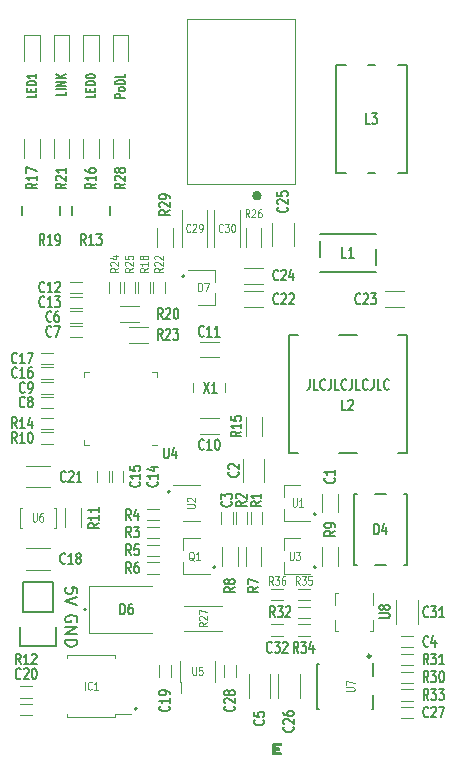
<source format=gbr>
%TF.GenerationSoftware,KiCad,Pcbnew,7.0.6*%
%TF.CreationDate,2023-08-17T07:35:15+09:30*%
%TF.ProjectId,spe-sink,7370652d-7369-46e6-9b2e-6b696361645f,V1.0*%
%TF.SameCoordinates,Original*%
%TF.FileFunction,Legend,Top*%
%TF.FilePolarity,Positive*%
%FSLAX46Y46*%
G04 Gerber Fmt 4.6, Leading zero omitted, Abs format (unit mm)*
G04 Created by KiCad (PCBNEW 7.0.6) date 2023-08-17 07:35:15*
%MOMM*%
%LPD*%
G01*
G04 APERTURE LIST*
%ADD10C,0.140000*%
%ADD11C,0.150000*%
%ADD12C,0.180000*%
%ADD13C,0.120000*%
%ADD14C,0.200000*%
%ADD15C,0.152400*%
%ADD16C,0.254000*%
%ADD17C,0.400000*%
%ADD18C,0.130000*%
G04 APERTURE END LIST*
D10*
X107862815Y-45363533D02*
X107862815Y-45649247D01*
X107862815Y-45649247D02*
X107062815Y-45649247D01*
X107443767Y-45163533D02*
X107443767Y-44963533D01*
X107862815Y-44877819D02*
X107862815Y-45163533D01*
X107862815Y-45163533D02*
X107062815Y-45163533D01*
X107062815Y-45163533D02*
X107062815Y-44877819D01*
X107862815Y-44620676D02*
X107062815Y-44620676D01*
X107062815Y-44620676D02*
X107062815Y-44477819D01*
X107062815Y-44477819D02*
X107100910Y-44392105D01*
X107100910Y-44392105D02*
X107177100Y-44334962D01*
X107177100Y-44334962D02*
X107253291Y-44306391D01*
X107253291Y-44306391D02*
X107405672Y-44277819D01*
X107405672Y-44277819D02*
X107519958Y-44277819D01*
X107519958Y-44277819D02*
X107672339Y-44306391D01*
X107672339Y-44306391D02*
X107748529Y-44334962D01*
X107748529Y-44334962D02*
X107824720Y-44392105D01*
X107824720Y-44392105D02*
X107862815Y-44477819D01*
X107862815Y-44477819D02*
X107862815Y-44620676D01*
X107062815Y-43906391D02*
X107062815Y-43849248D01*
X107062815Y-43849248D02*
X107100910Y-43792105D01*
X107100910Y-43792105D02*
X107139005Y-43763534D01*
X107139005Y-43763534D02*
X107215196Y-43734962D01*
X107215196Y-43734962D02*
X107367577Y-43706391D01*
X107367577Y-43706391D02*
X107558053Y-43706391D01*
X107558053Y-43706391D02*
X107710434Y-43734962D01*
X107710434Y-43734962D02*
X107786624Y-43763534D01*
X107786624Y-43763534D02*
X107824720Y-43792105D01*
X107824720Y-43792105D02*
X107862815Y-43849248D01*
X107862815Y-43849248D02*
X107862815Y-43906391D01*
X107862815Y-43906391D02*
X107824720Y-43963534D01*
X107824720Y-43963534D02*
X107786624Y-43992105D01*
X107786624Y-43992105D02*
X107710434Y-44020676D01*
X107710434Y-44020676D02*
X107558053Y-44049248D01*
X107558053Y-44049248D02*
X107367577Y-44049248D01*
X107367577Y-44049248D02*
X107215196Y-44020676D01*
X107215196Y-44020676D02*
X107139005Y-43992105D01*
X107139005Y-43992105D02*
X107100910Y-43963534D01*
X107100910Y-43963534D02*
X107062815Y-43906391D01*
D11*
X106282561Y-90060588D02*
X106330180Y-89965350D01*
X106330180Y-89965350D02*
X106330180Y-89822493D01*
X106330180Y-89822493D02*
X106282561Y-89679636D01*
X106282561Y-89679636D02*
X106187323Y-89584398D01*
X106187323Y-89584398D02*
X106092085Y-89536779D01*
X106092085Y-89536779D02*
X105901609Y-89489160D01*
X105901609Y-89489160D02*
X105758752Y-89489160D01*
X105758752Y-89489160D02*
X105568276Y-89536779D01*
X105568276Y-89536779D02*
X105473038Y-89584398D01*
X105473038Y-89584398D02*
X105377800Y-89679636D01*
X105377800Y-89679636D02*
X105330180Y-89822493D01*
X105330180Y-89822493D02*
X105330180Y-89917731D01*
X105330180Y-89917731D02*
X105377800Y-90060588D01*
X105377800Y-90060588D02*
X105425419Y-90108207D01*
X105425419Y-90108207D02*
X105758752Y-90108207D01*
X105758752Y-90108207D02*
X105758752Y-89917731D01*
X105330180Y-90536779D02*
X106330180Y-90536779D01*
X106330180Y-90536779D02*
X105330180Y-91108207D01*
X105330180Y-91108207D02*
X106330180Y-91108207D01*
X105330180Y-91584398D02*
X106330180Y-91584398D01*
X106330180Y-91584398D02*
X106330180Y-91822493D01*
X106330180Y-91822493D02*
X106282561Y-91965350D01*
X106282561Y-91965350D02*
X106187323Y-92060588D01*
X106187323Y-92060588D02*
X106092085Y-92108207D01*
X106092085Y-92108207D02*
X105901609Y-92155826D01*
X105901609Y-92155826D02*
X105758752Y-92155826D01*
X105758752Y-92155826D02*
X105568276Y-92108207D01*
X105568276Y-92108207D02*
X105473038Y-92060588D01*
X105473038Y-92060588D02*
X105377800Y-91965350D01*
X105377800Y-91965350D02*
X105330180Y-91822493D01*
X105330180Y-91822493D02*
X105330180Y-91584398D01*
D12*
X106331740Y-87632706D02*
X106331740Y-87156516D01*
X106331740Y-87156516D02*
X105855550Y-87108897D01*
X105855550Y-87108897D02*
X105903169Y-87156516D01*
X105903169Y-87156516D02*
X105950788Y-87251754D01*
X105950788Y-87251754D02*
X105950788Y-87489849D01*
X105950788Y-87489849D02*
X105903169Y-87585087D01*
X105903169Y-87585087D02*
X105855550Y-87632706D01*
X105855550Y-87632706D02*
X105760312Y-87680325D01*
X105760312Y-87680325D02*
X105522217Y-87680325D01*
X105522217Y-87680325D02*
X105426979Y-87632706D01*
X105426979Y-87632706D02*
X105379360Y-87585087D01*
X105379360Y-87585087D02*
X105331740Y-87489849D01*
X105331740Y-87489849D02*
X105331740Y-87251754D01*
X105331740Y-87251754D02*
X105379360Y-87156516D01*
X105379360Y-87156516D02*
X105426979Y-87108897D01*
X106331740Y-87966040D02*
X105331740Y-88299373D01*
X105331740Y-88299373D02*
X106331740Y-88632706D01*
D10*
X126016666Y-69509077D02*
X126016666Y-70151934D01*
X126016666Y-70151934D02*
X125983333Y-70280505D01*
X125983333Y-70280505D02*
X125916666Y-70366220D01*
X125916666Y-70366220D02*
X125816666Y-70409077D01*
X125816666Y-70409077D02*
X125750000Y-70409077D01*
X126683333Y-70409077D02*
X126349999Y-70409077D01*
X126349999Y-70409077D02*
X126349999Y-69509077D01*
X127316666Y-70323362D02*
X127283333Y-70366220D01*
X127283333Y-70366220D02*
X127183333Y-70409077D01*
X127183333Y-70409077D02*
X127116666Y-70409077D01*
X127116666Y-70409077D02*
X127016666Y-70366220D01*
X127016666Y-70366220D02*
X126950000Y-70280505D01*
X126950000Y-70280505D02*
X126916666Y-70194791D01*
X126916666Y-70194791D02*
X126883333Y-70023362D01*
X126883333Y-70023362D02*
X126883333Y-69894791D01*
X126883333Y-69894791D02*
X126916666Y-69723362D01*
X126916666Y-69723362D02*
X126950000Y-69637648D01*
X126950000Y-69637648D02*
X127016666Y-69551934D01*
X127016666Y-69551934D02*
X127116666Y-69509077D01*
X127116666Y-69509077D02*
X127183333Y-69509077D01*
X127183333Y-69509077D02*
X127283333Y-69551934D01*
X127283333Y-69551934D02*
X127316666Y-69594791D01*
X127816666Y-69509077D02*
X127816666Y-70151934D01*
X127816666Y-70151934D02*
X127783333Y-70280505D01*
X127783333Y-70280505D02*
X127716666Y-70366220D01*
X127716666Y-70366220D02*
X127616666Y-70409077D01*
X127616666Y-70409077D02*
X127550000Y-70409077D01*
X128483333Y-70409077D02*
X128149999Y-70409077D01*
X128149999Y-70409077D02*
X128149999Y-69509077D01*
X129116666Y-70323362D02*
X129083333Y-70366220D01*
X129083333Y-70366220D02*
X128983333Y-70409077D01*
X128983333Y-70409077D02*
X128916666Y-70409077D01*
X128916666Y-70409077D02*
X128816666Y-70366220D01*
X128816666Y-70366220D02*
X128750000Y-70280505D01*
X128750000Y-70280505D02*
X128716666Y-70194791D01*
X128716666Y-70194791D02*
X128683333Y-70023362D01*
X128683333Y-70023362D02*
X128683333Y-69894791D01*
X128683333Y-69894791D02*
X128716666Y-69723362D01*
X128716666Y-69723362D02*
X128750000Y-69637648D01*
X128750000Y-69637648D02*
X128816666Y-69551934D01*
X128816666Y-69551934D02*
X128916666Y-69509077D01*
X128916666Y-69509077D02*
X128983333Y-69509077D01*
X128983333Y-69509077D02*
X129083333Y-69551934D01*
X129083333Y-69551934D02*
X129116666Y-69594791D01*
X129616666Y-69509077D02*
X129616666Y-70151934D01*
X129616666Y-70151934D02*
X129583333Y-70280505D01*
X129583333Y-70280505D02*
X129516666Y-70366220D01*
X129516666Y-70366220D02*
X129416666Y-70409077D01*
X129416666Y-70409077D02*
X129350000Y-70409077D01*
X130283333Y-70409077D02*
X129949999Y-70409077D01*
X129949999Y-70409077D02*
X129949999Y-69509077D01*
X130916666Y-70323362D02*
X130883333Y-70366220D01*
X130883333Y-70366220D02*
X130783333Y-70409077D01*
X130783333Y-70409077D02*
X130716666Y-70409077D01*
X130716666Y-70409077D02*
X130616666Y-70366220D01*
X130616666Y-70366220D02*
X130550000Y-70280505D01*
X130550000Y-70280505D02*
X130516666Y-70194791D01*
X130516666Y-70194791D02*
X130483333Y-70023362D01*
X130483333Y-70023362D02*
X130483333Y-69894791D01*
X130483333Y-69894791D02*
X130516666Y-69723362D01*
X130516666Y-69723362D02*
X130550000Y-69637648D01*
X130550000Y-69637648D02*
X130616666Y-69551934D01*
X130616666Y-69551934D02*
X130716666Y-69509077D01*
X130716666Y-69509077D02*
X130783333Y-69509077D01*
X130783333Y-69509077D02*
X130883333Y-69551934D01*
X130883333Y-69551934D02*
X130916666Y-69594791D01*
X131416666Y-69509077D02*
X131416666Y-70151934D01*
X131416666Y-70151934D02*
X131383333Y-70280505D01*
X131383333Y-70280505D02*
X131316666Y-70366220D01*
X131316666Y-70366220D02*
X131216666Y-70409077D01*
X131216666Y-70409077D02*
X131150000Y-70409077D01*
X132083333Y-70409077D02*
X131749999Y-70409077D01*
X131749999Y-70409077D02*
X131749999Y-69509077D01*
X132716666Y-70323362D02*
X132683333Y-70366220D01*
X132683333Y-70366220D02*
X132583333Y-70409077D01*
X132583333Y-70409077D02*
X132516666Y-70409077D01*
X132516666Y-70409077D02*
X132416666Y-70366220D01*
X132416666Y-70366220D02*
X132350000Y-70280505D01*
X132350000Y-70280505D02*
X132316666Y-70194791D01*
X132316666Y-70194791D02*
X132283333Y-70023362D01*
X132283333Y-70023362D02*
X132283333Y-69894791D01*
X132283333Y-69894791D02*
X132316666Y-69723362D01*
X132316666Y-69723362D02*
X132350000Y-69637648D01*
X132350000Y-69637648D02*
X132416666Y-69551934D01*
X132416666Y-69551934D02*
X132516666Y-69509077D01*
X132516666Y-69509077D02*
X132583333Y-69509077D01*
X132583333Y-69509077D02*
X132683333Y-69551934D01*
X132683333Y-69551934D02*
X132716666Y-69594791D01*
X102862815Y-45363533D02*
X102862815Y-45649247D01*
X102862815Y-45649247D02*
X102062815Y-45649247D01*
X102443767Y-45163533D02*
X102443767Y-44963533D01*
X102862815Y-44877819D02*
X102862815Y-45163533D01*
X102862815Y-45163533D02*
X102062815Y-45163533D01*
X102062815Y-45163533D02*
X102062815Y-44877819D01*
X102862815Y-44620676D02*
X102062815Y-44620676D01*
X102062815Y-44620676D02*
X102062815Y-44477819D01*
X102062815Y-44477819D02*
X102100910Y-44392105D01*
X102100910Y-44392105D02*
X102177100Y-44334962D01*
X102177100Y-44334962D02*
X102253291Y-44306391D01*
X102253291Y-44306391D02*
X102405672Y-44277819D01*
X102405672Y-44277819D02*
X102519958Y-44277819D01*
X102519958Y-44277819D02*
X102672339Y-44306391D01*
X102672339Y-44306391D02*
X102748529Y-44334962D01*
X102748529Y-44334962D02*
X102824720Y-44392105D01*
X102824720Y-44392105D02*
X102862815Y-44477819D01*
X102862815Y-44477819D02*
X102862815Y-44620676D01*
X102862815Y-43706391D02*
X102862815Y-44049248D01*
X102862815Y-43877819D02*
X102062815Y-43877819D01*
X102062815Y-43877819D02*
X102177100Y-43934962D01*
X102177100Y-43934962D02*
X102253291Y-43992105D01*
X102253291Y-43992105D02*
X102291386Y-44049248D01*
X110362815Y-45677818D02*
X109562815Y-45677818D01*
X109562815Y-45677818D02*
X109562815Y-45449247D01*
X109562815Y-45449247D02*
X109600910Y-45392104D01*
X109600910Y-45392104D02*
X109639005Y-45363533D01*
X109639005Y-45363533D02*
X109715196Y-45334961D01*
X109715196Y-45334961D02*
X109829481Y-45334961D01*
X109829481Y-45334961D02*
X109905672Y-45363533D01*
X109905672Y-45363533D02*
X109943767Y-45392104D01*
X109943767Y-45392104D02*
X109981862Y-45449247D01*
X109981862Y-45449247D02*
X109981862Y-45677818D01*
X110362815Y-44992104D02*
X110324720Y-45049247D01*
X110324720Y-45049247D02*
X110286624Y-45077818D01*
X110286624Y-45077818D02*
X110210434Y-45106390D01*
X110210434Y-45106390D02*
X109981862Y-45106390D01*
X109981862Y-45106390D02*
X109905672Y-45077818D01*
X109905672Y-45077818D02*
X109867577Y-45049247D01*
X109867577Y-45049247D02*
X109829481Y-44992104D01*
X109829481Y-44992104D02*
X109829481Y-44906390D01*
X109829481Y-44906390D02*
X109867577Y-44849247D01*
X109867577Y-44849247D02*
X109905672Y-44820676D01*
X109905672Y-44820676D02*
X109981862Y-44792104D01*
X109981862Y-44792104D02*
X110210434Y-44792104D01*
X110210434Y-44792104D02*
X110286624Y-44820676D01*
X110286624Y-44820676D02*
X110324720Y-44849247D01*
X110324720Y-44849247D02*
X110362815Y-44906390D01*
X110362815Y-44906390D02*
X110362815Y-44992104D01*
X110362815Y-44534961D02*
X109562815Y-44534961D01*
X109562815Y-44534961D02*
X109562815Y-44392104D01*
X109562815Y-44392104D02*
X109600910Y-44306390D01*
X109600910Y-44306390D02*
X109677100Y-44249247D01*
X109677100Y-44249247D02*
X109753291Y-44220676D01*
X109753291Y-44220676D02*
X109905672Y-44192104D01*
X109905672Y-44192104D02*
X110019958Y-44192104D01*
X110019958Y-44192104D02*
X110172339Y-44220676D01*
X110172339Y-44220676D02*
X110248529Y-44249247D01*
X110248529Y-44249247D02*
X110324720Y-44306390D01*
X110324720Y-44306390D02*
X110362815Y-44392104D01*
X110362815Y-44392104D02*
X110362815Y-44534961D01*
X110362815Y-43649247D02*
X110362815Y-43934961D01*
X110362815Y-43934961D02*
X109562815Y-43934961D01*
X105362815Y-45163532D02*
X105362815Y-45449246D01*
X105362815Y-45449246D02*
X104562815Y-45449246D01*
X105362815Y-44963532D02*
X104562815Y-44963532D01*
X105362815Y-44677818D02*
X104562815Y-44677818D01*
X104562815Y-44677818D02*
X105362815Y-44334961D01*
X105362815Y-44334961D02*
X104562815Y-44334961D01*
X105362815Y-44049247D02*
X104562815Y-44049247D01*
X105362815Y-43706390D02*
X104905672Y-43963533D01*
X104562815Y-43706390D02*
X105019958Y-44049247D01*
D13*
X120896428Y-55817593D02*
X120713094Y-55484260D01*
X120582142Y-55817593D02*
X120582142Y-55117593D01*
X120582142Y-55117593D02*
X120791666Y-55117593D01*
X120791666Y-55117593D02*
X120844047Y-55150926D01*
X120844047Y-55150926D02*
X120870237Y-55184260D01*
X120870237Y-55184260D02*
X120896428Y-55250926D01*
X120896428Y-55250926D02*
X120896428Y-55350926D01*
X120896428Y-55350926D02*
X120870237Y-55417593D01*
X120870237Y-55417593D02*
X120844047Y-55450926D01*
X120844047Y-55450926D02*
X120791666Y-55484260D01*
X120791666Y-55484260D02*
X120582142Y-55484260D01*
X121105951Y-55184260D02*
X121132142Y-55150926D01*
X121132142Y-55150926D02*
X121184523Y-55117593D01*
X121184523Y-55117593D02*
X121315475Y-55117593D01*
X121315475Y-55117593D02*
X121367856Y-55150926D01*
X121367856Y-55150926D02*
X121394047Y-55184260D01*
X121394047Y-55184260D02*
X121420237Y-55250926D01*
X121420237Y-55250926D02*
X121420237Y-55317593D01*
X121420237Y-55317593D02*
X121394047Y-55417593D01*
X121394047Y-55417593D02*
X121079761Y-55817593D01*
X121079761Y-55817593D02*
X121420237Y-55817593D01*
X121891666Y-55117593D02*
X121786904Y-55117593D01*
X121786904Y-55117593D02*
X121734523Y-55150926D01*
X121734523Y-55150926D02*
X121708333Y-55184260D01*
X121708333Y-55184260D02*
X121655952Y-55284260D01*
X121655952Y-55284260D02*
X121629761Y-55417593D01*
X121629761Y-55417593D02*
X121629761Y-55684260D01*
X121629761Y-55684260D02*
X121655952Y-55750926D01*
X121655952Y-55750926D02*
X121682142Y-55784260D01*
X121682142Y-55784260D02*
X121734523Y-55817593D01*
X121734523Y-55817593D02*
X121839285Y-55817593D01*
X121839285Y-55817593D02*
X121891666Y-55784260D01*
X121891666Y-55784260D02*
X121917857Y-55750926D01*
X121917857Y-55750926D02*
X121944047Y-55684260D01*
X121944047Y-55684260D02*
X121944047Y-55517593D01*
X121944047Y-55517593D02*
X121917857Y-55450926D01*
X121917857Y-55450926D02*
X121891666Y-55417593D01*
X121891666Y-55417593D02*
X121839285Y-55384260D01*
X121839285Y-55384260D02*
X121734523Y-55384260D01*
X121734523Y-55384260D02*
X121682142Y-55417593D01*
X121682142Y-55417593D02*
X121655952Y-55450926D01*
X121655952Y-55450926D02*
X121629761Y-55517593D01*
D11*
X105408557Y-52950000D02*
X104979985Y-53183333D01*
X105408557Y-53350000D02*
X104508557Y-53350000D01*
X104508557Y-53350000D02*
X104508557Y-53083333D01*
X104508557Y-53083333D02*
X104551414Y-53016667D01*
X104551414Y-53016667D02*
X104594271Y-52983333D01*
X104594271Y-52983333D02*
X104679985Y-52950000D01*
X104679985Y-52950000D02*
X104808557Y-52950000D01*
X104808557Y-52950000D02*
X104894271Y-52983333D01*
X104894271Y-52983333D02*
X104937128Y-53016667D01*
X104937128Y-53016667D02*
X104979985Y-53083333D01*
X104979985Y-53083333D02*
X104979985Y-53350000D01*
X104594271Y-52683333D02*
X104551414Y-52650000D01*
X104551414Y-52650000D02*
X104508557Y-52583333D01*
X104508557Y-52583333D02*
X104508557Y-52416667D01*
X104508557Y-52416667D02*
X104551414Y-52350000D01*
X104551414Y-52350000D02*
X104594271Y-52316667D01*
X104594271Y-52316667D02*
X104679985Y-52283333D01*
X104679985Y-52283333D02*
X104765700Y-52283333D01*
X104765700Y-52283333D02*
X104894271Y-52316667D01*
X104894271Y-52316667D02*
X105408557Y-52716667D01*
X105408557Y-52716667D02*
X105408557Y-52283333D01*
X105408557Y-51616666D02*
X105408557Y-52016666D01*
X105408557Y-51816666D02*
X104508557Y-51816666D01*
X104508557Y-51816666D02*
X104637128Y-51883333D01*
X104637128Y-51883333D02*
X104722842Y-51950000D01*
X104722842Y-51950000D02*
X104765700Y-52016666D01*
X107908557Y-52950000D02*
X107479985Y-53183333D01*
X107908557Y-53350000D02*
X107008557Y-53350000D01*
X107008557Y-53350000D02*
X107008557Y-53083333D01*
X107008557Y-53083333D02*
X107051414Y-53016667D01*
X107051414Y-53016667D02*
X107094271Y-52983333D01*
X107094271Y-52983333D02*
X107179985Y-52950000D01*
X107179985Y-52950000D02*
X107308557Y-52950000D01*
X107308557Y-52950000D02*
X107394271Y-52983333D01*
X107394271Y-52983333D02*
X107437128Y-53016667D01*
X107437128Y-53016667D02*
X107479985Y-53083333D01*
X107479985Y-53083333D02*
X107479985Y-53350000D01*
X107908557Y-52283333D02*
X107908557Y-52683333D01*
X107908557Y-52483333D02*
X107008557Y-52483333D01*
X107008557Y-52483333D02*
X107137128Y-52550000D01*
X107137128Y-52550000D02*
X107222842Y-52616667D01*
X107222842Y-52616667D02*
X107265700Y-52683333D01*
X107008557Y-51683333D02*
X107008557Y-51816666D01*
X107008557Y-51816666D02*
X107051414Y-51883333D01*
X107051414Y-51883333D02*
X107094271Y-51916666D01*
X107094271Y-51916666D02*
X107222842Y-51983333D01*
X107222842Y-51983333D02*
X107394271Y-52016666D01*
X107394271Y-52016666D02*
X107737128Y-52016666D01*
X107737128Y-52016666D02*
X107822842Y-51983333D01*
X107822842Y-51983333D02*
X107865700Y-51950000D01*
X107865700Y-51950000D02*
X107908557Y-51883333D01*
X107908557Y-51883333D02*
X107908557Y-51750000D01*
X107908557Y-51750000D02*
X107865700Y-51683333D01*
X107865700Y-51683333D02*
X107822842Y-51650000D01*
X107822842Y-51650000D02*
X107737128Y-51616666D01*
X107737128Y-51616666D02*
X107522842Y-51616666D01*
X107522842Y-51616666D02*
X107437128Y-51650000D01*
X107437128Y-51650000D02*
X107394271Y-51683333D01*
X107394271Y-51683333D02*
X107351414Y-51750000D01*
X107351414Y-51750000D02*
X107351414Y-51883333D01*
X107351414Y-51883333D02*
X107394271Y-51950000D01*
X107394271Y-51950000D02*
X107437128Y-51983333D01*
X107437128Y-51983333D02*
X107522842Y-52016666D01*
D13*
X116197619Y-84884260D02*
X116145238Y-84850926D01*
X116145238Y-84850926D02*
X116092857Y-84784260D01*
X116092857Y-84784260D02*
X116014285Y-84684260D01*
X116014285Y-84684260D02*
X115961904Y-84650926D01*
X115961904Y-84650926D02*
X115909523Y-84650926D01*
X115935714Y-84817593D02*
X115883333Y-84784260D01*
X115883333Y-84784260D02*
X115830952Y-84717593D01*
X115830952Y-84717593D02*
X115804761Y-84584260D01*
X115804761Y-84584260D02*
X115804761Y-84350926D01*
X115804761Y-84350926D02*
X115830952Y-84217593D01*
X115830952Y-84217593D02*
X115883333Y-84150926D01*
X115883333Y-84150926D02*
X115935714Y-84117593D01*
X115935714Y-84117593D02*
X116040476Y-84117593D01*
X116040476Y-84117593D02*
X116092857Y-84150926D01*
X116092857Y-84150926D02*
X116145238Y-84217593D01*
X116145238Y-84217593D02*
X116171428Y-84350926D01*
X116171428Y-84350926D02*
X116171428Y-84584260D01*
X116171428Y-84584260D02*
X116145238Y-84717593D01*
X116145238Y-84717593D02*
X116092857Y-84784260D01*
X116092857Y-84784260D02*
X116040476Y-84817593D01*
X116040476Y-84817593D02*
X115935714Y-84817593D01*
X116695237Y-84817593D02*
X116380951Y-84817593D01*
X116538094Y-84817593D02*
X116538094Y-84117593D01*
X116538094Y-84117593D02*
X116485713Y-84217593D01*
X116485713Y-84217593D02*
X116433332Y-84284260D01*
X116433332Y-84284260D02*
X116380951Y-84317593D01*
D11*
X103549999Y-58158557D02*
X103316666Y-57729985D01*
X103149999Y-58158557D02*
X103149999Y-57258557D01*
X103149999Y-57258557D02*
X103416666Y-57258557D01*
X103416666Y-57258557D02*
X103483333Y-57301414D01*
X103483333Y-57301414D02*
X103516666Y-57344271D01*
X103516666Y-57344271D02*
X103549999Y-57429985D01*
X103549999Y-57429985D02*
X103549999Y-57558557D01*
X103549999Y-57558557D02*
X103516666Y-57644271D01*
X103516666Y-57644271D02*
X103483333Y-57687128D01*
X103483333Y-57687128D02*
X103416666Y-57729985D01*
X103416666Y-57729985D02*
X103149999Y-57729985D01*
X104216666Y-58158557D02*
X103816666Y-58158557D01*
X104016666Y-58158557D02*
X104016666Y-57258557D01*
X104016666Y-57258557D02*
X103949999Y-57387128D01*
X103949999Y-57387128D02*
X103883333Y-57472842D01*
X103883333Y-57472842D02*
X103816666Y-57515700D01*
X104550000Y-58158557D02*
X104683333Y-58158557D01*
X104683333Y-58158557D02*
X104750000Y-58115700D01*
X104750000Y-58115700D02*
X104783333Y-58072842D01*
X104783333Y-58072842D02*
X104850000Y-57944271D01*
X104850000Y-57944271D02*
X104883333Y-57772842D01*
X104883333Y-57772842D02*
X104883333Y-57429985D01*
X104883333Y-57429985D02*
X104850000Y-57344271D01*
X104850000Y-57344271D02*
X104816666Y-57301414D01*
X104816666Y-57301414D02*
X104750000Y-57258557D01*
X104750000Y-57258557D02*
X104616666Y-57258557D01*
X104616666Y-57258557D02*
X104550000Y-57301414D01*
X104550000Y-57301414D02*
X104516666Y-57344271D01*
X104516666Y-57344271D02*
X104483333Y-57429985D01*
X104483333Y-57429985D02*
X104483333Y-57644271D01*
X104483333Y-57644271D02*
X104516666Y-57729985D01*
X104516666Y-57729985D02*
X104550000Y-57772842D01*
X104550000Y-57772842D02*
X104616666Y-57815700D01*
X104616666Y-57815700D02*
X104750000Y-57815700D01*
X104750000Y-57815700D02*
X104816666Y-57772842D01*
X104816666Y-57772842D02*
X104850000Y-57729985D01*
X104850000Y-57729985D02*
X104883333Y-57644271D01*
X110883333Y-85908557D02*
X110650000Y-85479985D01*
X110483333Y-85908557D02*
X110483333Y-85008557D01*
X110483333Y-85008557D02*
X110750000Y-85008557D01*
X110750000Y-85008557D02*
X110816667Y-85051414D01*
X110816667Y-85051414D02*
X110850000Y-85094271D01*
X110850000Y-85094271D02*
X110883333Y-85179985D01*
X110883333Y-85179985D02*
X110883333Y-85308557D01*
X110883333Y-85308557D02*
X110850000Y-85394271D01*
X110850000Y-85394271D02*
X110816667Y-85437128D01*
X110816667Y-85437128D02*
X110750000Y-85479985D01*
X110750000Y-85479985D02*
X110483333Y-85479985D01*
X111483333Y-85008557D02*
X111350000Y-85008557D01*
X111350000Y-85008557D02*
X111283333Y-85051414D01*
X111283333Y-85051414D02*
X111250000Y-85094271D01*
X111250000Y-85094271D02*
X111183333Y-85222842D01*
X111183333Y-85222842D02*
X111150000Y-85394271D01*
X111150000Y-85394271D02*
X111150000Y-85737128D01*
X111150000Y-85737128D02*
X111183333Y-85822842D01*
X111183333Y-85822842D02*
X111216667Y-85865700D01*
X111216667Y-85865700D02*
X111283333Y-85908557D01*
X111283333Y-85908557D02*
X111416667Y-85908557D01*
X111416667Y-85908557D02*
X111483333Y-85865700D01*
X111483333Y-85865700D02*
X111516667Y-85822842D01*
X111516667Y-85822842D02*
X111550000Y-85737128D01*
X111550000Y-85737128D02*
X111550000Y-85522842D01*
X111550000Y-85522842D02*
X111516667Y-85437128D01*
X111516667Y-85437128D02*
X111483333Y-85394271D01*
X111483333Y-85394271D02*
X111416667Y-85351414D01*
X111416667Y-85351414D02*
X111283333Y-85351414D01*
X111283333Y-85351414D02*
X111216667Y-85394271D01*
X111216667Y-85394271D02*
X111183333Y-85437128D01*
X111183333Y-85437128D02*
X111150000Y-85522842D01*
X131108333Y-47883557D02*
X130774999Y-47883557D01*
X130774999Y-47883557D02*
X130774999Y-46983557D01*
X131275000Y-46983557D02*
X131708333Y-46983557D01*
X131708333Y-46983557D02*
X131475000Y-47326414D01*
X131475000Y-47326414D02*
X131575000Y-47326414D01*
X131575000Y-47326414D02*
X131641666Y-47369271D01*
X131641666Y-47369271D02*
X131675000Y-47412128D01*
X131675000Y-47412128D02*
X131708333Y-47497842D01*
X131708333Y-47497842D02*
X131708333Y-47712128D01*
X131708333Y-47712128D02*
X131675000Y-47797842D01*
X131675000Y-47797842D02*
X131641666Y-47840700D01*
X131641666Y-47840700D02*
X131575000Y-47883557D01*
X131575000Y-47883557D02*
X131375000Y-47883557D01*
X131375000Y-47883557D02*
X131308333Y-47840700D01*
X131308333Y-47840700D02*
X131275000Y-47797842D01*
X136049999Y-95158557D02*
X135816666Y-94729985D01*
X135649999Y-95158557D02*
X135649999Y-94258557D01*
X135649999Y-94258557D02*
X135916666Y-94258557D01*
X135916666Y-94258557D02*
X135983333Y-94301414D01*
X135983333Y-94301414D02*
X136016666Y-94344271D01*
X136016666Y-94344271D02*
X136049999Y-94429985D01*
X136049999Y-94429985D02*
X136049999Y-94558557D01*
X136049999Y-94558557D02*
X136016666Y-94644271D01*
X136016666Y-94644271D02*
X135983333Y-94687128D01*
X135983333Y-94687128D02*
X135916666Y-94729985D01*
X135916666Y-94729985D02*
X135649999Y-94729985D01*
X136283333Y-94258557D02*
X136716666Y-94258557D01*
X136716666Y-94258557D02*
X136483333Y-94601414D01*
X136483333Y-94601414D02*
X136583333Y-94601414D01*
X136583333Y-94601414D02*
X136649999Y-94644271D01*
X136649999Y-94644271D02*
X136683333Y-94687128D01*
X136683333Y-94687128D02*
X136716666Y-94772842D01*
X136716666Y-94772842D02*
X136716666Y-94987128D01*
X136716666Y-94987128D02*
X136683333Y-95072842D01*
X136683333Y-95072842D02*
X136649999Y-95115700D01*
X136649999Y-95115700D02*
X136583333Y-95158557D01*
X136583333Y-95158557D02*
X136383333Y-95158557D01*
X136383333Y-95158557D02*
X136316666Y-95115700D01*
X136316666Y-95115700D02*
X136283333Y-95072842D01*
X137150000Y-94258557D02*
X137216666Y-94258557D01*
X137216666Y-94258557D02*
X137283333Y-94301414D01*
X137283333Y-94301414D02*
X137316666Y-94344271D01*
X137316666Y-94344271D02*
X137350000Y-94429985D01*
X137350000Y-94429985D02*
X137383333Y-94601414D01*
X137383333Y-94601414D02*
X137383333Y-94815700D01*
X137383333Y-94815700D02*
X137350000Y-94987128D01*
X137350000Y-94987128D02*
X137316666Y-95072842D01*
X137316666Y-95072842D02*
X137283333Y-95115700D01*
X137283333Y-95115700D02*
X137216666Y-95158557D01*
X137216666Y-95158557D02*
X137150000Y-95158557D01*
X137150000Y-95158557D02*
X137083333Y-95115700D01*
X137083333Y-95115700D02*
X137050000Y-95072842D01*
X137050000Y-95072842D02*
X137016666Y-94987128D01*
X137016666Y-94987128D02*
X136983333Y-94815700D01*
X136983333Y-94815700D02*
X136983333Y-94601414D01*
X136983333Y-94601414D02*
X137016666Y-94429985D01*
X137016666Y-94429985D02*
X137050000Y-94344271D01*
X137050000Y-94344271D02*
X137083333Y-94301414D01*
X137083333Y-94301414D02*
X137150000Y-94258557D01*
X131483333Y-82658557D02*
X131483333Y-81758557D01*
X131483333Y-81758557D02*
X131650000Y-81758557D01*
X131650000Y-81758557D02*
X131750000Y-81801414D01*
X131750000Y-81801414D02*
X131816667Y-81887128D01*
X131816667Y-81887128D02*
X131850000Y-81972842D01*
X131850000Y-81972842D02*
X131883333Y-82144271D01*
X131883333Y-82144271D02*
X131883333Y-82272842D01*
X131883333Y-82272842D02*
X131850000Y-82444271D01*
X131850000Y-82444271D02*
X131816667Y-82529985D01*
X131816667Y-82529985D02*
X131750000Y-82615700D01*
X131750000Y-82615700D02*
X131650000Y-82658557D01*
X131650000Y-82658557D02*
X131483333Y-82658557D01*
X132483333Y-82058557D02*
X132483333Y-82658557D01*
X132316667Y-81715700D02*
X132150000Y-82358557D01*
X132150000Y-82358557D02*
X132583333Y-82358557D01*
D13*
X112317593Y-60103571D02*
X111984260Y-60286905D01*
X112317593Y-60417857D02*
X111617593Y-60417857D01*
X111617593Y-60417857D02*
X111617593Y-60208333D01*
X111617593Y-60208333D02*
X111650926Y-60155952D01*
X111650926Y-60155952D02*
X111684260Y-60129762D01*
X111684260Y-60129762D02*
X111750926Y-60103571D01*
X111750926Y-60103571D02*
X111850926Y-60103571D01*
X111850926Y-60103571D02*
X111917593Y-60129762D01*
X111917593Y-60129762D02*
X111950926Y-60155952D01*
X111950926Y-60155952D02*
X111984260Y-60208333D01*
X111984260Y-60208333D02*
X111984260Y-60417857D01*
X112317593Y-59579762D02*
X112317593Y-59894048D01*
X112317593Y-59736905D02*
X111617593Y-59736905D01*
X111617593Y-59736905D02*
X111717593Y-59789286D01*
X111717593Y-59789286D02*
X111784260Y-59841667D01*
X111784260Y-59841667D02*
X111817593Y-59894048D01*
X111917593Y-59265476D02*
X111884260Y-59317857D01*
X111884260Y-59317857D02*
X111850926Y-59344047D01*
X111850926Y-59344047D02*
X111784260Y-59370238D01*
X111784260Y-59370238D02*
X111750926Y-59370238D01*
X111750926Y-59370238D02*
X111684260Y-59344047D01*
X111684260Y-59344047D02*
X111650926Y-59317857D01*
X111650926Y-59317857D02*
X111617593Y-59265476D01*
X111617593Y-59265476D02*
X111617593Y-59160714D01*
X111617593Y-59160714D02*
X111650926Y-59108333D01*
X111650926Y-59108333D02*
X111684260Y-59082142D01*
X111684260Y-59082142D02*
X111750926Y-59055952D01*
X111750926Y-59055952D02*
X111784260Y-59055952D01*
X111784260Y-59055952D02*
X111850926Y-59082142D01*
X111850926Y-59082142D02*
X111884260Y-59108333D01*
X111884260Y-59108333D02*
X111917593Y-59160714D01*
X111917593Y-59160714D02*
X111917593Y-59265476D01*
X111917593Y-59265476D02*
X111950926Y-59317857D01*
X111950926Y-59317857D02*
X111984260Y-59344047D01*
X111984260Y-59344047D02*
X112050926Y-59370238D01*
X112050926Y-59370238D02*
X112184260Y-59370238D01*
X112184260Y-59370238D02*
X112250926Y-59344047D01*
X112250926Y-59344047D02*
X112284260Y-59317857D01*
X112284260Y-59317857D02*
X112317593Y-59265476D01*
X112317593Y-59265476D02*
X112317593Y-59160714D01*
X112317593Y-59160714D02*
X112284260Y-59108333D01*
X112284260Y-59108333D02*
X112250926Y-59082142D01*
X112250926Y-59082142D02*
X112184260Y-59055952D01*
X112184260Y-59055952D02*
X112050926Y-59055952D01*
X112050926Y-59055952D02*
X111984260Y-59082142D01*
X111984260Y-59082142D02*
X111950926Y-59108333D01*
X111950926Y-59108333D02*
X111917593Y-59160714D01*
D11*
X104133333Y-65822842D02*
X104100000Y-65865700D01*
X104100000Y-65865700D02*
X104000000Y-65908557D01*
X104000000Y-65908557D02*
X103933333Y-65908557D01*
X103933333Y-65908557D02*
X103833333Y-65865700D01*
X103833333Y-65865700D02*
X103766667Y-65779985D01*
X103766667Y-65779985D02*
X103733333Y-65694271D01*
X103733333Y-65694271D02*
X103700000Y-65522842D01*
X103700000Y-65522842D02*
X103700000Y-65394271D01*
X103700000Y-65394271D02*
X103733333Y-65222842D01*
X103733333Y-65222842D02*
X103766667Y-65137128D01*
X103766667Y-65137128D02*
X103833333Y-65051414D01*
X103833333Y-65051414D02*
X103933333Y-65008557D01*
X103933333Y-65008557D02*
X104000000Y-65008557D01*
X104000000Y-65008557D02*
X104100000Y-65051414D01*
X104100000Y-65051414D02*
X104133333Y-65094271D01*
X104366667Y-65008557D02*
X104833333Y-65008557D01*
X104833333Y-65008557D02*
X104533333Y-65908557D01*
X119658557Y-87116666D02*
X119229985Y-87349999D01*
X119658557Y-87516666D02*
X118758557Y-87516666D01*
X118758557Y-87516666D02*
X118758557Y-87249999D01*
X118758557Y-87249999D02*
X118801414Y-87183333D01*
X118801414Y-87183333D02*
X118844271Y-87149999D01*
X118844271Y-87149999D02*
X118929985Y-87116666D01*
X118929985Y-87116666D02*
X119058557Y-87116666D01*
X119058557Y-87116666D02*
X119144271Y-87149999D01*
X119144271Y-87149999D02*
X119187128Y-87183333D01*
X119187128Y-87183333D02*
X119229985Y-87249999D01*
X119229985Y-87249999D02*
X119229985Y-87516666D01*
X119144271Y-86716666D02*
X119101414Y-86783333D01*
X119101414Y-86783333D02*
X119058557Y-86816666D01*
X119058557Y-86816666D02*
X118972842Y-86849999D01*
X118972842Y-86849999D02*
X118929985Y-86849999D01*
X118929985Y-86849999D02*
X118844271Y-86816666D01*
X118844271Y-86816666D02*
X118801414Y-86783333D01*
X118801414Y-86783333D02*
X118758557Y-86716666D01*
X118758557Y-86716666D02*
X118758557Y-86583333D01*
X118758557Y-86583333D02*
X118801414Y-86516666D01*
X118801414Y-86516666D02*
X118844271Y-86483333D01*
X118844271Y-86483333D02*
X118929985Y-86449999D01*
X118929985Y-86449999D02*
X118972842Y-86449999D01*
X118972842Y-86449999D02*
X119058557Y-86483333D01*
X119058557Y-86483333D02*
X119101414Y-86516666D01*
X119101414Y-86516666D02*
X119144271Y-86583333D01*
X119144271Y-86583333D02*
X119144271Y-86716666D01*
X119144271Y-86716666D02*
X119187128Y-86783333D01*
X119187128Y-86783333D02*
X119229985Y-86816666D01*
X119229985Y-86816666D02*
X119315700Y-86849999D01*
X119315700Y-86849999D02*
X119487128Y-86849999D01*
X119487128Y-86849999D02*
X119572842Y-86816666D01*
X119572842Y-86816666D02*
X119615700Y-86783333D01*
X119615700Y-86783333D02*
X119658557Y-86716666D01*
X119658557Y-86716666D02*
X119658557Y-86583333D01*
X119658557Y-86583333D02*
X119615700Y-86516666D01*
X119615700Y-86516666D02*
X119572842Y-86483333D01*
X119572842Y-86483333D02*
X119487128Y-86449999D01*
X119487128Y-86449999D02*
X119315700Y-86449999D01*
X119315700Y-86449999D02*
X119229985Y-86483333D01*
X119229985Y-86483333D02*
X119187128Y-86516666D01*
X119187128Y-86516666D02*
X119144271Y-86583333D01*
X129083333Y-72158557D02*
X128749999Y-72158557D01*
X128749999Y-72158557D02*
X128749999Y-71258557D01*
X129283333Y-71344271D02*
X129316666Y-71301414D01*
X129316666Y-71301414D02*
X129383333Y-71258557D01*
X129383333Y-71258557D02*
X129550000Y-71258557D01*
X129550000Y-71258557D02*
X129616666Y-71301414D01*
X129616666Y-71301414D02*
X129650000Y-71344271D01*
X129650000Y-71344271D02*
X129683333Y-71429985D01*
X129683333Y-71429985D02*
X129683333Y-71515700D01*
X129683333Y-71515700D02*
X129650000Y-71644271D01*
X129650000Y-71644271D02*
X129250000Y-72158557D01*
X129250000Y-72158557D02*
X129683333Y-72158557D01*
X101216666Y-73658557D02*
X100983333Y-73229985D01*
X100816666Y-73658557D02*
X100816666Y-72758557D01*
X100816666Y-72758557D02*
X101083333Y-72758557D01*
X101083333Y-72758557D02*
X101150000Y-72801414D01*
X101150000Y-72801414D02*
X101183333Y-72844271D01*
X101183333Y-72844271D02*
X101216666Y-72929985D01*
X101216666Y-72929985D02*
X101216666Y-73058557D01*
X101216666Y-73058557D02*
X101183333Y-73144271D01*
X101183333Y-73144271D02*
X101150000Y-73187128D01*
X101150000Y-73187128D02*
X101083333Y-73229985D01*
X101083333Y-73229985D02*
X100816666Y-73229985D01*
X101883333Y-73658557D02*
X101483333Y-73658557D01*
X101683333Y-73658557D02*
X101683333Y-72758557D01*
X101683333Y-72758557D02*
X101616666Y-72887128D01*
X101616666Y-72887128D02*
X101550000Y-72972842D01*
X101550000Y-72972842D02*
X101483333Y-73015700D01*
X102483333Y-73058557D02*
X102483333Y-73658557D01*
X102316667Y-72715700D02*
X102150000Y-73358557D01*
X102150000Y-73358557D02*
X102583333Y-73358557D01*
D13*
X116080952Y-93867593D02*
X116080952Y-94434260D01*
X116080952Y-94434260D02*
X116107142Y-94500926D01*
X116107142Y-94500926D02*
X116133333Y-94534260D01*
X116133333Y-94534260D02*
X116185714Y-94567593D01*
X116185714Y-94567593D02*
X116290476Y-94567593D01*
X116290476Y-94567593D02*
X116342857Y-94534260D01*
X116342857Y-94534260D02*
X116369047Y-94500926D01*
X116369047Y-94500926D02*
X116395238Y-94434260D01*
X116395238Y-94434260D02*
X116395238Y-93867593D01*
X116919047Y-93867593D02*
X116657142Y-93867593D01*
X116657142Y-93867593D02*
X116630951Y-94200926D01*
X116630951Y-94200926D02*
X116657142Y-94167593D01*
X116657142Y-94167593D02*
X116709523Y-94134260D01*
X116709523Y-94134260D02*
X116840475Y-94134260D01*
X116840475Y-94134260D02*
X116892856Y-94167593D01*
X116892856Y-94167593D02*
X116919047Y-94200926D01*
X116919047Y-94200926D02*
X116945237Y-94267593D01*
X116945237Y-94267593D02*
X116945237Y-94434260D01*
X116945237Y-94434260D02*
X116919047Y-94500926D01*
X116919047Y-94500926D02*
X116892856Y-94534260D01*
X116892856Y-94534260D02*
X116840475Y-94567593D01*
X116840475Y-94567593D02*
X116709523Y-94567593D01*
X116709523Y-94567593D02*
X116657142Y-94534260D01*
X116657142Y-94534260D02*
X116630951Y-94500926D01*
D11*
X104133333Y-64572842D02*
X104100000Y-64615700D01*
X104100000Y-64615700D02*
X104000000Y-64658557D01*
X104000000Y-64658557D02*
X103933333Y-64658557D01*
X103933333Y-64658557D02*
X103833333Y-64615700D01*
X103833333Y-64615700D02*
X103766667Y-64529985D01*
X103766667Y-64529985D02*
X103733333Y-64444271D01*
X103733333Y-64444271D02*
X103700000Y-64272842D01*
X103700000Y-64272842D02*
X103700000Y-64144271D01*
X103700000Y-64144271D02*
X103733333Y-63972842D01*
X103733333Y-63972842D02*
X103766667Y-63887128D01*
X103766667Y-63887128D02*
X103833333Y-63801414D01*
X103833333Y-63801414D02*
X103933333Y-63758557D01*
X103933333Y-63758557D02*
X104000000Y-63758557D01*
X104000000Y-63758557D02*
X104100000Y-63801414D01*
X104100000Y-63801414D02*
X104133333Y-63844271D01*
X104733333Y-63758557D02*
X104600000Y-63758557D01*
X104600000Y-63758557D02*
X104533333Y-63801414D01*
X104533333Y-63801414D02*
X104500000Y-63844271D01*
X104500000Y-63844271D02*
X104433333Y-63972842D01*
X104433333Y-63972842D02*
X104400000Y-64144271D01*
X104400000Y-64144271D02*
X104400000Y-64487128D01*
X104400000Y-64487128D02*
X104433333Y-64572842D01*
X104433333Y-64572842D02*
X104466667Y-64615700D01*
X104466667Y-64615700D02*
X104533333Y-64658557D01*
X104533333Y-64658557D02*
X104666667Y-64658557D01*
X104666667Y-64658557D02*
X104733333Y-64615700D01*
X104733333Y-64615700D02*
X104766667Y-64572842D01*
X104766667Y-64572842D02*
X104800000Y-64487128D01*
X104800000Y-64487128D02*
X104800000Y-64272842D01*
X104800000Y-64272842D02*
X104766667Y-64187128D01*
X104766667Y-64187128D02*
X104733333Y-64144271D01*
X104733333Y-64144271D02*
X104666667Y-64101414D01*
X104666667Y-64101414D02*
X104533333Y-64101414D01*
X104533333Y-64101414D02*
X104466667Y-64144271D01*
X104466667Y-64144271D02*
X104433333Y-64187128D01*
X104433333Y-64187128D02*
X104400000Y-64272842D01*
X113666666Y-75308557D02*
X113666666Y-76037128D01*
X113666666Y-76037128D02*
X113700000Y-76122842D01*
X113700000Y-76122842D02*
X113733333Y-76165700D01*
X113733333Y-76165700D02*
X113800000Y-76208557D01*
X113800000Y-76208557D02*
X113933333Y-76208557D01*
X113933333Y-76208557D02*
X114000000Y-76165700D01*
X114000000Y-76165700D02*
X114033333Y-76122842D01*
X114033333Y-76122842D02*
X114066666Y-76037128D01*
X114066666Y-76037128D02*
X114066666Y-75308557D01*
X114699999Y-75608557D02*
X114699999Y-76208557D01*
X114533333Y-75265700D02*
X114366666Y-75908557D01*
X114366666Y-75908557D02*
X114799999Y-75908557D01*
X101216666Y-69322842D02*
X101183333Y-69365700D01*
X101183333Y-69365700D02*
X101083333Y-69408557D01*
X101083333Y-69408557D02*
X101016666Y-69408557D01*
X101016666Y-69408557D02*
X100916666Y-69365700D01*
X100916666Y-69365700D02*
X100850000Y-69279985D01*
X100850000Y-69279985D02*
X100816666Y-69194271D01*
X100816666Y-69194271D02*
X100783333Y-69022842D01*
X100783333Y-69022842D02*
X100783333Y-68894271D01*
X100783333Y-68894271D02*
X100816666Y-68722842D01*
X100816666Y-68722842D02*
X100850000Y-68637128D01*
X100850000Y-68637128D02*
X100916666Y-68551414D01*
X100916666Y-68551414D02*
X101016666Y-68508557D01*
X101016666Y-68508557D02*
X101083333Y-68508557D01*
X101083333Y-68508557D02*
X101183333Y-68551414D01*
X101183333Y-68551414D02*
X101216666Y-68594271D01*
X101883333Y-69408557D02*
X101483333Y-69408557D01*
X101683333Y-69408557D02*
X101683333Y-68508557D01*
X101683333Y-68508557D02*
X101616666Y-68637128D01*
X101616666Y-68637128D02*
X101550000Y-68722842D01*
X101550000Y-68722842D02*
X101483333Y-68765700D01*
X102483333Y-68508557D02*
X102350000Y-68508557D01*
X102350000Y-68508557D02*
X102283333Y-68551414D01*
X102283333Y-68551414D02*
X102250000Y-68594271D01*
X102250000Y-68594271D02*
X102183333Y-68722842D01*
X102183333Y-68722842D02*
X102150000Y-68894271D01*
X102150000Y-68894271D02*
X102150000Y-69237128D01*
X102150000Y-69237128D02*
X102183333Y-69322842D01*
X102183333Y-69322842D02*
X102216667Y-69365700D01*
X102216667Y-69365700D02*
X102283333Y-69408557D01*
X102283333Y-69408557D02*
X102416667Y-69408557D01*
X102416667Y-69408557D02*
X102483333Y-69365700D01*
X102483333Y-69365700D02*
X102516667Y-69322842D01*
X102516667Y-69322842D02*
X102550000Y-69237128D01*
X102550000Y-69237128D02*
X102550000Y-69022842D01*
X102550000Y-69022842D02*
X102516667Y-68937128D01*
X102516667Y-68937128D02*
X102483333Y-68894271D01*
X102483333Y-68894271D02*
X102416667Y-68851414D01*
X102416667Y-68851414D02*
X102283333Y-68851414D01*
X102283333Y-68851414D02*
X102216667Y-68894271D01*
X102216667Y-68894271D02*
X102183333Y-68937128D01*
X102183333Y-68937128D02*
X102150000Y-69022842D01*
D13*
X106963095Y-95817593D02*
X106963095Y-95117593D01*
X107539286Y-95750926D02*
X107513095Y-95784260D01*
X107513095Y-95784260D02*
X107434524Y-95817593D01*
X107434524Y-95817593D02*
X107382143Y-95817593D01*
X107382143Y-95817593D02*
X107303571Y-95784260D01*
X107303571Y-95784260D02*
X107251190Y-95717593D01*
X107251190Y-95717593D02*
X107225000Y-95650926D01*
X107225000Y-95650926D02*
X107198809Y-95517593D01*
X107198809Y-95517593D02*
X107198809Y-95417593D01*
X107198809Y-95417593D02*
X107225000Y-95284260D01*
X107225000Y-95284260D02*
X107251190Y-95217593D01*
X107251190Y-95217593D02*
X107303571Y-95150926D01*
X107303571Y-95150926D02*
X107382143Y-95117593D01*
X107382143Y-95117593D02*
X107434524Y-95117593D01*
X107434524Y-95117593D02*
X107513095Y-95150926D01*
X107513095Y-95150926D02*
X107539286Y-95184260D01*
X108063095Y-95817593D02*
X107748809Y-95817593D01*
X107905952Y-95817593D02*
X107905952Y-95117593D01*
X107905952Y-95117593D02*
X107853571Y-95217593D01*
X107853571Y-95217593D02*
X107801190Y-95284260D01*
X107801190Y-95284260D02*
X107748809Y-95317593D01*
D11*
X113549999Y-66158557D02*
X113316666Y-65729985D01*
X113149999Y-66158557D02*
X113149999Y-65258557D01*
X113149999Y-65258557D02*
X113416666Y-65258557D01*
X113416666Y-65258557D02*
X113483333Y-65301414D01*
X113483333Y-65301414D02*
X113516666Y-65344271D01*
X113516666Y-65344271D02*
X113549999Y-65429985D01*
X113549999Y-65429985D02*
X113549999Y-65558557D01*
X113549999Y-65558557D02*
X113516666Y-65644271D01*
X113516666Y-65644271D02*
X113483333Y-65687128D01*
X113483333Y-65687128D02*
X113416666Y-65729985D01*
X113416666Y-65729985D02*
X113149999Y-65729985D01*
X113816666Y-65344271D02*
X113849999Y-65301414D01*
X113849999Y-65301414D02*
X113916666Y-65258557D01*
X113916666Y-65258557D02*
X114083333Y-65258557D01*
X114083333Y-65258557D02*
X114149999Y-65301414D01*
X114149999Y-65301414D02*
X114183333Y-65344271D01*
X114183333Y-65344271D02*
X114216666Y-65429985D01*
X114216666Y-65429985D02*
X114216666Y-65515700D01*
X114216666Y-65515700D02*
X114183333Y-65644271D01*
X114183333Y-65644271D02*
X113783333Y-66158557D01*
X113783333Y-66158557D02*
X114216666Y-66158557D01*
X114450000Y-65258557D02*
X114883333Y-65258557D01*
X114883333Y-65258557D02*
X114650000Y-65601414D01*
X114650000Y-65601414D02*
X114750000Y-65601414D01*
X114750000Y-65601414D02*
X114816666Y-65644271D01*
X114816666Y-65644271D02*
X114850000Y-65687128D01*
X114850000Y-65687128D02*
X114883333Y-65772842D01*
X114883333Y-65772842D02*
X114883333Y-65987128D01*
X114883333Y-65987128D02*
X114850000Y-66072842D01*
X114850000Y-66072842D02*
X114816666Y-66115700D01*
X114816666Y-66115700D02*
X114750000Y-66158557D01*
X114750000Y-66158557D02*
X114550000Y-66158557D01*
X114550000Y-66158557D02*
X114483333Y-66115700D01*
X114483333Y-66115700D02*
X114450000Y-66072842D01*
X123349999Y-61072842D02*
X123316666Y-61115700D01*
X123316666Y-61115700D02*
X123216666Y-61158557D01*
X123216666Y-61158557D02*
X123149999Y-61158557D01*
X123149999Y-61158557D02*
X123049999Y-61115700D01*
X123049999Y-61115700D02*
X122983333Y-61029985D01*
X122983333Y-61029985D02*
X122949999Y-60944271D01*
X122949999Y-60944271D02*
X122916666Y-60772842D01*
X122916666Y-60772842D02*
X122916666Y-60644271D01*
X122916666Y-60644271D02*
X122949999Y-60472842D01*
X122949999Y-60472842D02*
X122983333Y-60387128D01*
X122983333Y-60387128D02*
X123049999Y-60301414D01*
X123049999Y-60301414D02*
X123149999Y-60258557D01*
X123149999Y-60258557D02*
X123216666Y-60258557D01*
X123216666Y-60258557D02*
X123316666Y-60301414D01*
X123316666Y-60301414D02*
X123349999Y-60344271D01*
X123616666Y-60344271D02*
X123649999Y-60301414D01*
X123649999Y-60301414D02*
X123716666Y-60258557D01*
X123716666Y-60258557D02*
X123883333Y-60258557D01*
X123883333Y-60258557D02*
X123949999Y-60301414D01*
X123949999Y-60301414D02*
X123983333Y-60344271D01*
X123983333Y-60344271D02*
X124016666Y-60429985D01*
X124016666Y-60429985D02*
X124016666Y-60515700D01*
X124016666Y-60515700D02*
X123983333Y-60644271D01*
X123983333Y-60644271D02*
X123583333Y-61158557D01*
X123583333Y-61158557D02*
X124016666Y-61158557D01*
X124616666Y-60558557D02*
X124616666Y-61158557D01*
X124450000Y-60215700D02*
X124283333Y-60858557D01*
X124283333Y-60858557D02*
X124716666Y-60858557D01*
X110883333Y-82908557D02*
X110650000Y-82479985D01*
X110483333Y-82908557D02*
X110483333Y-82008557D01*
X110483333Y-82008557D02*
X110750000Y-82008557D01*
X110750000Y-82008557D02*
X110816667Y-82051414D01*
X110816667Y-82051414D02*
X110850000Y-82094271D01*
X110850000Y-82094271D02*
X110883333Y-82179985D01*
X110883333Y-82179985D02*
X110883333Y-82308557D01*
X110883333Y-82308557D02*
X110850000Y-82394271D01*
X110850000Y-82394271D02*
X110816667Y-82437128D01*
X110816667Y-82437128D02*
X110750000Y-82479985D01*
X110750000Y-82479985D02*
X110483333Y-82479985D01*
X111116667Y-82008557D02*
X111550000Y-82008557D01*
X111550000Y-82008557D02*
X111316667Y-82351414D01*
X111316667Y-82351414D02*
X111416667Y-82351414D01*
X111416667Y-82351414D02*
X111483333Y-82394271D01*
X111483333Y-82394271D02*
X111516667Y-82437128D01*
X111516667Y-82437128D02*
X111550000Y-82522842D01*
X111550000Y-82522842D02*
X111550000Y-82737128D01*
X111550000Y-82737128D02*
X111516667Y-82822842D01*
X111516667Y-82822842D02*
X111483333Y-82865700D01*
X111483333Y-82865700D02*
X111416667Y-82908557D01*
X111416667Y-82908557D02*
X111216667Y-82908557D01*
X111216667Y-82908557D02*
X111150000Y-82865700D01*
X111150000Y-82865700D02*
X111116667Y-82822842D01*
X120658557Y-79866666D02*
X120229985Y-80099999D01*
X120658557Y-80266666D02*
X119758557Y-80266666D01*
X119758557Y-80266666D02*
X119758557Y-79999999D01*
X119758557Y-79999999D02*
X119801414Y-79933333D01*
X119801414Y-79933333D02*
X119844271Y-79899999D01*
X119844271Y-79899999D02*
X119929985Y-79866666D01*
X119929985Y-79866666D02*
X120058557Y-79866666D01*
X120058557Y-79866666D02*
X120144271Y-79899999D01*
X120144271Y-79899999D02*
X120187128Y-79933333D01*
X120187128Y-79933333D02*
X120229985Y-79999999D01*
X120229985Y-79999999D02*
X120229985Y-80266666D01*
X119844271Y-79599999D02*
X119801414Y-79566666D01*
X119801414Y-79566666D02*
X119758557Y-79499999D01*
X119758557Y-79499999D02*
X119758557Y-79333333D01*
X119758557Y-79333333D02*
X119801414Y-79266666D01*
X119801414Y-79266666D02*
X119844271Y-79233333D01*
X119844271Y-79233333D02*
X119929985Y-79199999D01*
X119929985Y-79199999D02*
X120015700Y-79199999D01*
X120015700Y-79199999D02*
X120144271Y-79233333D01*
X120144271Y-79233333D02*
X120658557Y-79633333D01*
X120658557Y-79633333D02*
X120658557Y-79199999D01*
X103549999Y-62072842D02*
X103516666Y-62115700D01*
X103516666Y-62115700D02*
X103416666Y-62158557D01*
X103416666Y-62158557D02*
X103349999Y-62158557D01*
X103349999Y-62158557D02*
X103249999Y-62115700D01*
X103249999Y-62115700D02*
X103183333Y-62029985D01*
X103183333Y-62029985D02*
X103149999Y-61944271D01*
X103149999Y-61944271D02*
X103116666Y-61772842D01*
X103116666Y-61772842D02*
X103116666Y-61644271D01*
X103116666Y-61644271D02*
X103149999Y-61472842D01*
X103149999Y-61472842D02*
X103183333Y-61387128D01*
X103183333Y-61387128D02*
X103249999Y-61301414D01*
X103249999Y-61301414D02*
X103349999Y-61258557D01*
X103349999Y-61258557D02*
X103416666Y-61258557D01*
X103416666Y-61258557D02*
X103516666Y-61301414D01*
X103516666Y-61301414D02*
X103549999Y-61344271D01*
X104216666Y-62158557D02*
X103816666Y-62158557D01*
X104016666Y-62158557D02*
X104016666Y-61258557D01*
X104016666Y-61258557D02*
X103949999Y-61387128D01*
X103949999Y-61387128D02*
X103883333Y-61472842D01*
X103883333Y-61472842D02*
X103816666Y-61515700D01*
X104483333Y-61344271D02*
X104516666Y-61301414D01*
X104516666Y-61301414D02*
X104583333Y-61258557D01*
X104583333Y-61258557D02*
X104750000Y-61258557D01*
X104750000Y-61258557D02*
X104816666Y-61301414D01*
X104816666Y-61301414D02*
X104850000Y-61344271D01*
X104850000Y-61344271D02*
X104883333Y-61429985D01*
X104883333Y-61429985D02*
X104883333Y-61515700D01*
X104883333Y-61515700D02*
X104850000Y-61644271D01*
X104850000Y-61644271D02*
X104450000Y-62158557D01*
X104450000Y-62158557D02*
X104883333Y-62158557D01*
X117049999Y-65822842D02*
X117016666Y-65865700D01*
X117016666Y-65865700D02*
X116916666Y-65908557D01*
X116916666Y-65908557D02*
X116849999Y-65908557D01*
X116849999Y-65908557D02*
X116749999Y-65865700D01*
X116749999Y-65865700D02*
X116683333Y-65779985D01*
X116683333Y-65779985D02*
X116649999Y-65694271D01*
X116649999Y-65694271D02*
X116616666Y-65522842D01*
X116616666Y-65522842D02*
X116616666Y-65394271D01*
X116616666Y-65394271D02*
X116649999Y-65222842D01*
X116649999Y-65222842D02*
X116683333Y-65137128D01*
X116683333Y-65137128D02*
X116749999Y-65051414D01*
X116749999Y-65051414D02*
X116849999Y-65008557D01*
X116849999Y-65008557D02*
X116916666Y-65008557D01*
X116916666Y-65008557D02*
X117016666Y-65051414D01*
X117016666Y-65051414D02*
X117049999Y-65094271D01*
X117716666Y-65908557D02*
X117316666Y-65908557D01*
X117516666Y-65908557D02*
X117516666Y-65008557D01*
X117516666Y-65008557D02*
X117449999Y-65137128D01*
X117449999Y-65137128D02*
X117383333Y-65222842D01*
X117383333Y-65222842D02*
X117316666Y-65265700D01*
X118383333Y-65908557D02*
X117983333Y-65908557D01*
X118183333Y-65908557D02*
X118183333Y-65008557D01*
X118183333Y-65008557D02*
X118116666Y-65137128D01*
X118116666Y-65137128D02*
X118050000Y-65222842D01*
X118050000Y-65222842D02*
X117983333Y-65265700D01*
D13*
X115617593Y-80419047D02*
X116184260Y-80419047D01*
X116184260Y-80419047D02*
X116250926Y-80392857D01*
X116250926Y-80392857D02*
X116284260Y-80366666D01*
X116284260Y-80366666D02*
X116317593Y-80314285D01*
X116317593Y-80314285D02*
X116317593Y-80209523D01*
X116317593Y-80209523D02*
X116284260Y-80157142D01*
X116284260Y-80157142D02*
X116250926Y-80130952D01*
X116250926Y-80130952D02*
X116184260Y-80104761D01*
X116184260Y-80104761D02*
X115617593Y-80104761D01*
X115684260Y-79869048D02*
X115650926Y-79842857D01*
X115650926Y-79842857D02*
X115617593Y-79790476D01*
X115617593Y-79790476D02*
X115617593Y-79659524D01*
X115617593Y-79659524D02*
X115650926Y-79607143D01*
X115650926Y-79607143D02*
X115684260Y-79580952D01*
X115684260Y-79580952D02*
X115750926Y-79554762D01*
X115750926Y-79554762D02*
X115817593Y-79554762D01*
X115817593Y-79554762D02*
X115917593Y-79580952D01*
X115917593Y-79580952D02*
X116317593Y-79895238D01*
X116317593Y-79895238D02*
X116317593Y-79554762D01*
D11*
X125049999Y-92658557D02*
X124816666Y-92229985D01*
X124649999Y-92658557D02*
X124649999Y-91758557D01*
X124649999Y-91758557D02*
X124916666Y-91758557D01*
X124916666Y-91758557D02*
X124983333Y-91801414D01*
X124983333Y-91801414D02*
X125016666Y-91844271D01*
X125016666Y-91844271D02*
X125049999Y-91929985D01*
X125049999Y-91929985D02*
X125049999Y-92058557D01*
X125049999Y-92058557D02*
X125016666Y-92144271D01*
X125016666Y-92144271D02*
X124983333Y-92187128D01*
X124983333Y-92187128D02*
X124916666Y-92229985D01*
X124916666Y-92229985D02*
X124649999Y-92229985D01*
X125283333Y-91758557D02*
X125716666Y-91758557D01*
X125716666Y-91758557D02*
X125483333Y-92101414D01*
X125483333Y-92101414D02*
X125583333Y-92101414D01*
X125583333Y-92101414D02*
X125649999Y-92144271D01*
X125649999Y-92144271D02*
X125683333Y-92187128D01*
X125683333Y-92187128D02*
X125716666Y-92272842D01*
X125716666Y-92272842D02*
X125716666Y-92487128D01*
X125716666Y-92487128D02*
X125683333Y-92572842D01*
X125683333Y-92572842D02*
X125649999Y-92615700D01*
X125649999Y-92615700D02*
X125583333Y-92658557D01*
X125583333Y-92658557D02*
X125383333Y-92658557D01*
X125383333Y-92658557D02*
X125316666Y-92615700D01*
X125316666Y-92615700D02*
X125283333Y-92572842D01*
X126316666Y-92058557D02*
X126316666Y-92658557D01*
X126150000Y-91715700D02*
X125983333Y-92358557D01*
X125983333Y-92358557D02*
X126416666Y-92358557D01*
X121658557Y-87116666D02*
X121229985Y-87349999D01*
X121658557Y-87516666D02*
X120758557Y-87516666D01*
X120758557Y-87516666D02*
X120758557Y-87249999D01*
X120758557Y-87249999D02*
X120801414Y-87183333D01*
X120801414Y-87183333D02*
X120844271Y-87149999D01*
X120844271Y-87149999D02*
X120929985Y-87116666D01*
X120929985Y-87116666D02*
X121058557Y-87116666D01*
X121058557Y-87116666D02*
X121144271Y-87149999D01*
X121144271Y-87149999D02*
X121187128Y-87183333D01*
X121187128Y-87183333D02*
X121229985Y-87249999D01*
X121229985Y-87249999D02*
X121229985Y-87516666D01*
X120758557Y-86883333D02*
X120758557Y-86416666D01*
X120758557Y-86416666D02*
X121658557Y-86716666D01*
X128072842Y-77866666D02*
X128115700Y-77899999D01*
X128115700Y-77899999D02*
X128158557Y-77999999D01*
X128158557Y-77999999D02*
X128158557Y-78066666D01*
X128158557Y-78066666D02*
X128115700Y-78166666D01*
X128115700Y-78166666D02*
X128029985Y-78233333D01*
X128029985Y-78233333D02*
X127944271Y-78266666D01*
X127944271Y-78266666D02*
X127772842Y-78299999D01*
X127772842Y-78299999D02*
X127644271Y-78299999D01*
X127644271Y-78299999D02*
X127472842Y-78266666D01*
X127472842Y-78266666D02*
X127387128Y-78233333D01*
X127387128Y-78233333D02*
X127301414Y-78166666D01*
X127301414Y-78166666D02*
X127258557Y-78066666D01*
X127258557Y-78066666D02*
X127258557Y-77999999D01*
X127258557Y-77999999D02*
X127301414Y-77899999D01*
X127301414Y-77899999D02*
X127344271Y-77866666D01*
X128158557Y-77199999D02*
X128158557Y-77599999D01*
X128158557Y-77399999D02*
X127258557Y-77399999D01*
X127258557Y-77399999D02*
X127387128Y-77466666D01*
X127387128Y-77466666D02*
X127472842Y-77533333D01*
X127472842Y-77533333D02*
X127515700Y-77599999D01*
D13*
X102580952Y-80867593D02*
X102580952Y-81434260D01*
X102580952Y-81434260D02*
X102607142Y-81500926D01*
X102607142Y-81500926D02*
X102633333Y-81534260D01*
X102633333Y-81534260D02*
X102685714Y-81567593D01*
X102685714Y-81567593D02*
X102790476Y-81567593D01*
X102790476Y-81567593D02*
X102842857Y-81534260D01*
X102842857Y-81534260D02*
X102869047Y-81500926D01*
X102869047Y-81500926D02*
X102895238Y-81434260D01*
X102895238Y-81434260D02*
X102895238Y-80867593D01*
X103392856Y-80867593D02*
X103288094Y-80867593D01*
X103288094Y-80867593D02*
X103235713Y-80900926D01*
X103235713Y-80900926D02*
X103209523Y-80934260D01*
X103209523Y-80934260D02*
X103157142Y-81034260D01*
X103157142Y-81034260D02*
X103130951Y-81167593D01*
X103130951Y-81167593D02*
X103130951Y-81434260D01*
X103130951Y-81434260D02*
X103157142Y-81500926D01*
X103157142Y-81500926D02*
X103183332Y-81534260D01*
X103183332Y-81534260D02*
X103235713Y-81567593D01*
X103235713Y-81567593D02*
X103340475Y-81567593D01*
X103340475Y-81567593D02*
X103392856Y-81534260D01*
X103392856Y-81534260D02*
X103419047Y-81500926D01*
X103419047Y-81500926D02*
X103445237Y-81434260D01*
X103445237Y-81434260D02*
X103445237Y-81267593D01*
X103445237Y-81267593D02*
X103419047Y-81200926D01*
X103419047Y-81200926D02*
X103392856Y-81167593D01*
X103392856Y-81167593D02*
X103340475Y-81134260D01*
X103340475Y-81134260D02*
X103235713Y-81134260D01*
X103235713Y-81134260D02*
X103183332Y-81167593D01*
X103183332Y-81167593D02*
X103157142Y-81200926D01*
X103157142Y-81200926D02*
X103130951Y-81267593D01*
D11*
X101549999Y-93658557D02*
X101316666Y-93229985D01*
X101149999Y-93658557D02*
X101149999Y-92758557D01*
X101149999Y-92758557D02*
X101416666Y-92758557D01*
X101416666Y-92758557D02*
X101483333Y-92801414D01*
X101483333Y-92801414D02*
X101516666Y-92844271D01*
X101516666Y-92844271D02*
X101549999Y-92929985D01*
X101549999Y-92929985D02*
X101549999Y-93058557D01*
X101549999Y-93058557D02*
X101516666Y-93144271D01*
X101516666Y-93144271D02*
X101483333Y-93187128D01*
X101483333Y-93187128D02*
X101416666Y-93229985D01*
X101416666Y-93229985D02*
X101149999Y-93229985D01*
X102216666Y-93658557D02*
X101816666Y-93658557D01*
X102016666Y-93658557D02*
X102016666Y-92758557D01*
X102016666Y-92758557D02*
X101949999Y-92887128D01*
X101949999Y-92887128D02*
X101883333Y-92972842D01*
X101883333Y-92972842D02*
X101816666Y-93015700D01*
X102483333Y-92844271D02*
X102516666Y-92801414D01*
X102516666Y-92801414D02*
X102583333Y-92758557D01*
X102583333Y-92758557D02*
X102750000Y-92758557D01*
X102750000Y-92758557D02*
X102816666Y-92801414D01*
X102816666Y-92801414D02*
X102850000Y-92844271D01*
X102850000Y-92844271D02*
X102883333Y-92929985D01*
X102883333Y-92929985D02*
X102883333Y-93015700D01*
X102883333Y-93015700D02*
X102850000Y-93144271D01*
X102850000Y-93144271D02*
X102450000Y-93658557D01*
X102450000Y-93658557D02*
X102883333Y-93658557D01*
D13*
X129117593Y-95919047D02*
X129684260Y-95919047D01*
X129684260Y-95919047D02*
X129750926Y-95892857D01*
X129750926Y-95892857D02*
X129784260Y-95866666D01*
X129784260Y-95866666D02*
X129817593Y-95814285D01*
X129817593Y-95814285D02*
X129817593Y-95709523D01*
X129817593Y-95709523D02*
X129784260Y-95657142D01*
X129784260Y-95657142D02*
X129750926Y-95630952D01*
X129750926Y-95630952D02*
X129684260Y-95604761D01*
X129684260Y-95604761D02*
X129117593Y-95604761D01*
X129117593Y-95395238D02*
X129117593Y-95028571D01*
X129117593Y-95028571D02*
X129817593Y-95264286D01*
D11*
X113072842Y-78200000D02*
X113115700Y-78233333D01*
X113115700Y-78233333D02*
X113158557Y-78333333D01*
X113158557Y-78333333D02*
X113158557Y-78400000D01*
X113158557Y-78400000D02*
X113115700Y-78500000D01*
X113115700Y-78500000D02*
X113029985Y-78566667D01*
X113029985Y-78566667D02*
X112944271Y-78600000D01*
X112944271Y-78600000D02*
X112772842Y-78633333D01*
X112772842Y-78633333D02*
X112644271Y-78633333D01*
X112644271Y-78633333D02*
X112472842Y-78600000D01*
X112472842Y-78600000D02*
X112387128Y-78566667D01*
X112387128Y-78566667D02*
X112301414Y-78500000D01*
X112301414Y-78500000D02*
X112258557Y-78400000D01*
X112258557Y-78400000D02*
X112258557Y-78333333D01*
X112258557Y-78333333D02*
X112301414Y-78233333D01*
X112301414Y-78233333D02*
X112344271Y-78200000D01*
X113158557Y-77533333D02*
X113158557Y-77933333D01*
X113158557Y-77733333D02*
X112258557Y-77733333D01*
X112258557Y-77733333D02*
X112387128Y-77800000D01*
X112387128Y-77800000D02*
X112472842Y-77866667D01*
X112472842Y-77866667D02*
X112515700Y-77933333D01*
X112558557Y-76933333D02*
X113158557Y-76933333D01*
X112215700Y-77100000D02*
X112858557Y-77266666D01*
X112858557Y-77266666D02*
X112858557Y-76833333D01*
X136049999Y-92072842D02*
X136016666Y-92115700D01*
X136016666Y-92115700D02*
X135916666Y-92158557D01*
X135916666Y-92158557D02*
X135849999Y-92158557D01*
X135849999Y-92158557D02*
X135749999Y-92115700D01*
X135749999Y-92115700D02*
X135683333Y-92029985D01*
X135683333Y-92029985D02*
X135649999Y-91944271D01*
X135649999Y-91944271D02*
X135616666Y-91772842D01*
X135616666Y-91772842D02*
X135616666Y-91644271D01*
X135616666Y-91644271D02*
X135649999Y-91472842D01*
X135649999Y-91472842D02*
X135683333Y-91387128D01*
X135683333Y-91387128D02*
X135749999Y-91301414D01*
X135749999Y-91301414D02*
X135849999Y-91258557D01*
X135849999Y-91258557D02*
X135916666Y-91258557D01*
X135916666Y-91258557D02*
X136016666Y-91301414D01*
X136016666Y-91301414D02*
X136049999Y-91344271D01*
X136649999Y-91558557D02*
X136649999Y-92158557D01*
X136483333Y-91215700D02*
X136316666Y-91858557D01*
X136316666Y-91858557D02*
X136749999Y-91858557D01*
X103549999Y-63322842D02*
X103516666Y-63365700D01*
X103516666Y-63365700D02*
X103416666Y-63408557D01*
X103416666Y-63408557D02*
X103349999Y-63408557D01*
X103349999Y-63408557D02*
X103249999Y-63365700D01*
X103249999Y-63365700D02*
X103183333Y-63279985D01*
X103183333Y-63279985D02*
X103149999Y-63194271D01*
X103149999Y-63194271D02*
X103116666Y-63022842D01*
X103116666Y-63022842D02*
X103116666Y-62894271D01*
X103116666Y-62894271D02*
X103149999Y-62722842D01*
X103149999Y-62722842D02*
X103183333Y-62637128D01*
X103183333Y-62637128D02*
X103249999Y-62551414D01*
X103249999Y-62551414D02*
X103349999Y-62508557D01*
X103349999Y-62508557D02*
X103416666Y-62508557D01*
X103416666Y-62508557D02*
X103516666Y-62551414D01*
X103516666Y-62551414D02*
X103549999Y-62594271D01*
X104216666Y-63408557D02*
X103816666Y-63408557D01*
X104016666Y-63408557D02*
X104016666Y-62508557D01*
X104016666Y-62508557D02*
X103949999Y-62637128D01*
X103949999Y-62637128D02*
X103883333Y-62722842D01*
X103883333Y-62722842D02*
X103816666Y-62765700D01*
X104450000Y-62508557D02*
X104883333Y-62508557D01*
X104883333Y-62508557D02*
X104650000Y-62851414D01*
X104650000Y-62851414D02*
X104750000Y-62851414D01*
X104750000Y-62851414D02*
X104816666Y-62894271D01*
X104816666Y-62894271D02*
X104850000Y-62937128D01*
X104850000Y-62937128D02*
X104883333Y-63022842D01*
X104883333Y-63022842D02*
X104883333Y-63237128D01*
X104883333Y-63237128D02*
X104850000Y-63322842D01*
X104850000Y-63322842D02*
X104816666Y-63365700D01*
X104816666Y-63365700D02*
X104750000Y-63408557D01*
X104750000Y-63408557D02*
X104550000Y-63408557D01*
X104550000Y-63408557D02*
X104483333Y-63365700D01*
X104483333Y-63365700D02*
X104450000Y-63322842D01*
D13*
X117317593Y-90103571D02*
X116984260Y-90286905D01*
X117317593Y-90417857D02*
X116617593Y-90417857D01*
X116617593Y-90417857D02*
X116617593Y-90208333D01*
X116617593Y-90208333D02*
X116650926Y-90155952D01*
X116650926Y-90155952D02*
X116684260Y-90129762D01*
X116684260Y-90129762D02*
X116750926Y-90103571D01*
X116750926Y-90103571D02*
X116850926Y-90103571D01*
X116850926Y-90103571D02*
X116917593Y-90129762D01*
X116917593Y-90129762D02*
X116950926Y-90155952D01*
X116950926Y-90155952D02*
X116984260Y-90208333D01*
X116984260Y-90208333D02*
X116984260Y-90417857D01*
X116684260Y-89894048D02*
X116650926Y-89867857D01*
X116650926Y-89867857D02*
X116617593Y-89815476D01*
X116617593Y-89815476D02*
X116617593Y-89684524D01*
X116617593Y-89684524D02*
X116650926Y-89632143D01*
X116650926Y-89632143D02*
X116684260Y-89605952D01*
X116684260Y-89605952D02*
X116750926Y-89579762D01*
X116750926Y-89579762D02*
X116817593Y-89579762D01*
X116817593Y-89579762D02*
X116917593Y-89605952D01*
X116917593Y-89605952D02*
X117317593Y-89920238D01*
X117317593Y-89920238D02*
X117317593Y-89579762D01*
X116617593Y-89396428D02*
X116617593Y-89029761D01*
X116617593Y-89029761D02*
X117317593Y-89265476D01*
D11*
X105299999Y-85072842D02*
X105266666Y-85115700D01*
X105266666Y-85115700D02*
X105166666Y-85158557D01*
X105166666Y-85158557D02*
X105099999Y-85158557D01*
X105099999Y-85158557D02*
X104999999Y-85115700D01*
X104999999Y-85115700D02*
X104933333Y-85029985D01*
X104933333Y-85029985D02*
X104899999Y-84944271D01*
X104899999Y-84944271D02*
X104866666Y-84772842D01*
X104866666Y-84772842D02*
X104866666Y-84644271D01*
X104866666Y-84644271D02*
X104899999Y-84472842D01*
X104899999Y-84472842D02*
X104933333Y-84387128D01*
X104933333Y-84387128D02*
X104999999Y-84301414D01*
X104999999Y-84301414D02*
X105099999Y-84258557D01*
X105099999Y-84258557D02*
X105166666Y-84258557D01*
X105166666Y-84258557D02*
X105266666Y-84301414D01*
X105266666Y-84301414D02*
X105299999Y-84344271D01*
X105966666Y-85158557D02*
X105566666Y-85158557D01*
X105766666Y-85158557D02*
X105766666Y-84258557D01*
X105766666Y-84258557D02*
X105699999Y-84387128D01*
X105699999Y-84387128D02*
X105633333Y-84472842D01*
X105633333Y-84472842D02*
X105566666Y-84515700D01*
X106366666Y-84644271D02*
X106300000Y-84601414D01*
X106300000Y-84601414D02*
X106266666Y-84558557D01*
X106266666Y-84558557D02*
X106233333Y-84472842D01*
X106233333Y-84472842D02*
X106233333Y-84429985D01*
X106233333Y-84429985D02*
X106266666Y-84344271D01*
X106266666Y-84344271D02*
X106300000Y-84301414D01*
X106300000Y-84301414D02*
X106366666Y-84258557D01*
X106366666Y-84258557D02*
X106500000Y-84258557D01*
X106500000Y-84258557D02*
X106566666Y-84301414D01*
X106566666Y-84301414D02*
X106600000Y-84344271D01*
X106600000Y-84344271D02*
X106633333Y-84429985D01*
X106633333Y-84429985D02*
X106633333Y-84472842D01*
X106633333Y-84472842D02*
X106600000Y-84558557D01*
X106600000Y-84558557D02*
X106566666Y-84601414D01*
X106566666Y-84601414D02*
X106500000Y-84644271D01*
X106500000Y-84644271D02*
X106366666Y-84644271D01*
X106366666Y-84644271D02*
X106300000Y-84687128D01*
X106300000Y-84687128D02*
X106266666Y-84729985D01*
X106266666Y-84729985D02*
X106233333Y-84815700D01*
X106233333Y-84815700D02*
X106233333Y-84987128D01*
X106233333Y-84987128D02*
X106266666Y-85072842D01*
X106266666Y-85072842D02*
X106300000Y-85115700D01*
X106300000Y-85115700D02*
X106366666Y-85158557D01*
X106366666Y-85158557D02*
X106500000Y-85158557D01*
X106500000Y-85158557D02*
X106566666Y-85115700D01*
X106566666Y-85115700D02*
X106600000Y-85072842D01*
X106600000Y-85072842D02*
X106633333Y-84987128D01*
X106633333Y-84987128D02*
X106633333Y-84815700D01*
X106633333Y-84815700D02*
X106600000Y-84729985D01*
X106600000Y-84729985D02*
X106566666Y-84687128D01*
X106566666Y-84687128D02*
X106500000Y-84644271D01*
X110883333Y-81408557D02*
X110650000Y-80979985D01*
X110483333Y-81408557D02*
X110483333Y-80508557D01*
X110483333Y-80508557D02*
X110750000Y-80508557D01*
X110750000Y-80508557D02*
X110816667Y-80551414D01*
X110816667Y-80551414D02*
X110850000Y-80594271D01*
X110850000Y-80594271D02*
X110883333Y-80679985D01*
X110883333Y-80679985D02*
X110883333Y-80808557D01*
X110883333Y-80808557D02*
X110850000Y-80894271D01*
X110850000Y-80894271D02*
X110816667Y-80937128D01*
X110816667Y-80937128D02*
X110750000Y-80979985D01*
X110750000Y-80979985D02*
X110483333Y-80979985D01*
X111483333Y-80808557D02*
X111483333Y-81408557D01*
X111316667Y-80465700D02*
X111150000Y-81108557D01*
X111150000Y-81108557D02*
X111583333Y-81108557D01*
X111572842Y-78200000D02*
X111615700Y-78233333D01*
X111615700Y-78233333D02*
X111658557Y-78333333D01*
X111658557Y-78333333D02*
X111658557Y-78400000D01*
X111658557Y-78400000D02*
X111615700Y-78500000D01*
X111615700Y-78500000D02*
X111529985Y-78566667D01*
X111529985Y-78566667D02*
X111444271Y-78600000D01*
X111444271Y-78600000D02*
X111272842Y-78633333D01*
X111272842Y-78633333D02*
X111144271Y-78633333D01*
X111144271Y-78633333D02*
X110972842Y-78600000D01*
X110972842Y-78600000D02*
X110887128Y-78566667D01*
X110887128Y-78566667D02*
X110801414Y-78500000D01*
X110801414Y-78500000D02*
X110758557Y-78400000D01*
X110758557Y-78400000D02*
X110758557Y-78333333D01*
X110758557Y-78333333D02*
X110801414Y-78233333D01*
X110801414Y-78233333D02*
X110844271Y-78200000D01*
X111658557Y-77533333D02*
X111658557Y-77933333D01*
X111658557Y-77733333D02*
X110758557Y-77733333D01*
X110758557Y-77733333D02*
X110887128Y-77800000D01*
X110887128Y-77800000D02*
X110972842Y-77866667D01*
X110972842Y-77866667D02*
X111015700Y-77933333D01*
X110758557Y-76900000D02*
X110758557Y-77233333D01*
X110758557Y-77233333D02*
X111187128Y-77266666D01*
X111187128Y-77266666D02*
X111144271Y-77233333D01*
X111144271Y-77233333D02*
X111101414Y-77166666D01*
X111101414Y-77166666D02*
X111101414Y-77000000D01*
X111101414Y-77000000D02*
X111144271Y-76933333D01*
X111144271Y-76933333D02*
X111187128Y-76900000D01*
X111187128Y-76900000D02*
X111272842Y-76866666D01*
X111272842Y-76866666D02*
X111487128Y-76866666D01*
X111487128Y-76866666D02*
X111572842Y-76900000D01*
X111572842Y-76900000D02*
X111615700Y-76933333D01*
X111615700Y-76933333D02*
X111658557Y-77000000D01*
X111658557Y-77000000D02*
X111658557Y-77166666D01*
X111658557Y-77166666D02*
X111615700Y-77233333D01*
X111615700Y-77233333D02*
X111572842Y-77266666D01*
X107049999Y-58158557D02*
X106816666Y-57729985D01*
X106649999Y-58158557D02*
X106649999Y-57258557D01*
X106649999Y-57258557D02*
X106916666Y-57258557D01*
X106916666Y-57258557D02*
X106983333Y-57301414D01*
X106983333Y-57301414D02*
X107016666Y-57344271D01*
X107016666Y-57344271D02*
X107049999Y-57429985D01*
X107049999Y-57429985D02*
X107049999Y-57558557D01*
X107049999Y-57558557D02*
X107016666Y-57644271D01*
X107016666Y-57644271D02*
X106983333Y-57687128D01*
X106983333Y-57687128D02*
X106916666Y-57729985D01*
X106916666Y-57729985D02*
X106649999Y-57729985D01*
X107716666Y-58158557D02*
X107316666Y-58158557D01*
X107516666Y-58158557D02*
X107516666Y-57258557D01*
X107516666Y-57258557D02*
X107449999Y-57387128D01*
X107449999Y-57387128D02*
X107383333Y-57472842D01*
X107383333Y-57472842D02*
X107316666Y-57515700D01*
X107950000Y-57258557D02*
X108383333Y-57258557D01*
X108383333Y-57258557D02*
X108150000Y-57601414D01*
X108150000Y-57601414D02*
X108250000Y-57601414D01*
X108250000Y-57601414D02*
X108316666Y-57644271D01*
X108316666Y-57644271D02*
X108350000Y-57687128D01*
X108350000Y-57687128D02*
X108383333Y-57772842D01*
X108383333Y-57772842D02*
X108383333Y-57987128D01*
X108383333Y-57987128D02*
X108350000Y-58072842D01*
X108350000Y-58072842D02*
X108316666Y-58115700D01*
X108316666Y-58115700D02*
X108250000Y-58158557D01*
X108250000Y-58158557D02*
X108050000Y-58158557D01*
X108050000Y-58158557D02*
X107983333Y-58115700D01*
X107983333Y-58115700D02*
X107950000Y-58072842D01*
X113549999Y-64408557D02*
X113316666Y-63979985D01*
X113149999Y-64408557D02*
X113149999Y-63508557D01*
X113149999Y-63508557D02*
X113416666Y-63508557D01*
X113416666Y-63508557D02*
X113483333Y-63551414D01*
X113483333Y-63551414D02*
X113516666Y-63594271D01*
X113516666Y-63594271D02*
X113549999Y-63679985D01*
X113549999Y-63679985D02*
X113549999Y-63808557D01*
X113549999Y-63808557D02*
X113516666Y-63894271D01*
X113516666Y-63894271D02*
X113483333Y-63937128D01*
X113483333Y-63937128D02*
X113416666Y-63979985D01*
X113416666Y-63979985D02*
X113149999Y-63979985D01*
X113816666Y-63594271D02*
X113849999Y-63551414D01*
X113849999Y-63551414D02*
X113916666Y-63508557D01*
X113916666Y-63508557D02*
X114083333Y-63508557D01*
X114083333Y-63508557D02*
X114149999Y-63551414D01*
X114149999Y-63551414D02*
X114183333Y-63594271D01*
X114183333Y-63594271D02*
X114216666Y-63679985D01*
X114216666Y-63679985D02*
X114216666Y-63765700D01*
X114216666Y-63765700D02*
X114183333Y-63894271D01*
X114183333Y-63894271D02*
X113783333Y-64408557D01*
X113783333Y-64408557D02*
X114216666Y-64408557D01*
X114650000Y-63508557D02*
X114716666Y-63508557D01*
X114716666Y-63508557D02*
X114783333Y-63551414D01*
X114783333Y-63551414D02*
X114816666Y-63594271D01*
X114816666Y-63594271D02*
X114850000Y-63679985D01*
X114850000Y-63679985D02*
X114883333Y-63851414D01*
X114883333Y-63851414D02*
X114883333Y-64065700D01*
X114883333Y-64065700D02*
X114850000Y-64237128D01*
X114850000Y-64237128D02*
X114816666Y-64322842D01*
X114816666Y-64322842D02*
X114783333Y-64365700D01*
X114783333Y-64365700D02*
X114716666Y-64408557D01*
X114716666Y-64408557D02*
X114650000Y-64408557D01*
X114650000Y-64408557D02*
X114583333Y-64365700D01*
X114583333Y-64365700D02*
X114550000Y-64322842D01*
X114550000Y-64322842D02*
X114516666Y-64237128D01*
X114516666Y-64237128D02*
X114483333Y-64065700D01*
X114483333Y-64065700D02*
X114483333Y-63851414D01*
X114483333Y-63851414D02*
X114516666Y-63679985D01*
X114516666Y-63679985D02*
X114550000Y-63594271D01*
X114550000Y-63594271D02*
X114583333Y-63551414D01*
X114583333Y-63551414D02*
X114650000Y-63508557D01*
X129118333Y-59258557D02*
X128784999Y-59258557D01*
X128784999Y-59258557D02*
X128784999Y-58358557D01*
X129718333Y-59258557D02*
X129318333Y-59258557D01*
X129518333Y-59258557D02*
X129518333Y-58358557D01*
X129518333Y-58358557D02*
X129451666Y-58487128D01*
X129451666Y-58487128D02*
X129385000Y-58572842D01*
X129385000Y-58572842D02*
X129318333Y-58615700D01*
D13*
X115896428Y-57000926D02*
X115870237Y-57034260D01*
X115870237Y-57034260D02*
X115791666Y-57067593D01*
X115791666Y-57067593D02*
X115739285Y-57067593D01*
X115739285Y-57067593D02*
X115660713Y-57034260D01*
X115660713Y-57034260D02*
X115608332Y-56967593D01*
X115608332Y-56967593D02*
X115582142Y-56900926D01*
X115582142Y-56900926D02*
X115555951Y-56767593D01*
X115555951Y-56767593D02*
X115555951Y-56667593D01*
X115555951Y-56667593D02*
X115582142Y-56534260D01*
X115582142Y-56534260D02*
X115608332Y-56467593D01*
X115608332Y-56467593D02*
X115660713Y-56400926D01*
X115660713Y-56400926D02*
X115739285Y-56367593D01*
X115739285Y-56367593D02*
X115791666Y-56367593D01*
X115791666Y-56367593D02*
X115870237Y-56400926D01*
X115870237Y-56400926D02*
X115896428Y-56434260D01*
X116105951Y-56434260D02*
X116132142Y-56400926D01*
X116132142Y-56400926D02*
X116184523Y-56367593D01*
X116184523Y-56367593D02*
X116315475Y-56367593D01*
X116315475Y-56367593D02*
X116367856Y-56400926D01*
X116367856Y-56400926D02*
X116394047Y-56434260D01*
X116394047Y-56434260D02*
X116420237Y-56500926D01*
X116420237Y-56500926D02*
X116420237Y-56567593D01*
X116420237Y-56567593D02*
X116394047Y-56667593D01*
X116394047Y-56667593D02*
X116079761Y-57067593D01*
X116079761Y-57067593D02*
X116420237Y-57067593D01*
X116682142Y-57067593D02*
X116786904Y-57067593D01*
X116786904Y-57067593D02*
X116839285Y-57034260D01*
X116839285Y-57034260D02*
X116865476Y-57000926D01*
X116865476Y-57000926D02*
X116917857Y-56900926D01*
X116917857Y-56900926D02*
X116944047Y-56767593D01*
X116944047Y-56767593D02*
X116944047Y-56500926D01*
X116944047Y-56500926D02*
X116917857Y-56434260D01*
X116917857Y-56434260D02*
X116891666Y-56400926D01*
X116891666Y-56400926D02*
X116839285Y-56367593D01*
X116839285Y-56367593D02*
X116734523Y-56367593D01*
X116734523Y-56367593D02*
X116682142Y-56400926D01*
X116682142Y-56400926D02*
X116655952Y-56434260D01*
X116655952Y-56434260D02*
X116629761Y-56500926D01*
X116629761Y-56500926D02*
X116629761Y-56667593D01*
X116629761Y-56667593D02*
X116655952Y-56734260D01*
X116655952Y-56734260D02*
X116682142Y-56767593D01*
X116682142Y-56767593D02*
X116734523Y-56800926D01*
X116734523Y-56800926D02*
X116839285Y-56800926D01*
X116839285Y-56800926D02*
X116891666Y-56767593D01*
X116891666Y-56767593D02*
X116917857Y-56734260D01*
X116917857Y-56734260D02*
X116944047Y-56667593D01*
X116594047Y-62067593D02*
X116594047Y-61367593D01*
X116594047Y-61367593D02*
X116724999Y-61367593D01*
X116724999Y-61367593D02*
X116803571Y-61400926D01*
X116803571Y-61400926D02*
X116855952Y-61467593D01*
X116855952Y-61467593D02*
X116882142Y-61534260D01*
X116882142Y-61534260D02*
X116908333Y-61667593D01*
X116908333Y-61667593D02*
X116908333Y-61767593D01*
X116908333Y-61767593D02*
X116882142Y-61900926D01*
X116882142Y-61900926D02*
X116855952Y-61967593D01*
X116855952Y-61967593D02*
X116803571Y-62034260D01*
X116803571Y-62034260D02*
X116724999Y-62067593D01*
X116724999Y-62067593D02*
X116594047Y-62067593D01*
X117091666Y-61367593D02*
X117458333Y-61367593D01*
X117458333Y-61367593D02*
X117222618Y-62067593D01*
D11*
X110408557Y-52950000D02*
X109979985Y-53183333D01*
X110408557Y-53350000D02*
X109508557Y-53350000D01*
X109508557Y-53350000D02*
X109508557Y-53083333D01*
X109508557Y-53083333D02*
X109551414Y-53016667D01*
X109551414Y-53016667D02*
X109594271Y-52983333D01*
X109594271Y-52983333D02*
X109679985Y-52950000D01*
X109679985Y-52950000D02*
X109808557Y-52950000D01*
X109808557Y-52950000D02*
X109894271Y-52983333D01*
X109894271Y-52983333D02*
X109937128Y-53016667D01*
X109937128Y-53016667D02*
X109979985Y-53083333D01*
X109979985Y-53083333D02*
X109979985Y-53350000D01*
X109594271Y-52683333D02*
X109551414Y-52650000D01*
X109551414Y-52650000D02*
X109508557Y-52583333D01*
X109508557Y-52583333D02*
X109508557Y-52416667D01*
X109508557Y-52416667D02*
X109551414Y-52350000D01*
X109551414Y-52350000D02*
X109594271Y-52316667D01*
X109594271Y-52316667D02*
X109679985Y-52283333D01*
X109679985Y-52283333D02*
X109765700Y-52283333D01*
X109765700Y-52283333D02*
X109894271Y-52316667D01*
X109894271Y-52316667D02*
X110408557Y-52716667D01*
X110408557Y-52716667D02*
X110408557Y-52283333D01*
X109894271Y-51883333D02*
X109851414Y-51950000D01*
X109851414Y-51950000D02*
X109808557Y-51983333D01*
X109808557Y-51983333D02*
X109722842Y-52016666D01*
X109722842Y-52016666D02*
X109679985Y-52016666D01*
X109679985Y-52016666D02*
X109594271Y-51983333D01*
X109594271Y-51983333D02*
X109551414Y-51950000D01*
X109551414Y-51950000D02*
X109508557Y-51883333D01*
X109508557Y-51883333D02*
X109508557Y-51750000D01*
X109508557Y-51750000D02*
X109551414Y-51683333D01*
X109551414Y-51683333D02*
X109594271Y-51650000D01*
X109594271Y-51650000D02*
X109679985Y-51616666D01*
X109679985Y-51616666D02*
X109722842Y-51616666D01*
X109722842Y-51616666D02*
X109808557Y-51650000D01*
X109808557Y-51650000D02*
X109851414Y-51683333D01*
X109851414Y-51683333D02*
X109894271Y-51750000D01*
X109894271Y-51750000D02*
X109894271Y-51883333D01*
X109894271Y-51883333D02*
X109937128Y-51950000D01*
X109937128Y-51950000D02*
X109979985Y-51983333D01*
X109979985Y-51983333D02*
X110065700Y-52016666D01*
X110065700Y-52016666D02*
X110237128Y-52016666D01*
X110237128Y-52016666D02*
X110322842Y-51983333D01*
X110322842Y-51983333D02*
X110365700Y-51950000D01*
X110365700Y-51950000D02*
X110408557Y-51883333D01*
X110408557Y-51883333D02*
X110408557Y-51750000D01*
X110408557Y-51750000D02*
X110365700Y-51683333D01*
X110365700Y-51683333D02*
X110322842Y-51650000D01*
X110322842Y-51650000D02*
X110237128Y-51616666D01*
X110237128Y-51616666D02*
X110065700Y-51616666D01*
X110065700Y-51616666D02*
X109979985Y-51650000D01*
X109979985Y-51650000D02*
X109937128Y-51683333D01*
X109937128Y-51683333D02*
X109894271Y-51750000D01*
X122799999Y-92572842D02*
X122766666Y-92615700D01*
X122766666Y-92615700D02*
X122666666Y-92658557D01*
X122666666Y-92658557D02*
X122599999Y-92658557D01*
X122599999Y-92658557D02*
X122499999Y-92615700D01*
X122499999Y-92615700D02*
X122433333Y-92529985D01*
X122433333Y-92529985D02*
X122399999Y-92444271D01*
X122399999Y-92444271D02*
X122366666Y-92272842D01*
X122366666Y-92272842D02*
X122366666Y-92144271D01*
X122366666Y-92144271D02*
X122399999Y-91972842D01*
X122399999Y-91972842D02*
X122433333Y-91887128D01*
X122433333Y-91887128D02*
X122499999Y-91801414D01*
X122499999Y-91801414D02*
X122599999Y-91758557D01*
X122599999Y-91758557D02*
X122666666Y-91758557D01*
X122666666Y-91758557D02*
X122766666Y-91801414D01*
X122766666Y-91801414D02*
X122799999Y-91844271D01*
X123033333Y-91758557D02*
X123466666Y-91758557D01*
X123466666Y-91758557D02*
X123233333Y-92101414D01*
X123233333Y-92101414D02*
X123333333Y-92101414D01*
X123333333Y-92101414D02*
X123399999Y-92144271D01*
X123399999Y-92144271D02*
X123433333Y-92187128D01*
X123433333Y-92187128D02*
X123466666Y-92272842D01*
X123466666Y-92272842D02*
X123466666Y-92487128D01*
X123466666Y-92487128D02*
X123433333Y-92572842D01*
X123433333Y-92572842D02*
X123399999Y-92615700D01*
X123399999Y-92615700D02*
X123333333Y-92658557D01*
X123333333Y-92658557D02*
X123133333Y-92658557D01*
X123133333Y-92658557D02*
X123066666Y-92615700D01*
X123066666Y-92615700D02*
X123033333Y-92572842D01*
X123733333Y-91844271D02*
X123766666Y-91801414D01*
X123766666Y-91801414D02*
X123833333Y-91758557D01*
X123833333Y-91758557D02*
X124000000Y-91758557D01*
X124000000Y-91758557D02*
X124066666Y-91801414D01*
X124066666Y-91801414D02*
X124100000Y-91844271D01*
X124100000Y-91844271D02*
X124133333Y-91929985D01*
X124133333Y-91929985D02*
X124133333Y-92015700D01*
X124133333Y-92015700D02*
X124100000Y-92144271D01*
X124100000Y-92144271D02*
X123700000Y-92658557D01*
X123700000Y-92658557D02*
X124133333Y-92658557D01*
X114158557Y-55200000D02*
X113729985Y-55433333D01*
X114158557Y-55600000D02*
X113258557Y-55600000D01*
X113258557Y-55600000D02*
X113258557Y-55333333D01*
X113258557Y-55333333D02*
X113301414Y-55266667D01*
X113301414Y-55266667D02*
X113344271Y-55233333D01*
X113344271Y-55233333D02*
X113429985Y-55200000D01*
X113429985Y-55200000D02*
X113558557Y-55200000D01*
X113558557Y-55200000D02*
X113644271Y-55233333D01*
X113644271Y-55233333D02*
X113687128Y-55266667D01*
X113687128Y-55266667D02*
X113729985Y-55333333D01*
X113729985Y-55333333D02*
X113729985Y-55600000D01*
X113344271Y-54933333D02*
X113301414Y-54900000D01*
X113301414Y-54900000D02*
X113258557Y-54833333D01*
X113258557Y-54833333D02*
X113258557Y-54666667D01*
X113258557Y-54666667D02*
X113301414Y-54600000D01*
X113301414Y-54600000D02*
X113344271Y-54566667D01*
X113344271Y-54566667D02*
X113429985Y-54533333D01*
X113429985Y-54533333D02*
X113515700Y-54533333D01*
X113515700Y-54533333D02*
X113644271Y-54566667D01*
X113644271Y-54566667D02*
X114158557Y-54966667D01*
X114158557Y-54966667D02*
X114158557Y-54533333D01*
X114158557Y-54200000D02*
X114158557Y-54066666D01*
X114158557Y-54066666D02*
X114115700Y-54000000D01*
X114115700Y-54000000D02*
X114072842Y-53966666D01*
X114072842Y-53966666D02*
X113944271Y-53900000D01*
X113944271Y-53900000D02*
X113772842Y-53866666D01*
X113772842Y-53866666D02*
X113429985Y-53866666D01*
X113429985Y-53866666D02*
X113344271Y-53900000D01*
X113344271Y-53900000D02*
X113301414Y-53933333D01*
X113301414Y-53933333D02*
X113258557Y-54000000D01*
X113258557Y-54000000D02*
X113258557Y-54133333D01*
X113258557Y-54133333D02*
X113301414Y-54200000D01*
X113301414Y-54200000D02*
X113344271Y-54233333D01*
X113344271Y-54233333D02*
X113429985Y-54266666D01*
X113429985Y-54266666D02*
X113644271Y-54266666D01*
X113644271Y-54266666D02*
X113729985Y-54233333D01*
X113729985Y-54233333D02*
X113772842Y-54200000D01*
X113772842Y-54200000D02*
X113815700Y-54133333D01*
X113815700Y-54133333D02*
X113815700Y-54000000D01*
X113815700Y-54000000D02*
X113772842Y-53933333D01*
X113772842Y-53933333D02*
X113729985Y-53900000D01*
X113729985Y-53900000D02*
X113644271Y-53866666D01*
X117033333Y-69758557D02*
X117499999Y-70658557D01*
X117499999Y-69758557D02*
X117033333Y-70658557D01*
X118133333Y-70658557D02*
X117733333Y-70658557D01*
X117933333Y-70658557D02*
X117933333Y-69758557D01*
X117933333Y-69758557D02*
X117866666Y-69887128D01*
X117866666Y-69887128D02*
X117800000Y-69972842D01*
X117800000Y-69972842D02*
X117733333Y-70015700D01*
X110883333Y-84408557D02*
X110650000Y-83979985D01*
X110483333Y-84408557D02*
X110483333Y-83508557D01*
X110483333Y-83508557D02*
X110750000Y-83508557D01*
X110750000Y-83508557D02*
X110816667Y-83551414D01*
X110816667Y-83551414D02*
X110850000Y-83594271D01*
X110850000Y-83594271D02*
X110883333Y-83679985D01*
X110883333Y-83679985D02*
X110883333Y-83808557D01*
X110883333Y-83808557D02*
X110850000Y-83894271D01*
X110850000Y-83894271D02*
X110816667Y-83937128D01*
X110816667Y-83937128D02*
X110750000Y-83979985D01*
X110750000Y-83979985D02*
X110483333Y-83979985D01*
X111516667Y-83508557D02*
X111183333Y-83508557D01*
X111183333Y-83508557D02*
X111150000Y-83937128D01*
X111150000Y-83937128D02*
X111183333Y-83894271D01*
X111183333Y-83894271D02*
X111250000Y-83851414D01*
X111250000Y-83851414D02*
X111416667Y-83851414D01*
X111416667Y-83851414D02*
X111483333Y-83894271D01*
X111483333Y-83894271D02*
X111516667Y-83937128D01*
X111516667Y-83937128D02*
X111550000Y-84022842D01*
X111550000Y-84022842D02*
X111550000Y-84237128D01*
X111550000Y-84237128D02*
X111516667Y-84322842D01*
X111516667Y-84322842D02*
X111483333Y-84365700D01*
X111483333Y-84365700D02*
X111416667Y-84408557D01*
X111416667Y-84408557D02*
X111250000Y-84408557D01*
X111250000Y-84408557D02*
X111183333Y-84365700D01*
X111183333Y-84365700D02*
X111150000Y-84322842D01*
D13*
X124580952Y-79617593D02*
X124580952Y-80184260D01*
X124580952Y-80184260D02*
X124607142Y-80250926D01*
X124607142Y-80250926D02*
X124633333Y-80284260D01*
X124633333Y-80284260D02*
X124685714Y-80317593D01*
X124685714Y-80317593D02*
X124790476Y-80317593D01*
X124790476Y-80317593D02*
X124842857Y-80284260D01*
X124842857Y-80284260D02*
X124869047Y-80250926D01*
X124869047Y-80250926D02*
X124895238Y-80184260D01*
X124895238Y-80184260D02*
X124895238Y-79617593D01*
X125445237Y-80317593D02*
X125130951Y-80317593D01*
X125288094Y-80317593D02*
X125288094Y-79617593D01*
X125288094Y-79617593D02*
X125235713Y-79717593D01*
X125235713Y-79717593D02*
X125183332Y-79784260D01*
X125183332Y-79784260D02*
X125130951Y-79817593D01*
X111067593Y-60103571D02*
X110734260Y-60286905D01*
X111067593Y-60417857D02*
X110367593Y-60417857D01*
X110367593Y-60417857D02*
X110367593Y-60208333D01*
X110367593Y-60208333D02*
X110400926Y-60155952D01*
X110400926Y-60155952D02*
X110434260Y-60129762D01*
X110434260Y-60129762D02*
X110500926Y-60103571D01*
X110500926Y-60103571D02*
X110600926Y-60103571D01*
X110600926Y-60103571D02*
X110667593Y-60129762D01*
X110667593Y-60129762D02*
X110700926Y-60155952D01*
X110700926Y-60155952D02*
X110734260Y-60208333D01*
X110734260Y-60208333D02*
X110734260Y-60417857D01*
X110434260Y-59894048D02*
X110400926Y-59867857D01*
X110400926Y-59867857D02*
X110367593Y-59815476D01*
X110367593Y-59815476D02*
X110367593Y-59684524D01*
X110367593Y-59684524D02*
X110400926Y-59632143D01*
X110400926Y-59632143D02*
X110434260Y-59605952D01*
X110434260Y-59605952D02*
X110500926Y-59579762D01*
X110500926Y-59579762D02*
X110567593Y-59579762D01*
X110567593Y-59579762D02*
X110667593Y-59605952D01*
X110667593Y-59605952D02*
X111067593Y-59920238D01*
X111067593Y-59920238D02*
X111067593Y-59579762D01*
X110367593Y-59082142D02*
X110367593Y-59344047D01*
X110367593Y-59344047D02*
X110700926Y-59370238D01*
X110700926Y-59370238D02*
X110667593Y-59344047D01*
X110667593Y-59344047D02*
X110634260Y-59291666D01*
X110634260Y-59291666D02*
X110634260Y-59160714D01*
X110634260Y-59160714D02*
X110667593Y-59108333D01*
X110667593Y-59108333D02*
X110700926Y-59082142D01*
X110700926Y-59082142D02*
X110767593Y-59055952D01*
X110767593Y-59055952D02*
X110934260Y-59055952D01*
X110934260Y-59055952D02*
X111000926Y-59082142D01*
X111000926Y-59082142D02*
X111034260Y-59108333D01*
X111034260Y-59108333D02*
X111067593Y-59160714D01*
X111067593Y-59160714D02*
X111067593Y-59291666D01*
X111067593Y-59291666D02*
X111034260Y-59344047D01*
X111034260Y-59344047D02*
X111000926Y-59370238D01*
D11*
X101216666Y-68072842D02*
X101183333Y-68115700D01*
X101183333Y-68115700D02*
X101083333Y-68158557D01*
X101083333Y-68158557D02*
X101016666Y-68158557D01*
X101016666Y-68158557D02*
X100916666Y-68115700D01*
X100916666Y-68115700D02*
X100850000Y-68029985D01*
X100850000Y-68029985D02*
X100816666Y-67944271D01*
X100816666Y-67944271D02*
X100783333Y-67772842D01*
X100783333Y-67772842D02*
X100783333Y-67644271D01*
X100783333Y-67644271D02*
X100816666Y-67472842D01*
X100816666Y-67472842D02*
X100850000Y-67387128D01*
X100850000Y-67387128D02*
X100916666Y-67301414D01*
X100916666Y-67301414D02*
X101016666Y-67258557D01*
X101016666Y-67258557D02*
X101083333Y-67258557D01*
X101083333Y-67258557D02*
X101183333Y-67301414D01*
X101183333Y-67301414D02*
X101216666Y-67344271D01*
X101883333Y-68158557D02*
X101483333Y-68158557D01*
X101683333Y-68158557D02*
X101683333Y-67258557D01*
X101683333Y-67258557D02*
X101616666Y-67387128D01*
X101616666Y-67387128D02*
X101550000Y-67472842D01*
X101550000Y-67472842D02*
X101483333Y-67515700D01*
X102116667Y-67258557D02*
X102583333Y-67258557D01*
X102583333Y-67258557D02*
X102283333Y-68158557D01*
X123349999Y-63072842D02*
X123316666Y-63115700D01*
X123316666Y-63115700D02*
X123216666Y-63158557D01*
X123216666Y-63158557D02*
X123149999Y-63158557D01*
X123149999Y-63158557D02*
X123049999Y-63115700D01*
X123049999Y-63115700D02*
X122983333Y-63029985D01*
X122983333Y-63029985D02*
X122949999Y-62944271D01*
X122949999Y-62944271D02*
X122916666Y-62772842D01*
X122916666Y-62772842D02*
X122916666Y-62644271D01*
X122916666Y-62644271D02*
X122949999Y-62472842D01*
X122949999Y-62472842D02*
X122983333Y-62387128D01*
X122983333Y-62387128D02*
X123049999Y-62301414D01*
X123049999Y-62301414D02*
X123149999Y-62258557D01*
X123149999Y-62258557D02*
X123216666Y-62258557D01*
X123216666Y-62258557D02*
X123316666Y-62301414D01*
X123316666Y-62301414D02*
X123349999Y-62344271D01*
X123616666Y-62344271D02*
X123649999Y-62301414D01*
X123649999Y-62301414D02*
X123716666Y-62258557D01*
X123716666Y-62258557D02*
X123883333Y-62258557D01*
X123883333Y-62258557D02*
X123949999Y-62301414D01*
X123949999Y-62301414D02*
X123983333Y-62344271D01*
X123983333Y-62344271D02*
X124016666Y-62429985D01*
X124016666Y-62429985D02*
X124016666Y-62515700D01*
X124016666Y-62515700D02*
X123983333Y-62644271D01*
X123983333Y-62644271D02*
X123583333Y-63158557D01*
X123583333Y-63158557D02*
X124016666Y-63158557D01*
X124283333Y-62344271D02*
X124316666Y-62301414D01*
X124316666Y-62301414D02*
X124383333Y-62258557D01*
X124383333Y-62258557D02*
X124550000Y-62258557D01*
X124550000Y-62258557D02*
X124616666Y-62301414D01*
X124616666Y-62301414D02*
X124650000Y-62344271D01*
X124650000Y-62344271D02*
X124683333Y-62429985D01*
X124683333Y-62429985D02*
X124683333Y-62515700D01*
X124683333Y-62515700D02*
X124650000Y-62644271D01*
X124650000Y-62644271D02*
X124250000Y-63158557D01*
X124250000Y-63158557D02*
X124683333Y-63158557D01*
X123049999Y-89658557D02*
X122816666Y-89229985D01*
X122649999Y-89658557D02*
X122649999Y-88758557D01*
X122649999Y-88758557D02*
X122916666Y-88758557D01*
X122916666Y-88758557D02*
X122983333Y-88801414D01*
X122983333Y-88801414D02*
X123016666Y-88844271D01*
X123016666Y-88844271D02*
X123049999Y-88929985D01*
X123049999Y-88929985D02*
X123049999Y-89058557D01*
X123049999Y-89058557D02*
X123016666Y-89144271D01*
X123016666Y-89144271D02*
X122983333Y-89187128D01*
X122983333Y-89187128D02*
X122916666Y-89229985D01*
X122916666Y-89229985D02*
X122649999Y-89229985D01*
X123283333Y-88758557D02*
X123716666Y-88758557D01*
X123716666Y-88758557D02*
X123483333Y-89101414D01*
X123483333Y-89101414D02*
X123583333Y-89101414D01*
X123583333Y-89101414D02*
X123649999Y-89144271D01*
X123649999Y-89144271D02*
X123683333Y-89187128D01*
X123683333Y-89187128D02*
X123716666Y-89272842D01*
X123716666Y-89272842D02*
X123716666Y-89487128D01*
X123716666Y-89487128D02*
X123683333Y-89572842D01*
X123683333Y-89572842D02*
X123649999Y-89615700D01*
X123649999Y-89615700D02*
X123583333Y-89658557D01*
X123583333Y-89658557D02*
X123383333Y-89658557D01*
X123383333Y-89658557D02*
X123316666Y-89615700D01*
X123316666Y-89615700D02*
X123283333Y-89572842D01*
X123983333Y-88844271D02*
X124016666Y-88801414D01*
X124016666Y-88801414D02*
X124083333Y-88758557D01*
X124083333Y-88758557D02*
X124250000Y-88758557D01*
X124250000Y-88758557D02*
X124316666Y-88801414D01*
X124316666Y-88801414D02*
X124350000Y-88844271D01*
X124350000Y-88844271D02*
X124383333Y-88929985D01*
X124383333Y-88929985D02*
X124383333Y-89015700D01*
X124383333Y-89015700D02*
X124350000Y-89144271D01*
X124350000Y-89144271D02*
X123950000Y-89658557D01*
X123950000Y-89658557D02*
X124383333Y-89658557D01*
X136049999Y-98072842D02*
X136016666Y-98115700D01*
X136016666Y-98115700D02*
X135916666Y-98158557D01*
X135916666Y-98158557D02*
X135849999Y-98158557D01*
X135849999Y-98158557D02*
X135749999Y-98115700D01*
X135749999Y-98115700D02*
X135683333Y-98029985D01*
X135683333Y-98029985D02*
X135649999Y-97944271D01*
X135649999Y-97944271D02*
X135616666Y-97772842D01*
X135616666Y-97772842D02*
X135616666Y-97644271D01*
X135616666Y-97644271D02*
X135649999Y-97472842D01*
X135649999Y-97472842D02*
X135683333Y-97387128D01*
X135683333Y-97387128D02*
X135749999Y-97301414D01*
X135749999Y-97301414D02*
X135849999Y-97258557D01*
X135849999Y-97258557D02*
X135916666Y-97258557D01*
X135916666Y-97258557D02*
X136016666Y-97301414D01*
X136016666Y-97301414D02*
X136049999Y-97344271D01*
X136316666Y-97344271D02*
X136349999Y-97301414D01*
X136349999Y-97301414D02*
X136416666Y-97258557D01*
X136416666Y-97258557D02*
X136583333Y-97258557D01*
X136583333Y-97258557D02*
X136649999Y-97301414D01*
X136649999Y-97301414D02*
X136683333Y-97344271D01*
X136683333Y-97344271D02*
X136716666Y-97429985D01*
X136716666Y-97429985D02*
X136716666Y-97515700D01*
X136716666Y-97515700D02*
X136683333Y-97644271D01*
X136683333Y-97644271D02*
X136283333Y-98158557D01*
X136283333Y-98158557D02*
X136716666Y-98158557D01*
X136950000Y-97258557D02*
X137416666Y-97258557D01*
X137416666Y-97258557D02*
X137116666Y-98158557D01*
X120208557Y-73950000D02*
X119779985Y-74183333D01*
X120208557Y-74350000D02*
X119308557Y-74350000D01*
X119308557Y-74350000D02*
X119308557Y-74083333D01*
X119308557Y-74083333D02*
X119351414Y-74016667D01*
X119351414Y-74016667D02*
X119394271Y-73983333D01*
X119394271Y-73983333D02*
X119479985Y-73950000D01*
X119479985Y-73950000D02*
X119608557Y-73950000D01*
X119608557Y-73950000D02*
X119694271Y-73983333D01*
X119694271Y-73983333D02*
X119737128Y-74016667D01*
X119737128Y-74016667D02*
X119779985Y-74083333D01*
X119779985Y-74083333D02*
X119779985Y-74350000D01*
X120208557Y-73283333D02*
X120208557Y-73683333D01*
X120208557Y-73483333D02*
X119308557Y-73483333D01*
X119308557Y-73483333D02*
X119437128Y-73550000D01*
X119437128Y-73550000D02*
X119522842Y-73616667D01*
X119522842Y-73616667D02*
X119565700Y-73683333D01*
X119308557Y-72650000D02*
X119308557Y-72983333D01*
X119308557Y-72983333D02*
X119737128Y-73016666D01*
X119737128Y-73016666D02*
X119694271Y-72983333D01*
X119694271Y-72983333D02*
X119651414Y-72916666D01*
X119651414Y-72916666D02*
X119651414Y-72750000D01*
X119651414Y-72750000D02*
X119694271Y-72683333D01*
X119694271Y-72683333D02*
X119737128Y-72650000D01*
X119737128Y-72650000D02*
X119822842Y-72616666D01*
X119822842Y-72616666D02*
X120037128Y-72616666D01*
X120037128Y-72616666D02*
X120122842Y-72650000D01*
X120122842Y-72650000D02*
X120165700Y-72683333D01*
X120165700Y-72683333D02*
X120208557Y-72750000D01*
X120208557Y-72750000D02*
X120208557Y-72916666D01*
X120208557Y-72916666D02*
X120165700Y-72983333D01*
X120165700Y-72983333D02*
X120122842Y-73016666D01*
X109983333Y-89408557D02*
X109983333Y-88508557D01*
X109983333Y-88508557D02*
X110150000Y-88508557D01*
X110150000Y-88508557D02*
X110250000Y-88551414D01*
X110250000Y-88551414D02*
X110316667Y-88637128D01*
X110316667Y-88637128D02*
X110350000Y-88722842D01*
X110350000Y-88722842D02*
X110383333Y-88894271D01*
X110383333Y-88894271D02*
X110383333Y-89022842D01*
X110383333Y-89022842D02*
X110350000Y-89194271D01*
X110350000Y-89194271D02*
X110316667Y-89279985D01*
X110316667Y-89279985D02*
X110250000Y-89365700D01*
X110250000Y-89365700D02*
X110150000Y-89408557D01*
X110150000Y-89408557D02*
X109983333Y-89408557D01*
X110983333Y-88508557D02*
X110850000Y-88508557D01*
X110850000Y-88508557D02*
X110783333Y-88551414D01*
X110783333Y-88551414D02*
X110750000Y-88594271D01*
X110750000Y-88594271D02*
X110683333Y-88722842D01*
X110683333Y-88722842D02*
X110650000Y-88894271D01*
X110650000Y-88894271D02*
X110650000Y-89237128D01*
X110650000Y-89237128D02*
X110683333Y-89322842D01*
X110683333Y-89322842D02*
X110716667Y-89365700D01*
X110716667Y-89365700D02*
X110783333Y-89408557D01*
X110783333Y-89408557D02*
X110916667Y-89408557D01*
X110916667Y-89408557D02*
X110983333Y-89365700D01*
X110983333Y-89365700D02*
X111016667Y-89322842D01*
X111016667Y-89322842D02*
X111050000Y-89237128D01*
X111050000Y-89237128D02*
X111050000Y-89022842D01*
X111050000Y-89022842D02*
X111016667Y-88937128D01*
X111016667Y-88937128D02*
X110983333Y-88894271D01*
X110983333Y-88894271D02*
X110916667Y-88851414D01*
X110916667Y-88851414D02*
X110783333Y-88851414D01*
X110783333Y-88851414D02*
X110716667Y-88894271D01*
X110716667Y-88894271D02*
X110683333Y-88937128D01*
X110683333Y-88937128D02*
X110650000Y-89022842D01*
X136049999Y-89572842D02*
X136016666Y-89615700D01*
X136016666Y-89615700D02*
X135916666Y-89658557D01*
X135916666Y-89658557D02*
X135849999Y-89658557D01*
X135849999Y-89658557D02*
X135749999Y-89615700D01*
X135749999Y-89615700D02*
X135683333Y-89529985D01*
X135683333Y-89529985D02*
X135649999Y-89444271D01*
X135649999Y-89444271D02*
X135616666Y-89272842D01*
X135616666Y-89272842D02*
X135616666Y-89144271D01*
X135616666Y-89144271D02*
X135649999Y-88972842D01*
X135649999Y-88972842D02*
X135683333Y-88887128D01*
X135683333Y-88887128D02*
X135749999Y-88801414D01*
X135749999Y-88801414D02*
X135849999Y-88758557D01*
X135849999Y-88758557D02*
X135916666Y-88758557D01*
X135916666Y-88758557D02*
X136016666Y-88801414D01*
X136016666Y-88801414D02*
X136049999Y-88844271D01*
X136283333Y-88758557D02*
X136716666Y-88758557D01*
X136716666Y-88758557D02*
X136483333Y-89101414D01*
X136483333Y-89101414D02*
X136583333Y-89101414D01*
X136583333Y-89101414D02*
X136649999Y-89144271D01*
X136649999Y-89144271D02*
X136683333Y-89187128D01*
X136683333Y-89187128D02*
X136716666Y-89272842D01*
X136716666Y-89272842D02*
X136716666Y-89487128D01*
X136716666Y-89487128D02*
X136683333Y-89572842D01*
X136683333Y-89572842D02*
X136649999Y-89615700D01*
X136649999Y-89615700D02*
X136583333Y-89658557D01*
X136583333Y-89658557D02*
X136383333Y-89658557D01*
X136383333Y-89658557D02*
X136316666Y-89615700D01*
X136316666Y-89615700D02*
X136283333Y-89572842D01*
X137383333Y-89658557D02*
X136983333Y-89658557D01*
X137183333Y-89658557D02*
X137183333Y-88758557D01*
X137183333Y-88758557D02*
X137116666Y-88887128D01*
X137116666Y-88887128D02*
X137050000Y-88972842D01*
X137050000Y-88972842D02*
X136983333Y-89015700D01*
X130299999Y-63072842D02*
X130266666Y-63115700D01*
X130266666Y-63115700D02*
X130166666Y-63158557D01*
X130166666Y-63158557D02*
X130099999Y-63158557D01*
X130099999Y-63158557D02*
X129999999Y-63115700D01*
X129999999Y-63115700D02*
X129933333Y-63029985D01*
X129933333Y-63029985D02*
X129899999Y-62944271D01*
X129899999Y-62944271D02*
X129866666Y-62772842D01*
X129866666Y-62772842D02*
X129866666Y-62644271D01*
X129866666Y-62644271D02*
X129899999Y-62472842D01*
X129899999Y-62472842D02*
X129933333Y-62387128D01*
X129933333Y-62387128D02*
X129999999Y-62301414D01*
X129999999Y-62301414D02*
X130099999Y-62258557D01*
X130099999Y-62258557D02*
X130166666Y-62258557D01*
X130166666Y-62258557D02*
X130266666Y-62301414D01*
X130266666Y-62301414D02*
X130299999Y-62344271D01*
X130566666Y-62344271D02*
X130599999Y-62301414D01*
X130599999Y-62301414D02*
X130666666Y-62258557D01*
X130666666Y-62258557D02*
X130833333Y-62258557D01*
X130833333Y-62258557D02*
X130899999Y-62301414D01*
X130899999Y-62301414D02*
X130933333Y-62344271D01*
X130933333Y-62344271D02*
X130966666Y-62429985D01*
X130966666Y-62429985D02*
X130966666Y-62515700D01*
X130966666Y-62515700D02*
X130933333Y-62644271D01*
X130933333Y-62644271D02*
X130533333Y-63158557D01*
X130533333Y-63158557D02*
X130966666Y-63158557D01*
X131200000Y-62258557D02*
X131633333Y-62258557D01*
X131633333Y-62258557D02*
X131400000Y-62601414D01*
X131400000Y-62601414D02*
X131500000Y-62601414D01*
X131500000Y-62601414D02*
X131566666Y-62644271D01*
X131566666Y-62644271D02*
X131600000Y-62687128D01*
X131600000Y-62687128D02*
X131633333Y-62772842D01*
X131633333Y-62772842D02*
X131633333Y-62987128D01*
X131633333Y-62987128D02*
X131600000Y-63072842D01*
X131600000Y-63072842D02*
X131566666Y-63115700D01*
X131566666Y-63115700D02*
X131500000Y-63158557D01*
X131500000Y-63158557D02*
X131300000Y-63158557D01*
X131300000Y-63158557D02*
X131233333Y-63115700D01*
X131233333Y-63115700D02*
X131200000Y-63072842D01*
X119922842Y-77366666D02*
X119965700Y-77399999D01*
X119965700Y-77399999D02*
X120008557Y-77499999D01*
X120008557Y-77499999D02*
X120008557Y-77566666D01*
X120008557Y-77566666D02*
X119965700Y-77666666D01*
X119965700Y-77666666D02*
X119879985Y-77733333D01*
X119879985Y-77733333D02*
X119794271Y-77766666D01*
X119794271Y-77766666D02*
X119622842Y-77799999D01*
X119622842Y-77799999D02*
X119494271Y-77799999D01*
X119494271Y-77799999D02*
X119322842Y-77766666D01*
X119322842Y-77766666D02*
X119237128Y-77733333D01*
X119237128Y-77733333D02*
X119151414Y-77666666D01*
X119151414Y-77666666D02*
X119108557Y-77566666D01*
X119108557Y-77566666D02*
X119108557Y-77499999D01*
X119108557Y-77499999D02*
X119151414Y-77399999D01*
X119151414Y-77399999D02*
X119194271Y-77366666D01*
X119194271Y-77099999D02*
X119151414Y-77066666D01*
X119151414Y-77066666D02*
X119108557Y-76999999D01*
X119108557Y-76999999D02*
X119108557Y-76833333D01*
X119108557Y-76833333D02*
X119151414Y-76766666D01*
X119151414Y-76766666D02*
X119194271Y-76733333D01*
X119194271Y-76733333D02*
X119279985Y-76699999D01*
X119279985Y-76699999D02*
X119365700Y-76699999D01*
X119365700Y-76699999D02*
X119494271Y-76733333D01*
X119494271Y-76733333D02*
X120008557Y-77133333D01*
X120008557Y-77133333D02*
X120008557Y-76699999D01*
X124072842Y-54950000D02*
X124115700Y-54983333D01*
X124115700Y-54983333D02*
X124158557Y-55083333D01*
X124158557Y-55083333D02*
X124158557Y-55150000D01*
X124158557Y-55150000D02*
X124115700Y-55250000D01*
X124115700Y-55250000D02*
X124029985Y-55316667D01*
X124029985Y-55316667D02*
X123944271Y-55350000D01*
X123944271Y-55350000D02*
X123772842Y-55383333D01*
X123772842Y-55383333D02*
X123644271Y-55383333D01*
X123644271Y-55383333D02*
X123472842Y-55350000D01*
X123472842Y-55350000D02*
X123387128Y-55316667D01*
X123387128Y-55316667D02*
X123301414Y-55250000D01*
X123301414Y-55250000D02*
X123258557Y-55150000D01*
X123258557Y-55150000D02*
X123258557Y-55083333D01*
X123258557Y-55083333D02*
X123301414Y-54983333D01*
X123301414Y-54983333D02*
X123344271Y-54950000D01*
X123344271Y-54683333D02*
X123301414Y-54650000D01*
X123301414Y-54650000D02*
X123258557Y-54583333D01*
X123258557Y-54583333D02*
X123258557Y-54416667D01*
X123258557Y-54416667D02*
X123301414Y-54350000D01*
X123301414Y-54350000D02*
X123344271Y-54316667D01*
X123344271Y-54316667D02*
X123429985Y-54283333D01*
X123429985Y-54283333D02*
X123515700Y-54283333D01*
X123515700Y-54283333D02*
X123644271Y-54316667D01*
X123644271Y-54316667D02*
X124158557Y-54716667D01*
X124158557Y-54716667D02*
X124158557Y-54283333D01*
X123258557Y-53650000D02*
X123258557Y-53983333D01*
X123258557Y-53983333D02*
X123687128Y-54016666D01*
X123687128Y-54016666D02*
X123644271Y-53983333D01*
X123644271Y-53983333D02*
X123601414Y-53916666D01*
X123601414Y-53916666D02*
X123601414Y-53750000D01*
X123601414Y-53750000D02*
X123644271Y-53683333D01*
X123644271Y-53683333D02*
X123687128Y-53650000D01*
X123687128Y-53650000D02*
X123772842Y-53616666D01*
X123772842Y-53616666D02*
X123987128Y-53616666D01*
X123987128Y-53616666D02*
X124072842Y-53650000D01*
X124072842Y-53650000D02*
X124115700Y-53683333D01*
X124115700Y-53683333D02*
X124158557Y-53750000D01*
X124158557Y-53750000D02*
X124158557Y-53916666D01*
X124158557Y-53916666D02*
X124115700Y-53983333D01*
X124115700Y-53983333D02*
X124072842Y-54016666D01*
D13*
X118646428Y-57000926D02*
X118620237Y-57034260D01*
X118620237Y-57034260D02*
X118541666Y-57067593D01*
X118541666Y-57067593D02*
X118489285Y-57067593D01*
X118489285Y-57067593D02*
X118410713Y-57034260D01*
X118410713Y-57034260D02*
X118358332Y-56967593D01*
X118358332Y-56967593D02*
X118332142Y-56900926D01*
X118332142Y-56900926D02*
X118305951Y-56767593D01*
X118305951Y-56767593D02*
X118305951Y-56667593D01*
X118305951Y-56667593D02*
X118332142Y-56534260D01*
X118332142Y-56534260D02*
X118358332Y-56467593D01*
X118358332Y-56467593D02*
X118410713Y-56400926D01*
X118410713Y-56400926D02*
X118489285Y-56367593D01*
X118489285Y-56367593D02*
X118541666Y-56367593D01*
X118541666Y-56367593D02*
X118620237Y-56400926D01*
X118620237Y-56400926D02*
X118646428Y-56434260D01*
X118829761Y-56367593D02*
X119170237Y-56367593D01*
X119170237Y-56367593D02*
X118986904Y-56634260D01*
X118986904Y-56634260D02*
X119065475Y-56634260D01*
X119065475Y-56634260D02*
X119117856Y-56667593D01*
X119117856Y-56667593D02*
X119144047Y-56700926D01*
X119144047Y-56700926D02*
X119170237Y-56767593D01*
X119170237Y-56767593D02*
X119170237Y-56934260D01*
X119170237Y-56934260D02*
X119144047Y-57000926D01*
X119144047Y-57000926D02*
X119117856Y-57034260D01*
X119117856Y-57034260D02*
X119065475Y-57067593D01*
X119065475Y-57067593D02*
X118908332Y-57067593D01*
X118908332Y-57067593D02*
X118855951Y-57034260D01*
X118855951Y-57034260D02*
X118829761Y-57000926D01*
X119510714Y-56367593D02*
X119563095Y-56367593D01*
X119563095Y-56367593D02*
X119615476Y-56400926D01*
X119615476Y-56400926D02*
X119641666Y-56434260D01*
X119641666Y-56434260D02*
X119667857Y-56500926D01*
X119667857Y-56500926D02*
X119694047Y-56634260D01*
X119694047Y-56634260D02*
X119694047Y-56800926D01*
X119694047Y-56800926D02*
X119667857Y-56934260D01*
X119667857Y-56934260D02*
X119641666Y-57000926D01*
X119641666Y-57000926D02*
X119615476Y-57034260D01*
X119615476Y-57034260D02*
X119563095Y-57067593D01*
X119563095Y-57067593D02*
X119510714Y-57067593D01*
X119510714Y-57067593D02*
X119458333Y-57034260D01*
X119458333Y-57034260D02*
X119432142Y-57000926D01*
X119432142Y-57000926D02*
X119405952Y-56934260D01*
X119405952Y-56934260D02*
X119379761Y-56800926D01*
X119379761Y-56800926D02*
X119379761Y-56634260D01*
X119379761Y-56634260D02*
X119405952Y-56500926D01*
X119405952Y-56500926D02*
X119432142Y-56434260D01*
X119432142Y-56434260D02*
X119458333Y-56400926D01*
X119458333Y-56400926D02*
X119510714Y-56367593D01*
D11*
X119572842Y-97200000D02*
X119615700Y-97233333D01*
X119615700Y-97233333D02*
X119658557Y-97333333D01*
X119658557Y-97333333D02*
X119658557Y-97400000D01*
X119658557Y-97400000D02*
X119615700Y-97500000D01*
X119615700Y-97500000D02*
X119529985Y-97566667D01*
X119529985Y-97566667D02*
X119444271Y-97600000D01*
X119444271Y-97600000D02*
X119272842Y-97633333D01*
X119272842Y-97633333D02*
X119144271Y-97633333D01*
X119144271Y-97633333D02*
X118972842Y-97600000D01*
X118972842Y-97600000D02*
X118887128Y-97566667D01*
X118887128Y-97566667D02*
X118801414Y-97500000D01*
X118801414Y-97500000D02*
X118758557Y-97400000D01*
X118758557Y-97400000D02*
X118758557Y-97333333D01*
X118758557Y-97333333D02*
X118801414Y-97233333D01*
X118801414Y-97233333D02*
X118844271Y-97200000D01*
X118844271Y-96933333D02*
X118801414Y-96900000D01*
X118801414Y-96900000D02*
X118758557Y-96833333D01*
X118758557Y-96833333D02*
X118758557Y-96666667D01*
X118758557Y-96666667D02*
X118801414Y-96600000D01*
X118801414Y-96600000D02*
X118844271Y-96566667D01*
X118844271Y-96566667D02*
X118929985Y-96533333D01*
X118929985Y-96533333D02*
X119015700Y-96533333D01*
X119015700Y-96533333D02*
X119144271Y-96566667D01*
X119144271Y-96566667D02*
X119658557Y-96966667D01*
X119658557Y-96966667D02*
X119658557Y-96533333D01*
X119144271Y-96133333D02*
X119101414Y-96200000D01*
X119101414Y-96200000D02*
X119058557Y-96233333D01*
X119058557Y-96233333D02*
X118972842Y-96266666D01*
X118972842Y-96266666D02*
X118929985Y-96266666D01*
X118929985Y-96266666D02*
X118844271Y-96233333D01*
X118844271Y-96233333D02*
X118801414Y-96200000D01*
X118801414Y-96200000D02*
X118758557Y-96133333D01*
X118758557Y-96133333D02*
X118758557Y-96000000D01*
X118758557Y-96000000D02*
X118801414Y-95933333D01*
X118801414Y-95933333D02*
X118844271Y-95900000D01*
X118844271Y-95900000D02*
X118929985Y-95866666D01*
X118929985Y-95866666D02*
X118972842Y-95866666D01*
X118972842Y-95866666D02*
X119058557Y-95900000D01*
X119058557Y-95900000D02*
X119101414Y-95933333D01*
X119101414Y-95933333D02*
X119144271Y-96000000D01*
X119144271Y-96000000D02*
X119144271Y-96133333D01*
X119144271Y-96133333D02*
X119187128Y-96200000D01*
X119187128Y-96200000D02*
X119229985Y-96233333D01*
X119229985Y-96233333D02*
X119315700Y-96266666D01*
X119315700Y-96266666D02*
X119487128Y-96266666D01*
X119487128Y-96266666D02*
X119572842Y-96233333D01*
X119572842Y-96233333D02*
X119615700Y-96200000D01*
X119615700Y-96200000D02*
X119658557Y-96133333D01*
X119658557Y-96133333D02*
X119658557Y-96000000D01*
X119658557Y-96000000D02*
X119615700Y-95933333D01*
X119615700Y-95933333D02*
X119572842Y-95900000D01*
X119572842Y-95900000D02*
X119487128Y-95866666D01*
X119487128Y-95866666D02*
X119315700Y-95866666D01*
X119315700Y-95866666D02*
X119229985Y-95900000D01*
X119229985Y-95900000D02*
X119187128Y-95933333D01*
X119187128Y-95933333D02*
X119144271Y-96000000D01*
D13*
X122896428Y-86917593D02*
X122713094Y-86584260D01*
X122582142Y-86917593D02*
X122582142Y-86217593D01*
X122582142Y-86217593D02*
X122791666Y-86217593D01*
X122791666Y-86217593D02*
X122844047Y-86250926D01*
X122844047Y-86250926D02*
X122870237Y-86284260D01*
X122870237Y-86284260D02*
X122896428Y-86350926D01*
X122896428Y-86350926D02*
X122896428Y-86450926D01*
X122896428Y-86450926D02*
X122870237Y-86517593D01*
X122870237Y-86517593D02*
X122844047Y-86550926D01*
X122844047Y-86550926D02*
X122791666Y-86584260D01*
X122791666Y-86584260D02*
X122582142Y-86584260D01*
X123079761Y-86217593D02*
X123420237Y-86217593D01*
X123420237Y-86217593D02*
X123236904Y-86484260D01*
X123236904Y-86484260D02*
X123315475Y-86484260D01*
X123315475Y-86484260D02*
X123367856Y-86517593D01*
X123367856Y-86517593D02*
X123394047Y-86550926D01*
X123394047Y-86550926D02*
X123420237Y-86617593D01*
X123420237Y-86617593D02*
X123420237Y-86784260D01*
X123420237Y-86784260D02*
X123394047Y-86850926D01*
X123394047Y-86850926D02*
X123367856Y-86884260D01*
X123367856Y-86884260D02*
X123315475Y-86917593D01*
X123315475Y-86917593D02*
X123158332Y-86917593D01*
X123158332Y-86917593D02*
X123105951Y-86884260D01*
X123105951Y-86884260D02*
X123079761Y-86850926D01*
X123891666Y-86217593D02*
X123786904Y-86217593D01*
X123786904Y-86217593D02*
X123734523Y-86250926D01*
X123734523Y-86250926D02*
X123708333Y-86284260D01*
X123708333Y-86284260D02*
X123655952Y-86384260D01*
X123655952Y-86384260D02*
X123629761Y-86517593D01*
X123629761Y-86517593D02*
X123629761Y-86784260D01*
X123629761Y-86784260D02*
X123655952Y-86850926D01*
X123655952Y-86850926D02*
X123682142Y-86884260D01*
X123682142Y-86884260D02*
X123734523Y-86917593D01*
X123734523Y-86917593D02*
X123839285Y-86917593D01*
X123839285Y-86917593D02*
X123891666Y-86884260D01*
X123891666Y-86884260D02*
X123917857Y-86850926D01*
X123917857Y-86850926D02*
X123944047Y-86784260D01*
X123944047Y-86784260D02*
X123944047Y-86617593D01*
X123944047Y-86617593D02*
X123917857Y-86550926D01*
X123917857Y-86550926D02*
X123891666Y-86517593D01*
X123891666Y-86517593D02*
X123839285Y-86484260D01*
X123839285Y-86484260D02*
X123734523Y-86484260D01*
X123734523Y-86484260D02*
X123682142Y-86517593D01*
X123682142Y-86517593D02*
X123655952Y-86550926D01*
X123655952Y-86550926D02*
X123629761Y-86617593D01*
X125146428Y-86917593D02*
X124963094Y-86584260D01*
X124832142Y-86917593D02*
X124832142Y-86217593D01*
X124832142Y-86217593D02*
X125041666Y-86217593D01*
X125041666Y-86217593D02*
X125094047Y-86250926D01*
X125094047Y-86250926D02*
X125120237Y-86284260D01*
X125120237Y-86284260D02*
X125146428Y-86350926D01*
X125146428Y-86350926D02*
X125146428Y-86450926D01*
X125146428Y-86450926D02*
X125120237Y-86517593D01*
X125120237Y-86517593D02*
X125094047Y-86550926D01*
X125094047Y-86550926D02*
X125041666Y-86584260D01*
X125041666Y-86584260D02*
X124832142Y-86584260D01*
X125329761Y-86217593D02*
X125670237Y-86217593D01*
X125670237Y-86217593D02*
X125486904Y-86484260D01*
X125486904Y-86484260D02*
X125565475Y-86484260D01*
X125565475Y-86484260D02*
X125617856Y-86517593D01*
X125617856Y-86517593D02*
X125644047Y-86550926D01*
X125644047Y-86550926D02*
X125670237Y-86617593D01*
X125670237Y-86617593D02*
X125670237Y-86784260D01*
X125670237Y-86784260D02*
X125644047Y-86850926D01*
X125644047Y-86850926D02*
X125617856Y-86884260D01*
X125617856Y-86884260D02*
X125565475Y-86917593D01*
X125565475Y-86917593D02*
X125408332Y-86917593D01*
X125408332Y-86917593D02*
X125355951Y-86884260D01*
X125355951Y-86884260D02*
X125329761Y-86850926D01*
X126167857Y-86217593D02*
X125905952Y-86217593D01*
X125905952Y-86217593D02*
X125879761Y-86550926D01*
X125879761Y-86550926D02*
X125905952Y-86517593D01*
X125905952Y-86517593D02*
X125958333Y-86484260D01*
X125958333Y-86484260D02*
X126089285Y-86484260D01*
X126089285Y-86484260D02*
X126141666Y-86517593D01*
X126141666Y-86517593D02*
X126167857Y-86550926D01*
X126167857Y-86550926D02*
X126194047Y-86617593D01*
X126194047Y-86617593D02*
X126194047Y-86784260D01*
X126194047Y-86784260D02*
X126167857Y-86850926D01*
X126167857Y-86850926D02*
X126141666Y-86884260D01*
X126141666Y-86884260D02*
X126089285Y-86917593D01*
X126089285Y-86917593D02*
X125958333Y-86917593D01*
X125958333Y-86917593D02*
X125905952Y-86884260D01*
X125905952Y-86884260D02*
X125879761Y-86850926D01*
D11*
X101216666Y-74908557D02*
X100983333Y-74479985D01*
X100816666Y-74908557D02*
X100816666Y-74008557D01*
X100816666Y-74008557D02*
X101083333Y-74008557D01*
X101083333Y-74008557D02*
X101150000Y-74051414D01*
X101150000Y-74051414D02*
X101183333Y-74094271D01*
X101183333Y-74094271D02*
X101216666Y-74179985D01*
X101216666Y-74179985D02*
X101216666Y-74308557D01*
X101216666Y-74308557D02*
X101183333Y-74394271D01*
X101183333Y-74394271D02*
X101150000Y-74437128D01*
X101150000Y-74437128D02*
X101083333Y-74479985D01*
X101083333Y-74479985D02*
X100816666Y-74479985D01*
X101883333Y-74908557D02*
X101483333Y-74908557D01*
X101683333Y-74908557D02*
X101683333Y-74008557D01*
X101683333Y-74008557D02*
X101616666Y-74137128D01*
X101616666Y-74137128D02*
X101550000Y-74222842D01*
X101550000Y-74222842D02*
X101483333Y-74265700D01*
X102316667Y-74008557D02*
X102383333Y-74008557D01*
X102383333Y-74008557D02*
X102450000Y-74051414D01*
X102450000Y-74051414D02*
X102483333Y-74094271D01*
X102483333Y-74094271D02*
X102516667Y-74179985D01*
X102516667Y-74179985D02*
X102550000Y-74351414D01*
X102550000Y-74351414D02*
X102550000Y-74565700D01*
X102550000Y-74565700D02*
X102516667Y-74737128D01*
X102516667Y-74737128D02*
X102483333Y-74822842D01*
X102483333Y-74822842D02*
X102450000Y-74865700D01*
X102450000Y-74865700D02*
X102383333Y-74908557D01*
X102383333Y-74908557D02*
X102316667Y-74908557D01*
X102316667Y-74908557D02*
X102250000Y-74865700D01*
X102250000Y-74865700D02*
X102216667Y-74822842D01*
X102216667Y-74822842D02*
X102183333Y-74737128D01*
X102183333Y-74737128D02*
X102150000Y-74565700D01*
X102150000Y-74565700D02*
X102150000Y-74351414D01*
X102150000Y-74351414D02*
X102183333Y-74179985D01*
X102183333Y-74179985D02*
X102216667Y-74094271D01*
X102216667Y-74094271D02*
X102250000Y-74051414D01*
X102250000Y-74051414D02*
X102316667Y-74008557D01*
D13*
X124330952Y-84117593D02*
X124330952Y-84684260D01*
X124330952Y-84684260D02*
X124357142Y-84750926D01*
X124357142Y-84750926D02*
X124383333Y-84784260D01*
X124383333Y-84784260D02*
X124435714Y-84817593D01*
X124435714Y-84817593D02*
X124540476Y-84817593D01*
X124540476Y-84817593D02*
X124592857Y-84784260D01*
X124592857Y-84784260D02*
X124619047Y-84750926D01*
X124619047Y-84750926D02*
X124645238Y-84684260D01*
X124645238Y-84684260D02*
X124645238Y-84117593D01*
X124854761Y-84117593D02*
X125195237Y-84117593D01*
X125195237Y-84117593D02*
X125011904Y-84384260D01*
X125011904Y-84384260D02*
X125090475Y-84384260D01*
X125090475Y-84384260D02*
X125142856Y-84417593D01*
X125142856Y-84417593D02*
X125169047Y-84450926D01*
X125169047Y-84450926D02*
X125195237Y-84517593D01*
X125195237Y-84517593D02*
X125195237Y-84684260D01*
X125195237Y-84684260D02*
X125169047Y-84750926D01*
X125169047Y-84750926D02*
X125142856Y-84784260D01*
X125142856Y-84784260D02*
X125090475Y-84817593D01*
X125090475Y-84817593D02*
X124933332Y-84817593D01*
X124933332Y-84817593D02*
X124880951Y-84784260D01*
X124880951Y-84784260D02*
X124854761Y-84750926D01*
D11*
X101883333Y-71822842D02*
X101850000Y-71865700D01*
X101850000Y-71865700D02*
X101750000Y-71908557D01*
X101750000Y-71908557D02*
X101683333Y-71908557D01*
X101683333Y-71908557D02*
X101583333Y-71865700D01*
X101583333Y-71865700D02*
X101516667Y-71779985D01*
X101516667Y-71779985D02*
X101483333Y-71694271D01*
X101483333Y-71694271D02*
X101450000Y-71522842D01*
X101450000Y-71522842D02*
X101450000Y-71394271D01*
X101450000Y-71394271D02*
X101483333Y-71222842D01*
X101483333Y-71222842D02*
X101516667Y-71137128D01*
X101516667Y-71137128D02*
X101583333Y-71051414D01*
X101583333Y-71051414D02*
X101683333Y-71008557D01*
X101683333Y-71008557D02*
X101750000Y-71008557D01*
X101750000Y-71008557D02*
X101850000Y-71051414D01*
X101850000Y-71051414D02*
X101883333Y-71094271D01*
X102283333Y-71394271D02*
X102216667Y-71351414D01*
X102216667Y-71351414D02*
X102183333Y-71308557D01*
X102183333Y-71308557D02*
X102150000Y-71222842D01*
X102150000Y-71222842D02*
X102150000Y-71179985D01*
X102150000Y-71179985D02*
X102183333Y-71094271D01*
X102183333Y-71094271D02*
X102216667Y-71051414D01*
X102216667Y-71051414D02*
X102283333Y-71008557D01*
X102283333Y-71008557D02*
X102416667Y-71008557D01*
X102416667Y-71008557D02*
X102483333Y-71051414D01*
X102483333Y-71051414D02*
X102516667Y-71094271D01*
X102516667Y-71094271D02*
X102550000Y-71179985D01*
X102550000Y-71179985D02*
X102550000Y-71222842D01*
X102550000Y-71222842D02*
X102516667Y-71308557D01*
X102516667Y-71308557D02*
X102483333Y-71351414D01*
X102483333Y-71351414D02*
X102416667Y-71394271D01*
X102416667Y-71394271D02*
X102283333Y-71394271D01*
X102283333Y-71394271D02*
X102216667Y-71437128D01*
X102216667Y-71437128D02*
X102183333Y-71479985D01*
X102183333Y-71479985D02*
X102150000Y-71565700D01*
X102150000Y-71565700D02*
X102150000Y-71737128D01*
X102150000Y-71737128D02*
X102183333Y-71822842D01*
X102183333Y-71822842D02*
X102216667Y-71865700D01*
X102216667Y-71865700D02*
X102283333Y-71908557D01*
X102283333Y-71908557D02*
X102416667Y-71908557D01*
X102416667Y-71908557D02*
X102483333Y-71865700D01*
X102483333Y-71865700D02*
X102516667Y-71822842D01*
X102516667Y-71822842D02*
X102550000Y-71737128D01*
X102550000Y-71737128D02*
X102550000Y-71565700D01*
X102550000Y-71565700D02*
X102516667Y-71479985D01*
X102516667Y-71479985D02*
X102483333Y-71437128D01*
X102483333Y-71437128D02*
X102416667Y-71394271D01*
X119322842Y-79866666D02*
X119365700Y-79899999D01*
X119365700Y-79899999D02*
X119408557Y-79999999D01*
X119408557Y-79999999D02*
X119408557Y-80066666D01*
X119408557Y-80066666D02*
X119365700Y-80166666D01*
X119365700Y-80166666D02*
X119279985Y-80233333D01*
X119279985Y-80233333D02*
X119194271Y-80266666D01*
X119194271Y-80266666D02*
X119022842Y-80299999D01*
X119022842Y-80299999D02*
X118894271Y-80299999D01*
X118894271Y-80299999D02*
X118722842Y-80266666D01*
X118722842Y-80266666D02*
X118637128Y-80233333D01*
X118637128Y-80233333D02*
X118551414Y-80166666D01*
X118551414Y-80166666D02*
X118508557Y-80066666D01*
X118508557Y-80066666D02*
X118508557Y-79999999D01*
X118508557Y-79999999D02*
X118551414Y-79899999D01*
X118551414Y-79899999D02*
X118594271Y-79866666D01*
X118508557Y-79633333D02*
X118508557Y-79199999D01*
X118508557Y-79199999D02*
X118851414Y-79433333D01*
X118851414Y-79433333D02*
X118851414Y-79333333D01*
X118851414Y-79333333D02*
X118894271Y-79266666D01*
X118894271Y-79266666D02*
X118937128Y-79233333D01*
X118937128Y-79233333D02*
X119022842Y-79199999D01*
X119022842Y-79199999D02*
X119237128Y-79199999D01*
X119237128Y-79199999D02*
X119322842Y-79233333D01*
X119322842Y-79233333D02*
X119365700Y-79266666D01*
X119365700Y-79266666D02*
X119408557Y-79333333D01*
X119408557Y-79333333D02*
X119408557Y-79533333D01*
X119408557Y-79533333D02*
X119365700Y-79599999D01*
X119365700Y-79599999D02*
X119322842Y-79633333D01*
D13*
X109817593Y-60103571D02*
X109484260Y-60286905D01*
X109817593Y-60417857D02*
X109117593Y-60417857D01*
X109117593Y-60417857D02*
X109117593Y-60208333D01*
X109117593Y-60208333D02*
X109150926Y-60155952D01*
X109150926Y-60155952D02*
X109184260Y-60129762D01*
X109184260Y-60129762D02*
X109250926Y-60103571D01*
X109250926Y-60103571D02*
X109350926Y-60103571D01*
X109350926Y-60103571D02*
X109417593Y-60129762D01*
X109417593Y-60129762D02*
X109450926Y-60155952D01*
X109450926Y-60155952D02*
X109484260Y-60208333D01*
X109484260Y-60208333D02*
X109484260Y-60417857D01*
X109184260Y-59894048D02*
X109150926Y-59867857D01*
X109150926Y-59867857D02*
X109117593Y-59815476D01*
X109117593Y-59815476D02*
X109117593Y-59684524D01*
X109117593Y-59684524D02*
X109150926Y-59632143D01*
X109150926Y-59632143D02*
X109184260Y-59605952D01*
X109184260Y-59605952D02*
X109250926Y-59579762D01*
X109250926Y-59579762D02*
X109317593Y-59579762D01*
X109317593Y-59579762D02*
X109417593Y-59605952D01*
X109417593Y-59605952D02*
X109817593Y-59920238D01*
X109817593Y-59920238D02*
X109817593Y-59579762D01*
X109350926Y-59108333D02*
X109817593Y-59108333D01*
X109084260Y-59239285D02*
X109584260Y-59370238D01*
X109584260Y-59370238D02*
X109584260Y-59029761D01*
D11*
X131908557Y-89733333D02*
X132637128Y-89733333D01*
X132637128Y-89733333D02*
X132722842Y-89700000D01*
X132722842Y-89700000D02*
X132765700Y-89666666D01*
X132765700Y-89666666D02*
X132808557Y-89600000D01*
X132808557Y-89600000D02*
X132808557Y-89466666D01*
X132808557Y-89466666D02*
X132765700Y-89400000D01*
X132765700Y-89400000D02*
X132722842Y-89366666D01*
X132722842Y-89366666D02*
X132637128Y-89333333D01*
X132637128Y-89333333D02*
X131908557Y-89333333D01*
X132294271Y-88900000D02*
X132251414Y-88966667D01*
X132251414Y-88966667D02*
X132208557Y-89000000D01*
X132208557Y-89000000D02*
X132122842Y-89033333D01*
X132122842Y-89033333D02*
X132079985Y-89033333D01*
X132079985Y-89033333D02*
X131994271Y-89000000D01*
X131994271Y-89000000D02*
X131951414Y-88966667D01*
X131951414Y-88966667D02*
X131908557Y-88900000D01*
X131908557Y-88900000D02*
X131908557Y-88766667D01*
X131908557Y-88766667D02*
X131951414Y-88700000D01*
X131951414Y-88700000D02*
X131994271Y-88666667D01*
X131994271Y-88666667D02*
X132079985Y-88633333D01*
X132079985Y-88633333D02*
X132122842Y-88633333D01*
X132122842Y-88633333D02*
X132208557Y-88666667D01*
X132208557Y-88666667D02*
X132251414Y-88700000D01*
X132251414Y-88700000D02*
X132294271Y-88766667D01*
X132294271Y-88766667D02*
X132294271Y-88900000D01*
X132294271Y-88900000D02*
X132337128Y-88966667D01*
X132337128Y-88966667D02*
X132379985Y-89000000D01*
X132379985Y-89000000D02*
X132465700Y-89033333D01*
X132465700Y-89033333D02*
X132637128Y-89033333D01*
X132637128Y-89033333D02*
X132722842Y-89000000D01*
X132722842Y-89000000D02*
X132765700Y-88966667D01*
X132765700Y-88966667D02*
X132808557Y-88900000D01*
X132808557Y-88900000D02*
X132808557Y-88766667D01*
X132808557Y-88766667D02*
X132765700Y-88700000D01*
X132765700Y-88700000D02*
X132722842Y-88666667D01*
X132722842Y-88666667D02*
X132637128Y-88633333D01*
X132637128Y-88633333D02*
X132465700Y-88633333D01*
X132465700Y-88633333D02*
X132379985Y-88666667D01*
X132379985Y-88666667D02*
X132337128Y-88700000D01*
X132337128Y-88700000D02*
X132294271Y-88766667D01*
X101549999Y-94822842D02*
X101516666Y-94865700D01*
X101516666Y-94865700D02*
X101416666Y-94908557D01*
X101416666Y-94908557D02*
X101349999Y-94908557D01*
X101349999Y-94908557D02*
X101249999Y-94865700D01*
X101249999Y-94865700D02*
X101183333Y-94779985D01*
X101183333Y-94779985D02*
X101149999Y-94694271D01*
X101149999Y-94694271D02*
X101116666Y-94522842D01*
X101116666Y-94522842D02*
X101116666Y-94394271D01*
X101116666Y-94394271D02*
X101149999Y-94222842D01*
X101149999Y-94222842D02*
X101183333Y-94137128D01*
X101183333Y-94137128D02*
X101249999Y-94051414D01*
X101249999Y-94051414D02*
X101349999Y-94008557D01*
X101349999Y-94008557D02*
X101416666Y-94008557D01*
X101416666Y-94008557D02*
X101516666Y-94051414D01*
X101516666Y-94051414D02*
X101549999Y-94094271D01*
X101816666Y-94094271D02*
X101849999Y-94051414D01*
X101849999Y-94051414D02*
X101916666Y-94008557D01*
X101916666Y-94008557D02*
X102083333Y-94008557D01*
X102083333Y-94008557D02*
X102149999Y-94051414D01*
X102149999Y-94051414D02*
X102183333Y-94094271D01*
X102183333Y-94094271D02*
X102216666Y-94179985D01*
X102216666Y-94179985D02*
X102216666Y-94265700D01*
X102216666Y-94265700D02*
X102183333Y-94394271D01*
X102183333Y-94394271D02*
X101783333Y-94908557D01*
X101783333Y-94908557D02*
X102216666Y-94908557D01*
X102650000Y-94008557D02*
X102716666Y-94008557D01*
X102716666Y-94008557D02*
X102783333Y-94051414D01*
X102783333Y-94051414D02*
X102816666Y-94094271D01*
X102816666Y-94094271D02*
X102850000Y-94179985D01*
X102850000Y-94179985D02*
X102883333Y-94351414D01*
X102883333Y-94351414D02*
X102883333Y-94565700D01*
X102883333Y-94565700D02*
X102850000Y-94737128D01*
X102850000Y-94737128D02*
X102816666Y-94822842D01*
X102816666Y-94822842D02*
X102783333Y-94865700D01*
X102783333Y-94865700D02*
X102716666Y-94908557D01*
X102716666Y-94908557D02*
X102650000Y-94908557D01*
X102650000Y-94908557D02*
X102583333Y-94865700D01*
X102583333Y-94865700D02*
X102550000Y-94822842D01*
X102550000Y-94822842D02*
X102516666Y-94737128D01*
X102516666Y-94737128D02*
X102483333Y-94565700D01*
X102483333Y-94565700D02*
X102483333Y-94351414D01*
X102483333Y-94351414D02*
X102516666Y-94179985D01*
X102516666Y-94179985D02*
X102550000Y-94094271D01*
X102550000Y-94094271D02*
X102583333Y-94051414D01*
X102583333Y-94051414D02*
X102650000Y-94008557D01*
X114072842Y-97200000D02*
X114115700Y-97233333D01*
X114115700Y-97233333D02*
X114158557Y-97333333D01*
X114158557Y-97333333D02*
X114158557Y-97400000D01*
X114158557Y-97400000D02*
X114115700Y-97500000D01*
X114115700Y-97500000D02*
X114029985Y-97566667D01*
X114029985Y-97566667D02*
X113944271Y-97600000D01*
X113944271Y-97600000D02*
X113772842Y-97633333D01*
X113772842Y-97633333D02*
X113644271Y-97633333D01*
X113644271Y-97633333D02*
X113472842Y-97600000D01*
X113472842Y-97600000D02*
X113387128Y-97566667D01*
X113387128Y-97566667D02*
X113301414Y-97500000D01*
X113301414Y-97500000D02*
X113258557Y-97400000D01*
X113258557Y-97400000D02*
X113258557Y-97333333D01*
X113258557Y-97333333D02*
X113301414Y-97233333D01*
X113301414Y-97233333D02*
X113344271Y-97200000D01*
X114158557Y-96533333D02*
X114158557Y-96933333D01*
X114158557Y-96733333D02*
X113258557Y-96733333D01*
X113258557Y-96733333D02*
X113387128Y-96800000D01*
X113387128Y-96800000D02*
X113472842Y-96866667D01*
X113472842Y-96866667D02*
X113515700Y-96933333D01*
X114158557Y-96200000D02*
X114158557Y-96066666D01*
X114158557Y-96066666D02*
X114115700Y-96000000D01*
X114115700Y-96000000D02*
X114072842Y-95966666D01*
X114072842Y-95966666D02*
X113944271Y-95900000D01*
X113944271Y-95900000D02*
X113772842Y-95866666D01*
X113772842Y-95866666D02*
X113429985Y-95866666D01*
X113429985Y-95866666D02*
X113344271Y-95900000D01*
X113344271Y-95900000D02*
X113301414Y-95933333D01*
X113301414Y-95933333D02*
X113258557Y-96000000D01*
X113258557Y-96000000D02*
X113258557Y-96133333D01*
X113258557Y-96133333D02*
X113301414Y-96200000D01*
X113301414Y-96200000D02*
X113344271Y-96233333D01*
X113344271Y-96233333D02*
X113429985Y-96266666D01*
X113429985Y-96266666D02*
X113644271Y-96266666D01*
X113644271Y-96266666D02*
X113729985Y-96233333D01*
X113729985Y-96233333D02*
X113772842Y-96200000D01*
X113772842Y-96200000D02*
X113815700Y-96133333D01*
X113815700Y-96133333D02*
X113815700Y-96000000D01*
X113815700Y-96000000D02*
X113772842Y-95933333D01*
X113772842Y-95933333D02*
X113729985Y-95900000D01*
X113729985Y-95900000D02*
X113644271Y-95866666D01*
X136049999Y-96658557D02*
X135816666Y-96229985D01*
X135649999Y-96658557D02*
X135649999Y-95758557D01*
X135649999Y-95758557D02*
X135916666Y-95758557D01*
X135916666Y-95758557D02*
X135983333Y-95801414D01*
X135983333Y-95801414D02*
X136016666Y-95844271D01*
X136016666Y-95844271D02*
X136049999Y-95929985D01*
X136049999Y-95929985D02*
X136049999Y-96058557D01*
X136049999Y-96058557D02*
X136016666Y-96144271D01*
X136016666Y-96144271D02*
X135983333Y-96187128D01*
X135983333Y-96187128D02*
X135916666Y-96229985D01*
X135916666Y-96229985D02*
X135649999Y-96229985D01*
X136283333Y-95758557D02*
X136716666Y-95758557D01*
X136716666Y-95758557D02*
X136483333Y-96101414D01*
X136483333Y-96101414D02*
X136583333Y-96101414D01*
X136583333Y-96101414D02*
X136649999Y-96144271D01*
X136649999Y-96144271D02*
X136683333Y-96187128D01*
X136683333Y-96187128D02*
X136716666Y-96272842D01*
X136716666Y-96272842D02*
X136716666Y-96487128D01*
X136716666Y-96487128D02*
X136683333Y-96572842D01*
X136683333Y-96572842D02*
X136649999Y-96615700D01*
X136649999Y-96615700D02*
X136583333Y-96658557D01*
X136583333Y-96658557D02*
X136383333Y-96658557D01*
X136383333Y-96658557D02*
X136316666Y-96615700D01*
X136316666Y-96615700D02*
X136283333Y-96572842D01*
X136950000Y-95758557D02*
X137383333Y-95758557D01*
X137383333Y-95758557D02*
X137150000Y-96101414D01*
X137150000Y-96101414D02*
X137250000Y-96101414D01*
X137250000Y-96101414D02*
X137316666Y-96144271D01*
X137316666Y-96144271D02*
X137350000Y-96187128D01*
X137350000Y-96187128D02*
X137383333Y-96272842D01*
X137383333Y-96272842D02*
X137383333Y-96487128D01*
X137383333Y-96487128D02*
X137350000Y-96572842D01*
X137350000Y-96572842D02*
X137316666Y-96615700D01*
X137316666Y-96615700D02*
X137250000Y-96658557D01*
X137250000Y-96658557D02*
X137050000Y-96658557D01*
X137050000Y-96658557D02*
X136983333Y-96615700D01*
X136983333Y-96615700D02*
X136950000Y-96572842D01*
X102908557Y-52950000D02*
X102479985Y-53183333D01*
X102908557Y-53350000D02*
X102008557Y-53350000D01*
X102008557Y-53350000D02*
X102008557Y-53083333D01*
X102008557Y-53083333D02*
X102051414Y-53016667D01*
X102051414Y-53016667D02*
X102094271Y-52983333D01*
X102094271Y-52983333D02*
X102179985Y-52950000D01*
X102179985Y-52950000D02*
X102308557Y-52950000D01*
X102308557Y-52950000D02*
X102394271Y-52983333D01*
X102394271Y-52983333D02*
X102437128Y-53016667D01*
X102437128Y-53016667D02*
X102479985Y-53083333D01*
X102479985Y-53083333D02*
X102479985Y-53350000D01*
X102908557Y-52283333D02*
X102908557Y-52683333D01*
X102908557Y-52483333D02*
X102008557Y-52483333D01*
X102008557Y-52483333D02*
X102137128Y-52550000D01*
X102137128Y-52550000D02*
X102222842Y-52616667D01*
X102222842Y-52616667D02*
X102265700Y-52683333D01*
X102008557Y-52050000D02*
X102008557Y-51583333D01*
X102008557Y-51583333D02*
X102908557Y-51883333D01*
X124572842Y-98950000D02*
X124615700Y-98983333D01*
X124615700Y-98983333D02*
X124658557Y-99083333D01*
X124658557Y-99083333D02*
X124658557Y-99150000D01*
X124658557Y-99150000D02*
X124615700Y-99250000D01*
X124615700Y-99250000D02*
X124529985Y-99316667D01*
X124529985Y-99316667D02*
X124444271Y-99350000D01*
X124444271Y-99350000D02*
X124272842Y-99383333D01*
X124272842Y-99383333D02*
X124144271Y-99383333D01*
X124144271Y-99383333D02*
X123972842Y-99350000D01*
X123972842Y-99350000D02*
X123887128Y-99316667D01*
X123887128Y-99316667D02*
X123801414Y-99250000D01*
X123801414Y-99250000D02*
X123758557Y-99150000D01*
X123758557Y-99150000D02*
X123758557Y-99083333D01*
X123758557Y-99083333D02*
X123801414Y-98983333D01*
X123801414Y-98983333D02*
X123844271Y-98950000D01*
X123844271Y-98683333D02*
X123801414Y-98650000D01*
X123801414Y-98650000D02*
X123758557Y-98583333D01*
X123758557Y-98583333D02*
X123758557Y-98416667D01*
X123758557Y-98416667D02*
X123801414Y-98350000D01*
X123801414Y-98350000D02*
X123844271Y-98316667D01*
X123844271Y-98316667D02*
X123929985Y-98283333D01*
X123929985Y-98283333D02*
X124015700Y-98283333D01*
X124015700Y-98283333D02*
X124144271Y-98316667D01*
X124144271Y-98316667D02*
X124658557Y-98716667D01*
X124658557Y-98716667D02*
X124658557Y-98283333D01*
X123758557Y-97683333D02*
X123758557Y-97816666D01*
X123758557Y-97816666D02*
X123801414Y-97883333D01*
X123801414Y-97883333D02*
X123844271Y-97916666D01*
X123844271Y-97916666D02*
X123972842Y-97983333D01*
X123972842Y-97983333D02*
X124144271Y-98016666D01*
X124144271Y-98016666D02*
X124487128Y-98016666D01*
X124487128Y-98016666D02*
X124572842Y-97983333D01*
X124572842Y-97983333D02*
X124615700Y-97950000D01*
X124615700Y-97950000D02*
X124658557Y-97883333D01*
X124658557Y-97883333D02*
X124658557Y-97750000D01*
X124658557Y-97750000D02*
X124615700Y-97683333D01*
X124615700Y-97683333D02*
X124572842Y-97650000D01*
X124572842Y-97650000D02*
X124487128Y-97616666D01*
X124487128Y-97616666D02*
X124272842Y-97616666D01*
X124272842Y-97616666D02*
X124187128Y-97650000D01*
X124187128Y-97650000D02*
X124144271Y-97683333D01*
X124144271Y-97683333D02*
X124101414Y-97750000D01*
X124101414Y-97750000D02*
X124101414Y-97883333D01*
X124101414Y-97883333D02*
X124144271Y-97950000D01*
X124144271Y-97950000D02*
X124187128Y-97983333D01*
X124187128Y-97983333D02*
X124272842Y-98016666D01*
X101883333Y-70572842D02*
X101850000Y-70615700D01*
X101850000Y-70615700D02*
X101750000Y-70658557D01*
X101750000Y-70658557D02*
X101683333Y-70658557D01*
X101683333Y-70658557D02*
X101583333Y-70615700D01*
X101583333Y-70615700D02*
X101516667Y-70529985D01*
X101516667Y-70529985D02*
X101483333Y-70444271D01*
X101483333Y-70444271D02*
X101450000Y-70272842D01*
X101450000Y-70272842D02*
X101450000Y-70144271D01*
X101450000Y-70144271D02*
X101483333Y-69972842D01*
X101483333Y-69972842D02*
X101516667Y-69887128D01*
X101516667Y-69887128D02*
X101583333Y-69801414D01*
X101583333Y-69801414D02*
X101683333Y-69758557D01*
X101683333Y-69758557D02*
X101750000Y-69758557D01*
X101750000Y-69758557D02*
X101850000Y-69801414D01*
X101850000Y-69801414D02*
X101883333Y-69844271D01*
X102216667Y-70658557D02*
X102350000Y-70658557D01*
X102350000Y-70658557D02*
X102416667Y-70615700D01*
X102416667Y-70615700D02*
X102450000Y-70572842D01*
X102450000Y-70572842D02*
X102516667Y-70444271D01*
X102516667Y-70444271D02*
X102550000Y-70272842D01*
X102550000Y-70272842D02*
X102550000Y-69929985D01*
X102550000Y-69929985D02*
X102516667Y-69844271D01*
X102516667Y-69844271D02*
X102483333Y-69801414D01*
X102483333Y-69801414D02*
X102416667Y-69758557D01*
X102416667Y-69758557D02*
X102283333Y-69758557D01*
X102283333Y-69758557D02*
X102216667Y-69801414D01*
X102216667Y-69801414D02*
X102183333Y-69844271D01*
X102183333Y-69844271D02*
X102150000Y-69929985D01*
X102150000Y-69929985D02*
X102150000Y-70144271D01*
X102150000Y-70144271D02*
X102183333Y-70229985D01*
X102183333Y-70229985D02*
X102216667Y-70272842D01*
X102216667Y-70272842D02*
X102283333Y-70315700D01*
X102283333Y-70315700D02*
X102416667Y-70315700D01*
X102416667Y-70315700D02*
X102483333Y-70272842D01*
X102483333Y-70272842D02*
X102516667Y-70229985D01*
X102516667Y-70229985D02*
X102550000Y-70144271D01*
X108158557Y-81700000D02*
X107729985Y-81933333D01*
X108158557Y-82100000D02*
X107258557Y-82100000D01*
X107258557Y-82100000D02*
X107258557Y-81833333D01*
X107258557Y-81833333D02*
X107301414Y-81766667D01*
X107301414Y-81766667D02*
X107344271Y-81733333D01*
X107344271Y-81733333D02*
X107429985Y-81700000D01*
X107429985Y-81700000D02*
X107558557Y-81700000D01*
X107558557Y-81700000D02*
X107644271Y-81733333D01*
X107644271Y-81733333D02*
X107687128Y-81766667D01*
X107687128Y-81766667D02*
X107729985Y-81833333D01*
X107729985Y-81833333D02*
X107729985Y-82100000D01*
X108158557Y-81033333D02*
X108158557Y-81433333D01*
X108158557Y-81233333D02*
X107258557Y-81233333D01*
X107258557Y-81233333D02*
X107387128Y-81300000D01*
X107387128Y-81300000D02*
X107472842Y-81366667D01*
X107472842Y-81366667D02*
X107515700Y-81433333D01*
X108158557Y-80366666D02*
X108158557Y-80766666D01*
X108158557Y-80566666D02*
X107258557Y-80566666D01*
X107258557Y-80566666D02*
X107387128Y-80633333D01*
X107387128Y-80633333D02*
X107472842Y-80700000D01*
X107472842Y-80700000D02*
X107515700Y-80766666D01*
X105349999Y-78122842D02*
X105316666Y-78165700D01*
X105316666Y-78165700D02*
X105216666Y-78208557D01*
X105216666Y-78208557D02*
X105149999Y-78208557D01*
X105149999Y-78208557D02*
X105049999Y-78165700D01*
X105049999Y-78165700D02*
X104983333Y-78079985D01*
X104983333Y-78079985D02*
X104949999Y-77994271D01*
X104949999Y-77994271D02*
X104916666Y-77822842D01*
X104916666Y-77822842D02*
X104916666Y-77694271D01*
X104916666Y-77694271D02*
X104949999Y-77522842D01*
X104949999Y-77522842D02*
X104983333Y-77437128D01*
X104983333Y-77437128D02*
X105049999Y-77351414D01*
X105049999Y-77351414D02*
X105149999Y-77308557D01*
X105149999Y-77308557D02*
X105216666Y-77308557D01*
X105216666Y-77308557D02*
X105316666Y-77351414D01*
X105316666Y-77351414D02*
X105349999Y-77394271D01*
X105616666Y-77394271D02*
X105649999Y-77351414D01*
X105649999Y-77351414D02*
X105716666Y-77308557D01*
X105716666Y-77308557D02*
X105883333Y-77308557D01*
X105883333Y-77308557D02*
X105949999Y-77351414D01*
X105949999Y-77351414D02*
X105983333Y-77394271D01*
X105983333Y-77394271D02*
X106016666Y-77479985D01*
X106016666Y-77479985D02*
X106016666Y-77565700D01*
X106016666Y-77565700D02*
X105983333Y-77694271D01*
X105983333Y-77694271D02*
X105583333Y-78208557D01*
X105583333Y-78208557D02*
X106016666Y-78208557D01*
X106683333Y-78208557D02*
X106283333Y-78208557D01*
X106483333Y-78208557D02*
X106483333Y-77308557D01*
X106483333Y-77308557D02*
X106416666Y-77437128D01*
X106416666Y-77437128D02*
X106350000Y-77522842D01*
X106350000Y-77522842D02*
X106283333Y-77565700D01*
X128158557Y-82366666D02*
X127729985Y-82599999D01*
X128158557Y-82766666D02*
X127258557Y-82766666D01*
X127258557Y-82766666D02*
X127258557Y-82499999D01*
X127258557Y-82499999D02*
X127301414Y-82433333D01*
X127301414Y-82433333D02*
X127344271Y-82399999D01*
X127344271Y-82399999D02*
X127429985Y-82366666D01*
X127429985Y-82366666D02*
X127558557Y-82366666D01*
X127558557Y-82366666D02*
X127644271Y-82399999D01*
X127644271Y-82399999D02*
X127687128Y-82433333D01*
X127687128Y-82433333D02*
X127729985Y-82499999D01*
X127729985Y-82499999D02*
X127729985Y-82766666D01*
X128158557Y-82033333D02*
X128158557Y-81899999D01*
X128158557Y-81899999D02*
X128115700Y-81833333D01*
X128115700Y-81833333D02*
X128072842Y-81799999D01*
X128072842Y-81799999D02*
X127944271Y-81733333D01*
X127944271Y-81733333D02*
X127772842Y-81699999D01*
X127772842Y-81699999D02*
X127429985Y-81699999D01*
X127429985Y-81699999D02*
X127344271Y-81733333D01*
X127344271Y-81733333D02*
X127301414Y-81766666D01*
X127301414Y-81766666D02*
X127258557Y-81833333D01*
X127258557Y-81833333D02*
X127258557Y-81966666D01*
X127258557Y-81966666D02*
X127301414Y-82033333D01*
X127301414Y-82033333D02*
X127344271Y-82066666D01*
X127344271Y-82066666D02*
X127429985Y-82099999D01*
X127429985Y-82099999D02*
X127644271Y-82099999D01*
X127644271Y-82099999D02*
X127729985Y-82066666D01*
X127729985Y-82066666D02*
X127772842Y-82033333D01*
X127772842Y-82033333D02*
X127815700Y-81966666D01*
X127815700Y-81966666D02*
X127815700Y-81833333D01*
X127815700Y-81833333D02*
X127772842Y-81766666D01*
X127772842Y-81766666D02*
X127729985Y-81733333D01*
X127729985Y-81733333D02*
X127644271Y-81699999D01*
X117049999Y-75422842D02*
X117016666Y-75465700D01*
X117016666Y-75465700D02*
X116916666Y-75508557D01*
X116916666Y-75508557D02*
X116849999Y-75508557D01*
X116849999Y-75508557D02*
X116749999Y-75465700D01*
X116749999Y-75465700D02*
X116683333Y-75379985D01*
X116683333Y-75379985D02*
X116649999Y-75294271D01*
X116649999Y-75294271D02*
X116616666Y-75122842D01*
X116616666Y-75122842D02*
X116616666Y-74994271D01*
X116616666Y-74994271D02*
X116649999Y-74822842D01*
X116649999Y-74822842D02*
X116683333Y-74737128D01*
X116683333Y-74737128D02*
X116749999Y-74651414D01*
X116749999Y-74651414D02*
X116849999Y-74608557D01*
X116849999Y-74608557D02*
X116916666Y-74608557D01*
X116916666Y-74608557D02*
X117016666Y-74651414D01*
X117016666Y-74651414D02*
X117049999Y-74694271D01*
X117716666Y-75508557D02*
X117316666Y-75508557D01*
X117516666Y-75508557D02*
X117516666Y-74608557D01*
X117516666Y-74608557D02*
X117449999Y-74737128D01*
X117449999Y-74737128D02*
X117383333Y-74822842D01*
X117383333Y-74822842D02*
X117316666Y-74865700D01*
X118150000Y-74608557D02*
X118216666Y-74608557D01*
X118216666Y-74608557D02*
X118283333Y-74651414D01*
X118283333Y-74651414D02*
X118316666Y-74694271D01*
X118316666Y-74694271D02*
X118350000Y-74779985D01*
X118350000Y-74779985D02*
X118383333Y-74951414D01*
X118383333Y-74951414D02*
X118383333Y-75165700D01*
X118383333Y-75165700D02*
X118350000Y-75337128D01*
X118350000Y-75337128D02*
X118316666Y-75422842D01*
X118316666Y-75422842D02*
X118283333Y-75465700D01*
X118283333Y-75465700D02*
X118216666Y-75508557D01*
X118216666Y-75508557D02*
X118150000Y-75508557D01*
X118150000Y-75508557D02*
X118083333Y-75465700D01*
X118083333Y-75465700D02*
X118050000Y-75422842D01*
X118050000Y-75422842D02*
X118016666Y-75337128D01*
X118016666Y-75337128D02*
X117983333Y-75165700D01*
X117983333Y-75165700D02*
X117983333Y-74951414D01*
X117983333Y-74951414D02*
X118016666Y-74779985D01*
X118016666Y-74779985D02*
X118050000Y-74694271D01*
X118050000Y-74694271D02*
X118083333Y-74651414D01*
X118083333Y-74651414D02*
X118150000Y-74608557D01*
X121908557Y-79866666D02*
X121479985Y-80099999D01*
X121908557Y-80266666D02*
X121008557Y-80266666D01*
X121008557Y-80266666D02*
X121008557Y-79999999D01*
X121008557Y-79999999D02*
X121051414Y-79933333D01*
X121051414Y-79933333D02*
X121094271Y-79899999D01*
X121094271Y-79899999D02*
X121179985Y-79866666D01*
X121179985Y-79866666D02*
X121308557Y-79866666D01*
X121308557Y-79866666D02*
X121394271Y-79899999D01*
X121394271Y-79899999D02*
X121437128Y-79933333D01*
X121437128Y-79933333D02*
X121479985Y-79999999D01*
X121479985Y-79999999D02*
X121479985Y-80266666D01*
X121908557Y-79199999D02*
X121908557Y-79599999D01*
X121908557Y-79399999D02*
X121008557Y-79399999D01*
X121008557Y-79399999D02*
X121137128Y-79466666D01*
X121137128Y-79466666D02*
X121222842Y-79533333D01*
X121222842Y-79533333D02*
X121265700Y-79599999D01*
X122072842Y-98366666D02*
X122115700Y-98399999D01*
X122115700Y-98399999D02*
X122158557Y-98499999D01*
X122158557Y-98499999D02*
X122158557Y-98566666D01*
X122158557Y-98566666D02*
X122115700Y-98666666D01*
X122115700Y-98666666D02*
X122029985Y-98733333D01*
X122029985Y-98733333D02*
X121944271Y-98766666D01*
X121944271Y-98766666D02*
X121772842Y-98799999D01*
X121772842Y-98799999D02*
X121644271Y-98799999D01*
X121644271Y-98799999D02*
X121472842Y-98766666D01*
X121472842Y-98766666D02*
X121387128Y-98733333D01*
X121387128Y-98733333D02*
X121301414Y-98666666D01*
X121301414Y-98666666D02*
X121258557Y-98566666D01*
X121258557Y-98566666D02*
X121258557Y-98499999D01*
X121258557Y-98499999D02*
X121301414Y-98399999D01*
X121301414Y-98399999D02*
X121344271Y-98366666D01*
X121258557Y-97733333D02*
X121258557Y-98066666D01*
X121258557Y-98066666D02*
X121687128Y-98099999D01*
X121687128Y-98099999D02*
X121644271Y-98066666D01*
X121644271Y-98066666D02*
X121601414Y-97999999D01*
X121601414Y-97999999D02*
X121601414Y-97833333D01*
X121601414Y-97833333D02*
X121644271Y-97766666D01*
X121644271Y-97766666D02*
X121687128Y-97733333D01*
X121687128Y-97733333D02*
X121772842Y-97699999D01*
X121772842Y-97699999D02*
X121987128Y-97699999D01*
X121987128Y-97699999D02*
X122072842Y-97733333D01*
X122072842Y-97733333D02*
X122115700Y-97766666D01*
X122115700Y-97766666D02*
X122158557Y-97833333D01*
X122158557Y-97833333D02*
X122158557Y-97999999D01*
X122158557Y-97999999D02*
X122115700Y-98066666D01*
X122115700Y-98066666D02*
X122072842Y-98099999D01*
D13*
X113567593Y-60103571D02*
X113234260Y-60286905D01*
X113567593Y-60417857D02*
X112867593Y-60417857D01*
X112867593Y-60417857D02*
X112867593Y-60208333D01*
X112867593Y-60208333D02*
X112900926Y-60155952D01*
X112900926Y-60155952D02*
X112934260Y-60129762D01*
X112934260Y-60129762D02*
X113000926Y-60103571D01*
X113000926Y-60103571D02*
X113100926Y-60103571D01*
X113100926Y-60103571D02*
X113167593Y-60129762D01*
X113167593Y-60129762D02*
X113200926Y-60155952D01*
X113200926Y-60155952D02*
X113234260Y-60208333D01*
X113234260Y-60208333D02*
X113234260Y-60417857D01*
X112934260Y-59894048D02*
X112900926Y-59867857D01*
X112900926Y-59867857D02*
X112867593Y-59815476D01*
X112867593Y-59815476D02*
X112867593Y-59684524D01*
X112867593Y-59684524D02*
X112900926Y-59632143D01*
X112900926Y-59632143D02*
X112934260Y-59605952D01*
X112934260Y-59605952D02*
X113000926Y-59579762D01*
X113000926Y-59579762D02*
X113067593Y-59579762D01*
X113067593Y-59579762D02*
X113167593Y-59605952D01*
X113167593Y-59605952D02*
X113567593Y-59920238D01*
X113567593Y-59920238D02*
X113567593Y-59579762D01*
X112934260Y-59370238D02*
X112900926Y-59344047D01*
X112900926Y-59344047D02*
X112867593Y-59291666D01*
X112867593Y-59291666D02*
X112867593Y-59160714D01*
X112867593Y-59160714D02*
X112900926Y-59108333D01*
X112900926Y-59108333D02*
X112934260Y-59082142D01*
X112934260Y-59082142D02*
X113000926Y-59055952D01*
X113000926Y-59055952D02*
X113067593Y-59055952D01*
X113067593Y-59055952D02*
X113167593Y-59082142D01*
X113167593Y-59082142D02*
X113567593Y-59396428D01*
X113567593Y-59396428D02*
X113567593Y-59055952D01*
D11*
X136049999Y-93658557D02*
X135816666Y-93229985D01*
X135649999Y-93658557D02*
X135649999Y-92758557D01*
X135649999Y-92758557D02*
X135916666Y-92758557D01*
X135916666Y-92758557D02*
X135983333Y-92801414D01*
X135983333Y-92801414D02*
X136016666Y-92844271D01*
X136016666Y-92844271D02*
X136049999Y-92929985D01*
X136049999Y-92929985D02*
X136049999Y-93058557D01*
X136049999Y-93058557D02*
X136016666Y-93144271D01*
X136016666Y-93144271D02*
X135983333Y-93187128D01*
X135983333Y-93187128D02*
X135916666Y-93229985D01*
X135916666Y-93229985D02*
X135649999Y-93229985D01*
X136283333Y-92758557D02*
X136716666Y-92758557D01*
X136716666Y-92758557D02*
X136483333Y-93101414D01*
X136483333Y-93101414D02*
X136583333Y-93101414D01*
X136583333Y-93101414D02*
X136649999Y-93144271D01*
X136649999Y-93144271D02*
X136683333Y-93187128D01*
X136683333Y-93187128D02*
X136716666Y-93272842D01*
X136716666Y-93272842D02*
X136716666Y-93487128D01*
X136716666Y-93487128D02*
X136683333Y-93572842D01*
X136683333Y-93572842D02*
X136649999Y-93615700D01*
X136649999Y-93615700D02*
X136583333Y-93658557D01*
X136583333Y-93658557D02*
X136383333Y-93658557D01*
X136383333Y-93658557D02*
X136316666Y-93615700D01*
X136316666Y-93615700D02*
X136283333Y-93572842D01*
X137383333Y-93658557D02*
X136983333Y-93658557D01*
X137183333Y-93658557D02*
X137183333Y-92758557D01*
X137183333Y-92758557D02*
X137116666Y-92887128D01*
X137116666Y-92887128D02*
X137050000Y-92972842D01*
X137050000Y-92972842D02*
X136983333Y-93015700D01*
D13*
%TO.C,R26*%
X121920000Y-58300000D02*
X121920000Y-56700000D01*
X120580000Y-58300000D02*
X120580000Y-56700000D01*
%TO.C,R21*%
X105670000Y-50800000D02*
X105670000Y-49200000D01*
X104330000Y-50800000D02*
X104330000Y-49200000D01*
%TO.C,R16*%
X108170000Y-50800000D02*
X108170000Y-49200000D01*
X106830000Y-50800000D02*
X106830000Y-49200000D01*
%TO.C,Q1*%
X115300000Y-86000000D02*
X115300000Y-84985000D01*
X117555000Y-86000000D02*
X115300000Y-86000000D01*
X115300000Y-83000000D02*
X115300000Y-84015000D01*
X116700000Y-83000000D02*
X115300000Y-83000000D01*
D14*
X118035000Y-85450000D02*
G75*
G03*
X118035000Y-85450000I-100000J0D01*
G01*
D11*
%TO.C,R19*%
X101625000Y-54850000D02*
X101625000Y-55650000D01*
X104875000Y-54850000D02*
X104875000Y-55650000D01*
D13*
%TO.C,R6*%
X112250000Y-85980000D02*
X113250000Y-85980000D01*
X112250000Y-85020000D02*
X113250000Y-85020000D01*
D11*
%TO.C,L3*%
X134250000Y-42900000D02*
X133450000Y-42900000D01*
X134250000Y-42900000D02*
X134250000Y-52100000D01*
X131550000Y-42900000D02*
X130950000Y-42900000D01*
X129050000Y-42900000D02*
X128250000Y-42900000D01*
X134250000Y-52100000D02*
X133450000Y-52100000D01*
X131550000Y-52100000D02*
X130950000Y-52100000D01*
X129050000Y-52100000D02*
X128250000Y-52100000D01*
X128250000Y-52100000D02*
X128250000Y-42900000D01*
D13*
%TO.C,R30*%
X134750000Y-94270000D02*
X133750000Y-94270000D01*
X134750000Y-95230000D02*
X133750000Y-95230000D01*
D11*
%TO.C,D4*%
X134250000Y-85250000D02*
X134000000Y-85250000D01*
X134250000Y-79250000D02*
X134250000Y-85250000D01*
X134250000Y-79250000D02*
X134000000Y-79250000D01*
X132500000Y-85250000D02*
X131500000Y-85250000D01*
X132500000Y-79250000D02*
X131500000Y-79250000D01*
X129750000Y-85250000D02*
X130000000Y-85250000D01*
X129750000Y-85250000D02*
X129750000Y-79250000D01*
X129750000Y-79250000D02*
X130000000Y-79250000D01*
D13*
%TO.C,R18*%
X112455000Y-62250000D02*
X112455000Y-61250000D01*
X111495000Y-62250000D02*
X111495000Y-61250000D01*
%TO.C,C7*%
X105750000Y-65980000D02*
X106750000Y-65980000D01*
X105750000Y-65020000D02*
X106750000Y-65020000D01*
%TO.C,R8*%
X119920000Y-85300000D02*
X119920000Y-83700000D01*
X118580000Y-85300000D02*
X118580000Y-83700000D01*
D11*
%TO.C,L2*%
X134250000Y-75750000D02*
X134250000Y-65750000D01*
X134250000Y-75750000D02*
X133500000Y-75750000D01*
X134250000Y-65750000D02*
X133500000Y-65750000D01*
X130000000Y-75750000D02*
X128500000Y-75750000D01*
X128500000Y-65750000D02*
X130000000Y-65750000D01*
X124250000Y-75750000D02*
X125000000Y-75750000D01*
X124250000Y-75750000D02*
X124250000Y-65750000D01*
X124250000Y-65750000D02*
X125000000Y-65750000D01*
D13*
%TO.C,R14*%
X104250000Y-72770000D02*
X103250000Y-72770000D01*
X104250000Y-73730000D02*
X103250000Y-73730000D01*
%TO.C,U5*%
X115000000Y-95130000D02*
X115000000Y-93370000D01*
X115105000Y-95130000D02*
X115105000Y-96050000D01*
X118000000Y-95130000D02*
X118000000Y-93370000D01*
%TO.C,C6*%
X105750000Y-64730000D02*
X106750000Y-64730000D01*
X105750000Y-63770000D02*
X106750000Y-63770000D01*
%TO.C,U4*%
X113110000Y-68890000D02*
X113110000Y-69365000D01*
X112635000Y-75110000D02*
X113110000Y-75110000D01*
X112635000Y-68890000D02*
X113110000Y-68890000D01*
X107365000Y-75110000D02*
X106890000Y-75110000D01*
X107365000Y-68890000D02*
X106890000Y-68890000D01*
X106890000Y-75110000D02*
X106890000Y-74635000D01*
X106890000Y-68890000D02*
X106890000Y-69365000D01*
%TO.C,C16*%
X103250000Y-69480000D02*
X104250000Y-69480000D01*
X103250000Y-68520000D02*
X104250000Y-68520000D01*
%TO.C,IC1*%
X105470000Y-98110000D02*
X105470000Y-97875000D01*
X109530000Y-98110000D02*
X105470000Y-98110000D01*
X109530000Y-97875000D02*
X109530000Y-98110000D01*
X110895000Y-97875000D02*
X109530000Y-97875000D01*
X109530000Y-93125000D02*
X109530000Y-92890000D01*
X105470000Y-92890000D02*
X105470000Y-93125000D01*
X109530000Y-92890000D02*
X105470000Y-92890000D01*
D14*
X111375000Y-97405000D02*
G75*
G03*
X111375000Y-97405000I-100000J0D01*
G01*
D13*
%TO.C,R23*%
X110700000Y-66420000D02*
X112300000Y-66420000D01*
X110700000Y-65080000D02*
X112300000Y-65080000D01*
%TO.C,C24*%
X120450000Y-61415000D02*
X122050000Y-61415000D01*
X120450000Y-60085000D02*
X122050000Y-60085000D01*
%TO.C,R3*%
X112250000Y-82980000D02*
X113250000Y-82980000D01*
X112250000Y-82020000D02*
X113250000Y-82020000D01*
%TO.C,R2*%
X120730000Y-81750000D02*
X120730000Y-80750000D01*
X119770000Y-81750000D02*
X119770000Y-80750000D01*
%TO.C,C12*%
X105750000Y-62230000D02*
X106750000Y-62230000D01*
X105750000Y-61270000D02*
X106750000Y-61270000D01*
%TO.C,C11*%
X118300000Y-66335000D02*
X116700000Y-66335000D01*
X118300000Y-67665000D02*
X116700000Y-67665000D01*
%TO.C,U2*%
X114445000Y-78500000D02*
X116700000Y-78500000D01*
X115300000Y-81500000D02*
X116700000Y-81500000D01*
D14*
X114165000Y-79050000D02*
G75*
G03*
X114165000Y-79050000I-100000J0D01*
G01*
D13*
%TO.C,R34*%
X125000000Y-91230000D02*
X126000000Y-91230000D01*
X125000000Y-90270000D02*
X126000000Y-90270000D01*
%TO.C,R7*%
X120580000Y-83700000D02*
X120580000Y-85300000D01*
X121920000Y-83700000D02*
X121920000Y-85300000D01*
%TO.C,C1*%
X127085000Y-79200000D02*
X127085000Y-80800000D01*
X128415000Y-79200000D02*
X128415000Y-80800000D01*
%TO.C,U6*%
X101490000Y-80400000D02*
X101640000Y-80400000D01*
X101490000Y-82100000D02*
X101490000Y-80400000D01*
X101640000Y-82100000D02*
X101490000Y-82100000D01*
X104360000Y-82100000D02*
X104510000Y-82100000D01*
X104510000Y-80400000D02*
X104360000Y-80400000D01*
X104510000Y-82100000D02*
X104510000Y-80400000D01*
%TO.C,R12*%
X102500000Y-95520000D02*
X101500000Y-95520000D01*
X102500000Y-96480000D02*
X101500000Y-96480000D01*
D15*
%TO.C,U7*%
X131375000Y-93564200D02*
X131375000Y-94675000D01*
X126607046Y-93600000D02*
X126775000Y-93600000D01*
X131392954Y-96289200D02*
X131392954Y-97400000D01*
X131392954Y-97400000D02*
X131250000Y-97400000D01*
X126775000Y-97400000D02*
X126607046Y-97400000D01*
X126607046Y-97400000D02*
X126607046Y-93600000D01*
D16*
X131159000Y-92960000D02*
G75*
G03*
X131159000Y-92960000I-127000J0D01*
G01*
D13*
%TO.C,C14*%
X110230000Y-78250000D02*
X110230000Y-77250000D01*
X109270000Y-78250000D02*
X109270000Y-77250000D01*
%TO.C,J1*%
X124740000Y-53030000D02*
X115620000Y-53030000D01*
X124740000Y-39030000D02*
X124740000Y-53030000D01*
X115620000Y-53030000D02*
X115620000Y-39030000D01*
X115620000Y-39030000D02*
X124740000Y-39030000D01*
D17*
X121740000Y-53980000D02*
G75*
G03*
X121740000Y-53980000I-200000J0D01*
G01*
D13*
%TO.C,C4*%
X134750000Y-91270000D02*
X133750000Y-91270000D01*
X134750000Y-92230000D02*
X133750000Y-92230000D01*
%TO.C,C13*%
X105750000Y-63480000D02*
X106750000Y-63480000D01*
X105750000Y-62520000D02*
X106750000Y-62520000D01*
%TO.C,R27*%
X115400000Y-90815000D02*
X118600000Y-90815000D01*
X115400000Y-88685000D02*
X118600000Y-88685000D01*
%TO.C,C18*%
X104000000Y-83835000D02*
X102000000Y-83835000D01*
X104000000Y-85665000D02*
X102000000Y-85665000D01*
%TO.C,R4*%
X112250000Y-81480000D02*
X113250000Y-81480000D01*
X112250000Y-80520000D02*
X113250000Y-80520000D01*
%TO.C,C15*%
X108980000Y-78250000D02*
X108980000Y-77250000D01*
X108020000Y-78250000D02*
X108020000Y-77250000D01*
D11*
%TO.C,R13*%
X109125000Y-55650000D02*
X109125000Y-54850000D01*
X105875000Y-55650000D02*
X105875000Y-54850000D01*
D13*
%TO.C,R20*%
X109950000Y-64670000D02*
X111550000Y-64670000D01*
X109950000Y-63330000D02*
X111550000Y-63330000D01*
D18*
%TO.C,L1*%
X126910000Y-57240000D02*
X131610000Y-57240000D01*
X126910000Y-57850000D02*
X126910000Y-59210000D01*
X126910000Y-60460000D02*
X131610000Y-60460000D01*
X131610000Y-58490000D02*
X131610000Y-59850000D01*
D13*
%TO.C,C29*%
X117910000Y-55150000D02*
X117910000Y-58350000D01*
X120090000Y-55150000D02*
X120090000Y-58350000D01*
%TO.C,D7*%
X117950000Y-60250000D02*
X117950000Y-61265000D01*
X115695000Y-60250000D02*
X117950000Y-60250000D01*
X117950000Y-63250000D02*
X117950000Y-62235000D01*
X116550000Y-63250000D02*
X117950000Y-63250000D01*
D14*
X115415000Y-60800000D02*
G75*
G03*
X115415000Y-60800000I-100000J0D01*
G01*
D13*
%TO.C,R28*%
X109330000Y-49200000D02*
X109330000Y-50800000D01*
X110670000Y-49200000D02*
X110670000Y-50800000D01*
%TO.C,C32*%
X123750000Y-90270000D02*
X122750000Y-90270000D01*
X123750000Y-91230000D02*
X122750000Y-91230000D01*
%TO.C,R29*%
X114420000Y-58300000D02*
X114420000Y-56700000D01*
X113080000Y-58300000D02*
X113080000Y-56700000D01*
%TO.C,X1*%
X116140000Y-69865000D02*
X116140000Y-70635000D01*
X118860000Y-70635000D02*
X118860000Y-69865000D01*
%TO.C,R5*%
X113250000Y-83520000D02*
X112250000Y-83520000D01*
X113250000Y-84480000D02*
X112250000Y-84480000D01*
%TO.C,U1*%
X123800000Y-81500000D02*
X123800000Y-80485000D01*
X126055000Y-81500000D02*
X123800000Y-81500000D01*
X123800000Y-78500000D02*
X123800000Y-79515000D01*
X125200000Y-78500000D02*
X123800000Y-78500000D01*
D14*
X126535000Y-80950000D02*
G75*
G03*
X126535000Y-80950000I-100000J0D01*
G01*
D13*
%TO.C,R25*%
X111230000Y-62250000D02*
X111230000Y-61250000D01*
X110270000Y-62250000D02*
X110270000Y-61250000D01*
%TO.C,C17*%
X103250000Y-68230000D02*
X104250000Y-68230000D01*
X103250000Y-67270000D02*
X104250000Y-67270000D01*
%TO.C,C22*%
X120450000Y-63415000D02*
X122050000Y-63415000D01*
X120450000Y-62085000D02*
X122050000Y-62085000D01*
%TO.C,R32*%
X125000000Y-89730000D02*
X126000000Y-89730000D01*
X125000000Y-88770000D02*
X126000000Y-88770000D01*
%TO.C,C27*%
X134750000Y-97270000D02*
X133750000Y-97270000D01*
X134750000Y-98230000D02*
X133750000Y-98230000D01*
%TO.C,D5*%
X110645000Y-40355000D02*
X109355000Y-40355000D01*
X109355000Y-40355000D02*
X109355000Y-42550000D01*
X110645000Y-42550000D02*
X110645000Y-40355000D01*
%TO.C,R15*%
X121970000Y-74300000D02*
X121970000Y-72700000D01*
X120630000Y-74300000D02*
X120630000Y-72700000D01*
%TO.C,D6*%
X107315000Y-87030000D02*
X107315000Y-90970000D01*
X107315000Y-90970000D02*
X112660000Y-90970000D01*
X112660000Y-87030000D02*
X107315000Y-87030000D01*
D14*
X107095000Y-89000000D02*
G75*
G03*
X107095000Y-89000000I-100000J0D01*
G01*
%TO.C,X2*%
G36*
X123681000Y-100405000D02*
G01*
X122841000Y-100405000D01*
X122841000Y-100365000D01*
X123681000Y-100365000D01*
X123681000Y-100405000D01*
G37*
G36*
X123681000Y-100445000D02*
G01*
X122841000Y-100445000D01*
X122841000Y-100405000D01*
X123681000Y-100405000D01*
X123681000Y-100445000D01*
G37*
G36*
X123681000Y-100485000D02*
G01*
X122841000Y-100485000D01*
X122841000Y-100445000D01*
X123681000Y-100445000D01*
X123681000Y-100485000D01*
G37*
G36*
X123681000Y-100525000D02*
G01*
X122841000Y-100525000D01*
X122841000Y-100485000D01*
X123681000Y-100485000D01*
X123681000Y-100525000D01*
G37*
G36*
X123641000Y-100565000D02*
G01*
X122841000Y-100565000D01*
X122841000Y-100525000D01*
X123641000Y-100525000D01*
X123641000Y-100565000D01*
G37*
G36*
X123121000Y-100605000D02*
G01*
X122841000Y-100605000D01*
X122841000Y-100565000D01*
X123121000Y-100565000D01*
X123121000Y-100605000D01*
G37*
G36*
X123121000Y-100645000D02*
G01*
X122841000Y-100645000D01*
X122841000Y-100605000D01*
X123121000Y-100605000D01*
X123121000Y-100645000D01*
G37*
G36*
X123121000Y-100685000D02*
G01*
X122841000Y-100685000D01*
X122841000Y-100645000D01*
X123121000Y-100645000D01*
X123121000Y-100685000D01*
G37*
G36*
X123441000Y-100725000D02*
G01*
X122841000Y-100725000D01*
X122841000Y-100685000D01*
X123441000Y-100685000D01*
X123441000Y-100725000D01*
G37*
G36*
X123521000Y-100765000D02*
G01*
X122841000Y-100765000D01*
X122841000Y-100725000D01*
X123521000Y-100725000D01*
X123521000Y-100765000D01*
G37*
G36*
X123521000Y-100805000D02*
G01*
X122841000Y-100805000D01*
X122841000Y-100765000D01*
X123521000Y-100765000D01*
X123521000Y-100805000D01*
G37*
G36*
X123521000Y-100845000D02*
G01*
X122841000Y-100845000D01*
X122841000Y-100805000D01*
X123521000Y-100805000D01*
X123521000Y-100845000D01*
G37*
G36*
X123521000Y-100885000D02*
G01*
X122841000Y-100885000D01*
X122841000Y-100845000D01*
X123521000Y-100845000D01*
X123521000Y-100885000D01*
G37*
G36*
X123521000Y-100925000D02*
G01*
X122841000Y-100925000D01*
X122841000Y-100885000D01*
X123521000Y-100885000D01*
X123521000Y-100925000D01*
G37*
G36*
X123481000Y-100965000D02*
G01*
X122841000Y-100965000D01*
X122841000Y-100925000D01*
X123481000Y-100925000D01*
X123481000Y-100965000D01*
G37*
G36*
X123121000Y-101005000D02*
G01*
X122841000Y-101005000D01*
X122841000Y-100965000D01*
X123121000Y-100965000D01*
X123121000Y-101005000D01*
G37*
G36*
X123121000Y-101045000D02*
G01*
X122841000Y-101045000D01*
X122841000Y-101005000D01*
X123121000Y-101005000D01*
X123121000Y-101045000D01*
G37*
G36*
X123121000Y-101085000D02*
G01*
X122841000Y-101085000D01*
X122841000Y-101045000D01*
X123121000Y-101045000D01*
X123121000Y-101085000D01*
G37*
G36*
X123601000Y-101125000D02*
G01*
X122841000Y-101125000D01*
X122841000Y-101085000D01*
X123601000Y-101085000D01*
X123601000Y-101125000D01*
G37*
G36*
X123681000Y-101165000D02*
G01*
X122841000Y-101165000D01*
X122841000Y-101125000D01*
X123681000Y-101125000D01*
X123681000Y-101165000D01*
G37*
G36*
X123681000Y-101205000D02*
G01*
X122841000Y-101205000D01*
X122841000Y-101165000D01*
X123681000Y-101165000D01*
X123681000Y-101205000D01*
G37*
G36*
X123681000Y-101245000D02*
G01*
X122841000Y-101245000D01*
X122841000Y-101205000D01*
X123681000Y-101205000D01*
X123681000Y-101245000D01*
G37*
G36*
X123681000Y-101285000D02*
G01*
X122841000Y-101285000D01*
X122841000Y-101245000D01*
X123681000Y-101245000D01*
X123681000Y-101285000D01*
G37*
G36*
X123681000Y-101325000D02*
G01*
X122841000Y-101325000D01*
X122841000Y-101285000D01*
X123681000Y-101285000D01*
X123681000Y-101325000D01*
G37*
G36*
X123681000Y-100365000D02*
G01*
X122881000Y-100365000D01*
X122881000Y-100325000D01*
X123681000Y-100325000D01*
X123681000Y-100365000D01*
G37*
G36*
X123641000Y-101365000D02*
G01*
X122881000Y-101365000D01*
X122881000Y-101325000D01*
X123641000Y-101325000D01*
X123641000Y-101365000D01*
G37*
G36*
X123601000Y-100325000D02*
G01*
X122961000Y-100325000D01*
X122961000Y-100285000D01*
X123601000Y-100285000D01*
X123601000Y-100325000D01*
G37*
D13*
%TO.C,C31*%
X133335000Y-88250000D02*
X133335000Y-90250000D01*
X135165000Y-88250000D02*
X135165000Y-90250000D01*
%TO.C,C23*%
X134025000Y-62085000D02*
X132425000Y-62085000D01*
X134025000Y-63415000D02*
X132425000Y-63415000D01*
%TO.C,C2*%
X122165000Y-78250000D02*
X122165000Y-76250000D01*
X120335000Y-78250000D02*
X120335000Y-76250000D01*
%TO.C,C25*%
X122835000Y-56250000D02*
X122835000Y-58250000D01*
X124665000Y-56250000D02*
X124665000Y-58250000D01*
%TO.C,D2*%
X103145000Y-40355000D02*
X101855000Y-40355000D01*
X101855000Y-40355000D02*
X101855000Y-42550000D01*
X103145000Y-42550000D02*
X103145000Y-40355000D01*
%TO.C,D3*%
X105645000Y-40355000D02*
X104355000Y-40355000D01*
X104355000Y-40355000D02*
X104355000Y-42550000D01*
X105645000Y-42550000D02*
X105645000Y-40355000D01*
%TO.C,C30*%
X117340000Y-58350000D02*
X117340000Y-55150000D01*
X115160000Y-58350000D02*
X115160000Y-55150000D01*
%TO.C,C28*%
X119730000Y-94750000D02*
X119730000Y-93750000D01*
X118770000Y-94750000D02*
X118770000Y-93750000D01*
%TO.C,R36*%
X122750000Y-88230000D02*
X123750000Y-88230000D01*
X122750000Y-87270000D02*
X123750000Y-87270000D01*
%TO.C,R35*%
X125000000Y-88230000D02*
X126000000Y-88230000D01*
X125000000Y-87270000D02*
X126000000Y-87270000D01*
%TO.C,R10*%
X104250000Y-74020000D02*
X103250000Y-74020000D01*
X104250000Y-74980000D02*
X103250000Y-74980000D01*
%TO.C,U3*%
X123800000Y-86000000D02*
X123800000Y-84985000D01*
X126055000Y-86000000D02*
X123800000Y-86000000D01*
X123800000Y-83000000D02*
X123800000Y-84015000D01*
X125200000Y-83000000D02*
X123800000Y-83000000D01*
D14*
X126535000Y-85450000D02*
G75*
G03*
X126535000Y-85450000I-100000J0D01*
G01*
D13*
%TO.C,C8*%
X103250000Y-71980000D02*
X104250000Y-71980000D01*
X103250000Y-71020000D02*
X104250000Y-71020000D01*
%TO.C,C3*%
X119480000Y-81750000D02*
X119480000Y-80750000D01*
X118520000Y-81750000D02*
X118520000Y-80750000D01*
%TO.C,R24*%
X109980000Y-62250000D02*
X109980000Y-61250000D01*
X109020000Y-62250000D02*
X109020000Y-61250000D01*
%TO.C,U8*%
X131360000Y-87610000D02*
X131360000Y-88615000D01*
X128370000Y-87640000D02*
X128140000Y-87640000D01*
X128140000Y-87640000D02*
X128140000Y-88615000D01*
X131360000Y-89885000D02*
X131360000Y-90860000D01*
X128140000Y-89885000D02*
X128140000Y-90860000D01*
X131360000Y-90860000D02*
X131130000Y-90860000D01*
X128370000Y-90860000D02*
X128140000Y-90860000D01*
%TO.C,C20*%
X101500000Y-97980000D02*
X102500000Y-97980000D01*
X101500000Y-97020000D02*
X102500000Y-97020000D01*
%TO.C,C19*%
X113270000Y-93750000D02*
X113270000Y-94750000D01*
X114230000Y-93750000D02*
X114230000Y-94750000D01*
%TO.C,R33*%
X133750000Y-96730000D02*
X134750000Y-96730000D01*
X133750000Y-95770000D02*
X134750000Y-95770000D01*
%TO.C,R17*%
X103170000Y-50800000D02*
X103170000Y-49200000D01*
X101830000Y-50800000D02*
X101830000Y-49200000D01*
%TO.C,D1*%
X108145000Y-40355000D02*
X106855000Y-40355000D01*
X106855000Y-40355000D02*
X106855000Y-42550000D01*
X108145000Y-42550000D02*
X108145000Y-40355000D01*
%TO.C,C26*%
X125165000Y-96500000D02*
X125165000Y-94500000D01*
X123335000Y-96500000D02*
X123335000Y-94500000D01*
%TO.C,C9*%
X103250000Y-70730000D02*
X104250000Y-70730000D01*
X103250000Y-69770000D02*
X104250000Y-69770000D01*
%TO.C,R11*%
X106670000Y-82050000D02*
X106670000Y-80450000D01*
X105330000Y-82050000D02*
X105330000Y-80450000D01*
%TO.C,C21*%
X104000000Y-76835000D02*
X102000000Y-76835000D01*
X104000000Y-78665000D02*
X102000000Y-78665000D01*
%TO.C,R9*%
X128420000Y-85300000D02*
X128420000Y-83700000D01*
X127080000Y-85300000D02*
X127080000Y-83700000D01*
%TO.C,C10*%
X116700000Y-74165000D02*
X118300000Y-74165000D01*
X116700000Y-72835000D02*
X118300000Y-72835000D01*
%TO.C,R1*%
X121020000Y-80750000D02*
X121020000Y-81750000D01*
X121980000Y-80750000D02*
X121980000Y-81750000D01*
%TO.C,C5*%
X122665000Y-96500000D02*
X122665000Y-94500000D01*
X120835000Y-96500000D02*
X120835000Y-94500000D01*
%TO.C,R22*%
X113730000Y-62250000D02*
X113730000Y-61250000D01*
X112770000Y-62250000D02*
X112770000Y-61250000D01*
%TO.C,R31*%
X134750000Y-92770000D02*
X133750000Y-92770000D01*
X134750000Y-93730000D02*
X133750000Y-93730000D01*
D11*
%TO.C,P2*%
X104550000Y-92075000D02*
X101450000Y-92075000D01*
X104550000Y-90525000D02*
X104550000Y-92075000D01*
X104270000Y-89255000D02*
X104270000Y-86715000D01*
X104270000Y-86715000D02*
X101730000Y-86715000D01*
X101730000Y-89255000D02*
X104270000Y-89255000D01*
X101730000Y-89255000D02*
X101730000Y-86715000D01*
X101450000Y-92075000D02*
X101450000Y-90525000D01*
%TD*%
M02*

</source>
